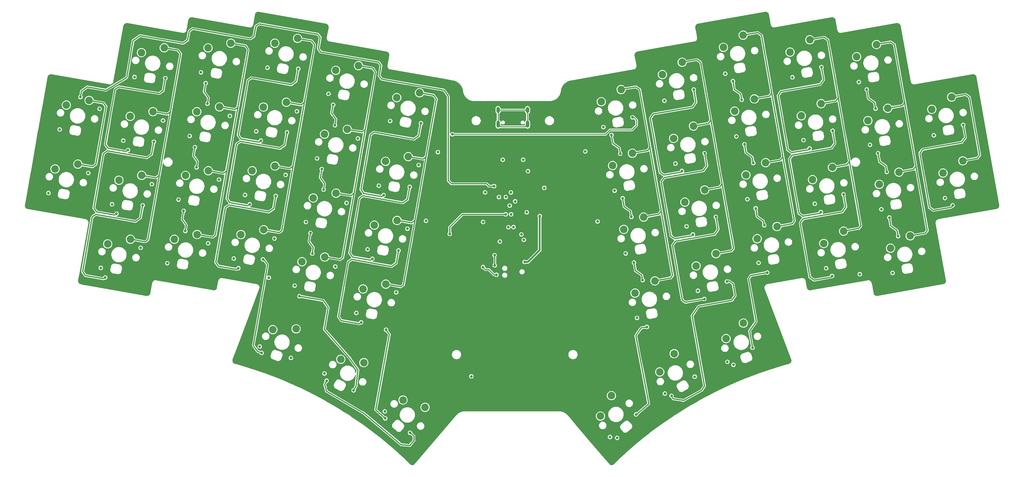
<source format=gbr>
%TF.GenerationSoftware,KiCad,Pcbnew,8.0.5*%
%TF.CreationDate,2024-10-09T17:31:37+02:00*%
%TF.ProjectId,phnx,70686e78-2e6b-4696-9361-645f70636258,A*%
%TF.SameCoordinates,Original*%
%TF.FileFunction,Copper,L2,Inr*%
%TF.FilePolarity,Positive*%
%FSLAX46Y46*%
G04 Gerber Fmt 4.6, Leading zero omitted, Abs format (unit mm)*
G04 Created by KiCad (PCBNEW 8.0.5) date 2024-10-09 17:31:37*
%MOMM*%
%LPD*%
G01*
G04 APERTURE LIST*
%TA.AperFunction,ComponentPad*%
%ADD10C,2.200000*%
%TD*%
%TA.AperFunction,ComponentPad*%
%ADD11O,1.000000X2.100000*%
%TD*%
%TA.AperFunction,ComponentPad*%
%ADD12O,1.000000X1.800000*%
%TD*%
%TA.AperFunction,ViaPad*%
%ADD13C,0.800000*%
%TD*%
%TA.AperFunction,Conductor*%
%ADD14C,0.250000*%
%TD*%
%TA.AperFunction,Conductor*%
%ADD15C,0.500000*%
%TD*%
%TA.AperFunction,Conductor*%
%ADD16C,0.300000*%
%TD*%
G04 APERTURE END LIST*
D10*
%TO.N,/Keyboard Matrix/COL_12*%
%TO.C,SW452*%
X337973880Y-96739093D03*
%TO.N,Net-(D452-A)*%
X332161417Y-100343171D03*
%TD*%
%TO.N,/Keyboard Matrix/COL_3*%
%TO.C,SW412*%
X116272317Y-137167808D03*
%TO.N,Net-(D412-A)*%
X109577721Y-138566554D03*
%TD*%
%TO.N,/Keyboard Matrix/COL_9*%
%TO.C,SW442*%
X276804336Y-163228990D03*
%TO.N,Net-(D442-A)*%
X271706019Y-167787638D03*
%TD*%
%TO.N,/Keyboard Matrix/COL_5*%
%TO.C,SW420*%
X157101489Y-125023216D03*
%TO.N,Net-(D420-A)*%
X150406893Y-126421962D03*
%TD*%
%TO.N,/Keyboard Matrix/COL_5*%
%TO.C,SW422*%
X165256459Y-174846032D03*
%TO.N,Net-(D422-A)*%
X158487197Y-173870737D03*
%TD*%
%TO.N,/Keyboard Matrix/COL_2*%
%TO.C,SW405*%
X106608721Y-82268193D03*
%TO.N,Net-(D405-A)*%
X99914125Y-83666939D03*
%TD*%
%TO.N,/Keyboard Matrix/COL_10*%
%TO.C,SW445*%
X302940347Y-117431732D03*
%TO.N,Net-(D445-A)*%
X297127884Y-121035810D03*
%TD*%
%TO.N,/Keyboard Matrix/COL_2*%
%TO.C,SW407*%
X99992727Y-119789365D03*
%TO.N,Net-(D407-A)*%
X93298131Y-121188111D03*
%TD*%
%TO.N,/Keyboard Matrix/COL_9*%
%TO.C,SW441*%
X286660759Y-134810169D03*
%TO.N,Net-(D441-A)*%
X280848296Y-138414247D03*
%TD*%
%TO.N,/Keyboard Matrix/COL_12*%
%TO.C,SW453*%
X341281880Y-115499678D03*
%TO.N,Net-(D453-A)*%
X335469417Y-119103756D03*
%TD*%
%TO.N,/Keyboard Matrix/COL_7*%
%TO.C,SW432*%
X238028982Y-184563351D03*
%TO.N,Net-(D432-A)*%
X234797281Y-190590806D03*
%TD*%
%TO.N,/Keyboard Matrix/COL_1*%
%TO.C,SW402*%
X84546052Y-97721564D03*
%TO.N,Net-(D402-A)*%
X77851456Y-99120310D03*
%TD*%
%TO.N,/Keyboard Matrix/COL_10*%
%TO.C,SW446*%
X306248345Y-136192321D03*
%TO.N,Net-(D446-A)*%
X300435882Y-139796399D03*
%TD*%
%TO.N,/Keyboard Matrix/COL_8*%
%TO.C,SW433*%
X258803176Y-86526552D03*
%TO.N,Net-(D433-A)*%
X252990713Y-90130630D03*
%TD*%
%TO.N,/Keyboard Matrix/COL_7*%
%TO.C,SW428*%
X240869588Y-94524696D03*
%TO.N,Net-(D428-A)*%
X235057125Y-98128774D03*
%TD*%
%TO.N,/Keyboard Matrix/COL_6*%
%TO.C,SW424*%
X178343074Y-114260771D03*
%TO.N,Net-(D424-A)*%
X171648478Y-115659517D03*
%TD*%
%TO.N,/Keyboard Matrix/COL_4*%
%TO.C,SW416*%
X135859903Y-135785657D03*
%TO.N,Net-(D416-A)*%
X129165307Y-137184403D03*
%TD*%
%TO.N,/Keyboard Matrix/COL_10*%
%TO.C,SW443*%
X296324352Y-79910558D03*
%TO.N,Net-(D443-A)*%
X290511889Y-83514636D03*
%TD*%
%TO.N,/Keyboard Matrix/COL_8*%
%TO.C,SW437*%
X256452869Y-172220072D03*
%TO.N,Net-(D437-A)*%
X252223608Y-177594777D03*
%TD*%
%TO.N,/Keyboard Matrix/COL_1*%
%TO.C,SW403*%
X81238054Y-116482155D03*
%TO.N,Net-(D403-A)*%
X74543458Y-117880901D03*
%TD*%
%TO.N,/Keyboard Matrix/COL_2*%
%TO.C,SW406*%
X103300723Y-101028780D03*
%TO.N,Net-(D406-A)*%
X96606127Y-102427526D03*
%TD*%
%TO.N,/Keyboard Matrix/COL_11*%
%TO.C,SW447*%
X315911938Y-81292705D03*
%TO.N,Net-(D447-A)*%
X310099475Y-84896783D03*
%TD*%
%TO.N,/Keyboard Matrix/COL_9*%
%TO.C,SW440*%
X283352761Y-116049583D03*
%TO.N,Net-(D440-A)*%
X277540298Y-119653661D03*
%TD*%
%TO.N,/Keyboard Matrix/COL_11*%
%TO.C,SW450*%
X325835932Y-137574469D03*
%TO.N,Net-(D450-A)*%
X320023469Y-141178547D03*
%TD*%
%TO.N,/Keyboard Matrix/COL_10*%
%TO.C,SW444*%
X299632349Y-98671142D03*
%TO.N,Net-(D444-A)*%
X293819886Y-102275220D03*
%TD*%
%TO.N,/Keyboard Matrix/COL_7*%
%TO.C,SW429*%
X244177586Y-113285285D03*
%TO.N,Net-(D429-A)*%
X238365123Y-116889363D03*
%TD*%
%TO.N,/Keyboard Matrix/COL_9*%
%TO.C,SW439*%
X280044763Y-97288995D03*
%TO.N,Net-(D439-A)*%
X274232300Y-100893073D03*
%TD*%
%TO.N,/Keyboard Matrix/COL_8*%
%TO.C,SW436*%
X268727170Y-142808314D03*
%TO.N,Net-(D436-A)*%
X262914707Y-146412392D03*
%TD*%
%TO.N,/Keyboard Matrix/COL_4*%
%TO.C,SW417*%
X145351283Y-164934993D03*
%TO.N,Net-(D417-A)*%
X138515503Y-165149985D03*
%TD*%
%TO.N,/Keyboard Matrix/COL_4*%
%TO.C,SW414*%
X142475900Y-98264481D03*
%TO.N,Net-(D414-A)*%
X135781304Y-99663227D03*
%TD*%
%TO.N,/Keyboard Matrix/COL_9*%
%TO.C,SW438*%
X276736765Y-78528406D03*
%TO.N,Net-(D438-A)*%
X270924302Y-82132484D03*
%TD*%
%TO.N,/Keyboard Matrix/COL_8*%
%TO.C,SW434*%
X262111174Y-105287140D03*
%TO.N,Net-(D434-A)*%
X256298711Y-108891218D03*
%TD*%
%TO.N,/Keyboard Matrix/COL_7*%
%TO.C,SW430*%
X247485584Y-132045871D03*
%TO.N,Net-(D430-A)*%
X241673121Y-135649949D03*
%TD*%
%TO.N,/Keyboard Matrix/COL_5*%
%TO.C,SW421*%
X153793490Y-143783802D03*
%TO.N,Net-(D421-A)*%
X147098894Y-145182548D03*
%TD*%
%TO.N,/Keyboard Matrix/COL_3*%
%TO.C,SW411*%
X119580313Y-118407217D03*
%TO.N,Net-(D411-A)*%
X112885717Y-119805963D03*
%TD*%
%TO.N,/Keyboard Matrix/COL_6*%
%TO.C,SW427*%
X183269386Y-187989112D03*
%TO.N,Net-(D427-A)*%
X176772322Y-185853164D03*
%TD*%
%TO.N,/Keyboard Matrix/COL_11*%
%TO.C,SW448*%
X319219936Y-100053294D03*
%TO.N,Net-(D448-A)*%
X313407473Y-103657372D03*
%TD*%
%TO.N,/Keyboard Matrix/COL_7*%
%TO.C,SW431*%
X250793582Y-150806459D03*
%TO.N,Net-(D431-A)*%
X244981119Y-154410537D03*
%TD*%
%TO.N,/Keyboard Matrix/COL_2*%
%TO.C,SW408*%
X96684730Y-138549955D03*
%TO.N,Net-(D408-A)*%
X89990134Y-139948701D03*
%TD*%
%TO.N,/Keyboard Matrix/COL_8*%
%TO.C,SW435*%
X265419172Y-124047726D03*
%TO.N,Net-(D435-A)*%
X259606709Y-127651804D03*
%TD*%
%TO.N,/Keyboard Matrix/COL_3*%
%TO.C,SW410*%
X122888310Y-99646631D03*
%TO.N,Net-(D410-A)*%
X116193714Y-101045377D03*
%TD*%
%TO.N,/Keyboard Matrix/COL_3*%
%TO.C,SW409*%
X126196308Y-80886044D03*
%TO.N,Net-(D409-A)*%
X119501712Y-82284790D03*
%TD*%
%TO.N,/Keyboard Matrix/COL_6*%
%TO.C,SW423*%
X181651073Y-95500182D03*
%TO.N,Net-(D423-A)*%
X174956477Y-96898928D03*
%TD*%
%TO.N,/Keyboard Matrix/COL_5*%
%TO.C,SW418*%
X163717485Y-87502038D03*
%TO.N,Net-(D418-A)*%
X157022889Y-88900784D03*
%TD*%
%TO.N,/Keyboard Matrix/COL_4*%
%TO.C,SW413*%
X145783895Y-79503894D03*
%TO.N,Net-(D413-A)*%
X139089299Y-80902640D03*
%TD*%
%TO.N,/Keyboard Matrix/COL_6*%
%TO.C,SW425*%
X175035076Y-133021358D03*
%TO.N,Net-(D425-A)*%
X168340480Y-134420104D03*
%TD*%
%TO.N,/Keyboard Matrix/COL_6*%
%TO.C,SW426*%
X171727080Y-151781946D03*
%TO.N,Net-(D426-A)*%
X165032484Y-153180692D03*
%TD*%
%TO.N,/Keyboard Matrix/COL_11*%
%TO.C,SW449*%
X322527934Y-118813880D03*
%TO.N,Net-(D449-A)*%
X316715471Y-122417958D03*
%TD*%
D11*
%TO.N,Earth*%
%TO.C,J1*%
X213366100Y-104731644D03*
D12*
X213366100Y-100551644D03*
D11*
X204726100Y-104731644D03*
D12*
X204726100Y-100551644D03*
%TD*%
D10*
%TO.N,/Keyboard Matrix/COL_4*%
%TO.C,SW415*%
X139167902Y-117025069D03*
%TO.N,Net-(D415-A)*%
X132473306Y-118423815D03*
%TD*%
%TO.N,/Keyboard Matrix/COL_5*%
%TO.C,SW419*%
X160409487Y-106262625D03*
%TO.N,Net-(D419-A)*%
X153714891Y-107661371D03*
%TD*%
D13*
%TO.N,GND*%
X142480137Y-118665214D03*
X213146100Y-131645840D03*
X339297013Y-128386126D03*
X242303886Y-126314486D03*
X244000000Y-101700000D03*
X204250000Y-148000000D03*
X145762301Y-99950793D03*
X208515771Y-130215505D03*
X265546100Y-157145837D03*
X153900000Y-118100000D03*
X270483523Y-90041683D03*
X296777708Y-128307083D03*
X249446100Y-164145837D03*
X116420608Y-89306436D03*
X118348010Y-98531273D03*
X263946100Y-142745837D03*
X196846100Y-179912665D03*
X208115848Y-151131952D03*
X236954770Y-195978741D03*
X122883745Y-120033051D03*
X104560472Y-110066495D03*
X274746100Y-91845837D03*
X263246100Y-94345837D03*
X313014569Y-110974257D03*
X317346100Y-113045837D03*
X271769043Y-173663739D03*
X93579329Y-131252933D03*
X176439329Y-142092399D03*
X319656612Y-148643155D03*
X259108808Y-134949127D03*
X103158617Y-121378293D03*
X119780897Y-92852277D03*
X216398249Y-130920066D03*
X74904302Y-106102111D03*
X126058839Y-144061955D03*
X245965967Y-190825217D03*
X132657469Y-106639260D03*
X275246100Y-97745837D03*
X150543985Y-114616411D03*
X189500000Y-137000000D03*
X205996100Y-126156644D03*
X87735296Y-99227414D03*
X211595899Y-139523031D03*
X293478392Y-109595737D03*
X335037376Y-126630630D03*
X213546100Y-117545837D03*
X135956786Y-87927915D03*
X203546100Y-121945834D03*
X211900000Y-110900000D03*
X96884433Y-90684954D03*
X206250000Y-139250000D03*
X204750000Y-143250000D03*
X266379957Y-113008948D03*
X300746100Y-87745837D03*
X86986487Y-146818996D03*
X170874007Y-192039751D03*
X260138529Y-118114564D03*
X205096172Y-115182677D03*
X234667072Y-105749787D03*
X252597002Y-98018837D03*
X284805418Y-148237555D03*
X113314128Y-130391171D03*
X240146100Y-147345837D03*
X246207262Y-150751570D03*
X314046100Y-94345837D03*
X237966386Y-124461134D03*
X204750000Y-146250000D03*
X307210761Y-125145049D03*
X210546100Y-126745837D03*
X101259594Y-128786297D03*
X191300000Y-106600000D03*
X238937454Y-197642619D03*
X312003047Y-148724264D03*
X263336394Y-136846032D03*
X281446100Y-129345837D03*
X135822246Y-143498946D03*
X139146100Y-137345837D03*
X200905568Y-123773170D03*
X168676704Y-122636977D03*
X84468934Y-118095195D03*
X276995331Y-126971973D03*
X153452517Y-179704241D03*
X181579117Y-115773285D03*
X255852906Y-116483982D03*
X209546100Y-124745837D03*
X143675309Y-107352166D03*
X206600000Y-101600000D03*
X199250000Y-146750000D03*
X170817830Y-165003428D03*
X80982527Y-96555889D03*
X212096063Y-116194860D03*
X208960912Y-128096150D03*
X209100000Y-113600000D03*
X146972180Y-88651796D03*
X210528548Y-106466613D03*
X106460860Y-102667493D03*
X281953731Y-134647684D03*
X253186076Y-183102938D03*
X165463732Y-163250132D03*
X163661298Y-107931060D03*
X211200000Y-101600000D03*
X153838570Y-95618342D03*
X300120435Y-147264633D03*
X297656788Y-111502165D03*
X263444595Y-178489021D03*
X269704070Y-131837110D03*
X207721100Y-125449535D03*
X280422980Y-170117499D03*
X320688719Y-132039541D03*
X172070340Y-125791871D03*
X206946100Y-130245834D03*
X183446100Y-134145837D03*
X116613442Y-111679822D03*
X174997761Y-153199444D03*
X99877304Y-140093146D03*
X93585117Y-109396304D03*
X113121293Y-108017781D03*
X160374320Y-126897602D03*
X239021068Y-107697292D03*
X145350522Y-155104091D03*
X254818788Y-185120342D03*
X172110809Y-188455467D03*
X136007355Y-109756543D03*
X129391359Y-147259172D03*
X331781474Y-108165485D03*
X290222487Y-91130592D03*
X205600000Y-109000000D03*
X157052929Y-145605004D03*
X221300000Y-131300000D03*
X199200000Y-133495837D03*
X129358153Y-125350608D03*
X162078075Y-160059669D03*
X134885063Y-172965659D03*
X207600000Y-106500000D03*
X111823241Y-135966989D03*
X316357296Y-129931807D03*
X183052873Y-104595617D03*
X137510891Y-148884003D03*
X245646100Y-145245837D03*
X309758665Y-92509112D03*
X219296031Y-123444689D03*
X165377391Y-141348326D03*
X90285803Y-128107653D03*
X206200000Y-110900000D03*
X278105199Y-110525256D03*
X262451537Y-153906677D03*
X280294645Y-145683321D03*
X304026652Y-106508157D03*
X300958969Y-130209925D03*
X150600000Y-137000000D03*
X314646100Y-100345837D03*
X71604987Y-124813457D03*
X242846100Y-132145837D03*
X335016797Y-109869287D03*
X210546766Y-137170168D03*
X109821979Y-126729130D03*
X152455455Y-123787669D03*
X115122555Y-117255642D03*
X178276502Y-134484005D03*
X168760376Y-144549482D03*
X244565018Y-161883829D03*
X336059162Y-109693632D03*
X179543512Y-194750298D03*
X317952508Y-118964934D03*
X321283487Y-137857575D03*
X278709168Y-116379428D03*
X135083337Y-169149386D03*
X241222290Y-142926280D03*
X143945353Y-152039108D03*
X209000000Y-103400000D03*
X272125363Y-151997802D03*
X213546100Y-124545837D03*
X179752181Y-123315228D03*
X149138773Y-142597493D03*
X119646100Y-138745837D03*
X209346100Y-136045837D03*
X90268534Y-150012217D03*
X207503563Y-136015982D03*
X147244670Y-133327760D03*
X140384221Y-126021146D03*
X304157404Y-148950423D03*
X107176688Y-90216558D03*
X157300000Y-99200000D03*
X212500000Y-146250003D03*
X126052805Y-101299243D03*
X132688173Y-128557236D03*
X154202749Y-177176004D03*
X155789500Y-104879360D03*
X212400000Y-106600000D03*
X342378274Y-104772462D03*
X272913364Y-175782905D03*
X273739426Y-108506828D03*
X161715130Y-183837194D03*
X143446100Y-174445837D03*
X234146100Y-134345837D03*
X171979710Y-103626571D03*
X96954380Y-112545635D03*
X239629807Y-113591740D03*
X106522661Y-145440479D03*
%TO.N,/ESD & Power Filtering/5V*%
X206096100Y-115194858D03*
X260093620Y-134775480D03*
X169661515Y-122810625D03*
X212096099Y-115194858D03*
X130342962Y-125524254D03*
X271468332Y-89868037D03*
X294463201Y-109422089D03*
X237610352Y-196733867D03*
X171427817Y-189185894D03*
X238951197Y-124287486D03*
X310743475Y-92335464D03*
X148229478Y-133501408D03*
X253581813Y-97845187D03*
X117405415Y-89480085D03*
X107507470Y-145614127D03*
X272092444Y-174610004D03*
X235651883Y-105576138D03*
X166362200Y-141521973D03*
X136941592Y-88101562D03*
X153694367Y-178037140D03*
X133642276Y-106812910D03*
X301105243Y-147090985D03*
X281279454Y-145509675D03*
X75889113Y-106275761D03*
X245549828Y-161710179D03*
X163062884Y-160233320D03*
X114106101Y-108191429D03*
X94569925Y-109569952D03*
X173007471Y-103796449D03*
X332766283Y-107991835D03*
X291207298Y-90956942D03*
X151528796Y-114790060D03*
X336022187Y-126456981D03*
X274724235Y-108333180D03*
X110806786Y-126902778D03*
X72589796Y-124987110D03*
X144930166Y-152212758D03*
X297762516Y-128133435D03*
X218296100Y-123456644D03*
X154874614Y-95784678D03*
X256837715Y-116310332D03*
X263436347Y-153733027D03*
X320641419Y-148469508D03*
X97869239Y-90858604D03*
X242207100Y-142752629D03*
X127043646Y-144235603D03*
X253733620Y-183939719D03*
X317342105Y-129758158D03*
X213496100Y-118556644D03*
X87971293Y-146992646D03*
X91270610Y-128281299D03*
X313999377Y-110800608D03*
X216946100Y-131756644D03*
X277980137Y-126798325D03*
X212500000Y-145250000D03*
X134679489Y-170122255D03*
%TO.N,/Keyboard Matrix/ROW_1*%
X213146100Y-130645837D03*
%TO.N,/Keyboard Matrix/ROW_2*%
X208546100Y-131245837D03*
X187046100Y-112945837D03*
X230346100Y-112745837D03*
%TO.N,/Keyboard Matrix/ROW_3*%
X233946100Y-133345837D03*
X207746100Y-135045837D03*
X183546100Y-133145837D03*
%TO.N,/Keyboard Matrix/ROW_4*%
X211571100Y-137145837D03*
%TO.N,/Keyboard Matrix/ROW_5*%
X196846100Y-178912662D03*
X209246100Y-134995837D03*
%TO.N,/Microcontroller/L_DOUT*%
X82000000Y-96750000D03*
X203546100Y-122945837D03*
%TO.N,/LED Matrix Left Side/DOUT*%
X244200000Y-102700000D03*
X191300000Y-107700000D03*
%TO.N,RST*%
X200300000Y-133495837D03*
X204250000Y-149025305D03*
X200296100Y-146750000D03*
X200907788Y-124773170D03*
%TO.N,SCK*%
X203696100Y-143256644D03*
X208480336Y-124798716D03*
X203750000Y-146250000D03*
%TO.N,MOSI*%
X206996100Y-126156644D03*
%TO.N,MISO*%
X204996100Y-126156644D03*
%TO.N,/Keyboard Matrix/COL_6*%
X190500000Y-137000000D03*
X206946100Y-131245837D03*
%TO.N,Net-(D402-A)*%
X87618781Y-100220605D03*
%TO.N,Net-(D403-A)*%
X84293416Y-119079673D03*
%TO.N,Net-(D406-A)*%
X106275714Y-103650207D03*
%TO.N,Net-(D407-A)*%
X102976401Y-122361554D03*
%TO.N,Net-(D408-A)*%
X99677085Y-141072900D03*
%TO.N,Net-(D410-A)*%
X125910371Y-102289050D03*
%TO.N,Net-(D411-A)*%
X122709537Y-121017762D03*
%TO.N,Net-(D412-A)*%
X119508703Y-139746472D03*
%TO.N,Net-(D414-A)*%
X145594268Y-100936577D03*
%TO.N,Net-(D415-A)*%
X142294954Y-119647921D03*
%TO.N,Net-(D416-A)*%
X138995638Y-138359271D03*
%TO.N,Net-(D419-A)*%
X163530028Y-108922409D03*
%TO.N,Net-(D420-A)*%
X160187302Y-127879961D03*
%TO.N,Net-(D421-A)*%
X156887984Y-146591309D03*
%TO.N,Net-(D424-A)*%
X181391183Y-116755469D03*
%TO.N,Net-(D425-A)*%
X178091867Y-135466815D03*
%TO.N,Net-(D426-A)*%
X174792551Y-154178165D03*
%TO.N,Net-(D528-DOUT)*%
X240608022Y-113384136D03*
X238041108Y-107896503D03*
%TO.N,Net-(D530-DOUT)*%
X244657104Y-145417682D03*
X247196543Y-150605528D03*
%TO.N,Net-(D532-DOUT)*%
X262500000Y-179000000D03*
X239684156Y-196977456D03*
%TO.N,Net-(D505-DIN)*%
X106949569Y-91190428D03*
X95974555Y-112345761D03*
%TO.N,Net-(D507-DIN)*%
X89286776Y-149822071D03*
X100277079Y-128600099D03*
%TO.N,Net-(D506-DIN)*%
X103576393Y-109888753D03*
X92601378Y-131044086D03*
%TO.N,Net-(D510-DOUT)*%
X116107366Y-117429290D03*
X115628633Y-111506173D03*
%TO.N,Net-(D512-DOUT)*%
X143840099Y-173456371D03*
X137337245Y-149868812D03*
%TO.N,Net-(D513-DIN)*%
X145997303Y-88429042D03*
X135022285Y-109584379D03*
%TO.N,Net-(D511-DOUT)*%
X112808052Y-136140640D03*
X112329316Y-130217523D03*
%TO.N,Net-(D515-DIN)*%
X128408304Y-147075857D03*
X139398672Y-125851739D03*
%TO.N,Net-(D514-DIN)*%
X131722971Y-128295723D03*
X142697988Y-107140394D03*
%TO.N,Net-(D519-DOUT)*%
X153440263Y-123961316D03*
X152905032Y-117926696D03*
%TO.N,Net-(D516-DIN)*%
X135250000Y-172000000D03*
X135631573Y-144480601D03*
%TO.N,Net-(D521-DOUT)*%
X146328495Y-155312836D03*
X162262674Y-183000413D03*
%TO.N,Net-(D523-DIN)*%
X182065782Y-104435443D03*
X171090766Y-125590776D03*
%TO.N,Net-(D520-DOUT)*%
X149588354Y-136736525D03*
X150123582Y-142771144D03*
%TO.N,Net-(D524-DIN)*%
X167791450Y-144302123D03*
X178766466Y-123146789D03*
%TO.N,Net-(D522-DOUT)*%
X154331877Y-180180401D03*
X178849326Y-195500000D03*
%TO.N,Net-(D525-DIN)*%
X164492137Y-163013473D03*
X175467153Y-141858138D03*
%TO.N,Net-(D526-DIN)*%
X171801008Y-165186088D03*
X171555558Y-191250000D03*
%TO.N,Net-(D509-DOUT)*%
X118797592Y-92670297D03*
X119332823Y-98704922D03*
%TO.N,Net-(D518-DOUT)*%
X156774309Y-105053005D03*
X156239077Y-99018386D03*
%TO.N,Net-(D529-DOUT)*%
X243889971Y-131997000D03*
X241323057Y-126509371D03*
%TO.N,Net-(D531-DOUT)*%
X248453274Y-164359169D03*
X245275210Y-190102128D03*
%TO.N,Net-(D533-DIN)*%
X258765867Y-118466858D03*
X262215058Y-94545916D03*
%TO.N,Net-(D535-DIN)*%
X268715210Y-131985976D03*
X265333171Y-156140218D03*
%TO.N,Net-(D534-DIN)*%
X265415893Y-113274628D03*
X261965867Y-137166858D03*
%TO.N,Net-(D539-DOUT)*%
X279680374Y-116141178D03*
X277113460Y-110653548D03*
%TO.N,Net-(D536-DIN)*%
X255679922Y-184611960D03*
X271943517Y-151014471D03*
%TO.N,Net-(D541-DOUT)*%
X283815023Y-148375843D03*
X279484691Y-170463356D03*
%TO.N,Net-(D538-DOUT)*%
X273733028Y-92058045D03*
X276299943Y-97545676D03*
%TO.N,Net-(D543-DIN)*%
X299736235Y-87929921D03*
X296265867Y-111866858D03*
%TO.N,Net-(D540-DOUT)*%
X280430140Y-129463376D03*
X282934849Y-134454261D03*
%TO.N,Net-(D545-DIN)*%
X302865867Y-149366858D03*
X306236384Y-125369979D03*
%TO.N,Net-(D542-DOUT)*%
X311012359Y-148860437D03*
X273876515Y-175513936D03*
%TO.N,Net-(D544-DIN)*%
X303035549Y-106641269D03*
X299565867Y-130566858D03*
%TO.N,Net-(D548-DOUT)*%
X318932322Y-118765008D03*
X316365409Y-113277381D03*
%TO.N,Net-(D547-DOUT)*%
X315650373Y-100152143D03*
X313057411Y-94516792D03*
%TO.N,Net-(D549-DOUT)*%
X322266367Y-137673318D03*
X319699454Y-132185689D03*
%TO.N,Net-(D552-DIN)*%
X338316110Y-128580635D03*
X341393701Y-104947450D03*
%TO.N,XTAL1*%
X208147085Y-128677263D03*
X205250000Y-139250000D03*
%TO.N,XTAL2*%
X209715411Y-127439846D03*
X212296100Y-138750000D03*
%TD*%
D14*
%TO.N,Earth*%
X213366100Y-104731644D02*
X213366100Y-100551644D01*
X205494456Y-105500000D02*
X204726100Y-104731644D01*
X204726100Y-100551644D02*
X213366100Y-100551644D01*
X204726100Y-104731644D02*
X204726100Y-100551644D01*
X212597744Y-105500000D02*
X205494456Y-105500000D01*
X213366100Y-104731644D02*
X212597744Y-105500000D01*
D15*
%TO.N,/ESD & Power Filtering/5V*%
X216946100Y-141803900D02*
X216946100Y-131756644D01*
X213500000Y-145250000D02*
X216946100Y-141803900D01*
X212500000Y-145250000D02*
X213500000Y-145250000D01*
D16*
%TO.N,/Microcontroller/L_DOUT*%
X99500000Y-78711582D02*
X112163730Y-80940135D01*
X170509570Y-91481933D02*
X177999034Y-92802532D01*
X177999034Y-92802532D02*
X188831918Y-94712661D01*
X190086932Y-96505005D02*
X190086932Y-121286669D01*
X131946107Y-79605022D02*
X132982925Y-78879035D01*
X112163730Y-80940135D02*
X113490161Y-80011356D01*
X169783581Y-90445117D02*
X170509570Y-91481933D01*
X82315530Y-95013016D02*
X82000000Y-96750000D01*
X151897063Y-82467966D02*
X152623050Y-83504785D01*
X202046100Y-122945837D02*
X203546100Y-122945837D01*
X170304527Y-87490694D02*
X169783581Y-90445117D01*
X134494351Y-75231070D02*
X151767879Y-78276860D01*
X113490161Y-80011356D02*
X113967696Y-77303134D01*
X152623050Y-83504785D02*
X169610984Y-86500215D01*
X84000000Y-93750000D02*
X82315530Y-95013016D01*
X97472700Y-80131115D02*
X99500000Y-78711582D01*
X97422587Y-80192374D02*
X95585013Y-91000000D01*
X151767879Y-78276860D02*
X152461418Y-79267341D01*
X188831918Y-94712661D02*
X190086932Y-96505005D01*
X95585013Y-91000000D02*
X89500000Y-94750000D01*
X169610984Y-86500215D02*
X170304527Y-87490694D01*
X113967696Y-77303134D02*
X114958175Y-76609592D01*
X133503871Y-75924611D02*
X134494351Y-75231070D01*
X114958175Y-76609592D02*
X131946107Y-79605022D01*
X132982925Y-78879035D02*
X133503871Y-75924611D01*
X152461418Y-79267341D02*
X151897063Y-82467966D01*
X190086932Y-121286669D02*
X191046100Y-122245837D01*
X191046100Y-122245837D02*
X201346100Y-122245837D01*
X89500000Y-94750000D02*
X84000000Y-93750000D01*
X201346100Y-122245837D02*
X202046100Y-122945837D01*
D14*
%TO.N,/LED Matrix Left Side/DOUT*%
X191300000Y-107700000D02*
X236300000Y-107700000D01*
X245400000Y-103500000D02*
X244600000Y-102700000D01*
X244600000Y-102700000D02*
X244200000Y-102700000D01*
X244100000Y-106400000D02*
X245400000Y-105100000D01*
X237600000Y-106400000D02*
X244100000Y-106400000D01*
X236300000Y-107700000D02*
X237600000Y-106400000D01*
X245400000Y-105100000D02*
X245400000Y-103500000D01*
D16*
%TO.N,RST*%
X203571405Y-149025305D02*
X202046100Y-147500000D01*
X201046100Y-147500000D02*
X200296100Y-146750000D01*
X202046100Y-147500000D02*
X201046100Y-147500000D01*
X204250000Y-149025305D02*
X203571405Y-149025305D01*
%TO.N,SCK*%
X203750000Y-143310544D02*
X203696100Y-143256644D01*
X203750000Y-146250000D02*
X203750000Y-143310544D01*
%TO.N,/Keyboard Matrix/COL_2*%
X101823011Y-138750251D02*
X105165736Y-119792704D01*
X107512223Y-101748532D02*
X108465053Y-101081353D01*
X105165736Y-119792704D02*
X108508464Y-100835153D01*
X96575385Y-138507829D02*
X101043947Y-139295758D01*
X108465053Y-101081353D02*
X108508464Y-100835153D01*
X108508464Y-100835153D02*
X111460482Y-84093423D01*
X101043947Y-139295758D02*
X101823011Y-138750251D01*
X103191378Y-100986653D02*
X107512223Y-101748532D01*
X99883382Y-119747240D02*
X104154982Y-120500439D01*
X111460482Y-84093423D02*
X110667574Y-82961029D01*
X104154982Y-120500439D02*
X105165736Y-119792704D01*
X110667574Y-82961029D02*
X106499376Y-82226063D01*
%TO.N,/Keyboard Matrix/COL_3*%
X119665759Y-118412128D02*
X123937363Y-119165327D01*
X121605389Y-137415144D02*
X124948114Y-118457593D01*
X130449952Y-81625921D02*
X126281753Y-80890956D01*
X124948114Y-118457593D02*
X128290842Y-99500041D01*
X128290842Y-99500041D02*
X131242861Y-82758310D01*
X127294602Y-100413424D02*
X128247431Y-99746243D01*
X131242861Y-82758310D02*
X130449952Y-81625921D01*
X116357762Y-137172720D02*
X120826325Y-137960646D01*
X128247431Y-99746243D02*
X128290842Y-99500041D01*
X123937363Y-119165327D02*
X124948114Y-118457593D01*
X120826325Y-137960646D02*
X121605389Y-137415144D01*
X122973755Y-99651543D02*
X127294602Y-100413424D01*
%TO.N,/Keyboard Matrix/COL_4*%
X142509933Y-98273019D02*
X146830778Y-99034904D01*
X139201936Y-117033611D02*
X143473539Y-117786808D01*
X150779039Y-81379790D02*
X149986129Y-80247399D01*
X141141563Y-136036620D02*
X144484290Y-117079072D01*
X140362502Y-136582125D02*
X141141563Y-136036620D01*
X147827020Y-98121524D02*
X150779039Y-81379790D01*
X146830778Y-99034904D02*
X147783608Y-98367726D01*
X144484290Y-117079072D02*
X147827020Y-98121524D01*
X143473539Y-117786808D02*
X144484290Y-117079072D01*
X147783608Y-98367726D02*
X147827020Y-98121524D01*
X149986129Y-80247399D02*
X145817931Y-79512433D01*
X135893935Y-135794196D02*
X140362502Y-136582125D01*
%TO.N,/Keyboard Matrix/COL_5*%
X158249020Y-144559276D02*
X159028082Y-144013772D01*
X165713536Y-106098676D02*
X168665555Y-89356943D01*
X168665555Y-89356943D02*
X167872649Y-88224552D01*
X159028082Y-144013772D02*
X162370810Y-125056223D01*
X162370810Y-125056223D02*
X165713536Y-106098676D01*
X153780456Y-143771349D02*
X158249020Y-144559276D01*
X167872649Y-88224552D02*
X163704449Y-87489585D01*
X157088452Y-125010763D02*
X161360056Y-125763962D01*
X160396451Y-106250172D02*
X164717294Y-107012055D01*
X161360056Y-125763962D02*
X162370810Y-125056223D01*
X164717294Y-107012055D02*
X165670124Y-106344877D01*
X165670124Y-106344877D02*
X165713536Y-106098676D01*
%TO.N,/Keyboard Matrix/COL_6*%
X179246576Y-133741111D02*
X180257328Y-133033373D01*
X176135539Y-152536428D02*
X176914601Y-151990925D01*
X185759164Y-96201705D02*
X181590966Y-95466739D01*
X174974972Y-132987913D02*
X179246576Y-133741111D01*
X182603814Y-114989209D02*
X183556645Y-114322028D01*
X171666973Y-151748503D02*
X176135539Y-152536428D01*
X194254163Y-131245837D02*
X206946100Y-131245837D01*
X183600057Y-114075826D02*
X186552076Y-97334094D01*
X180257328Y-133033373D02*
X183600057Y-114075826D01*
X178282970Y-114227324D02*
X182603814Y-114989209D01*
X190500000Y-135000000D02*
X194254163Y-131245837D01*
X190500000Y-137000000D02*
X190500000Y-135000000D01*
X176997519Y-151520681D02*
X180257328Y-133033373D01*
X186552076Y-97334094D02*
X185759164Y-96201705D01*
X183556645Y-114322028D02*
X183600057Y-114075826D01*
X176914601Y-151990925D02*
X176997519Y-151520681D01*
%TO.N,/Keyboard Matrix/COL_7*%
X247671253Y-131990288D02*
X251942856Y-131237087D01*
X250979249Y-150750873D02*
X255447816Y-149962944D01*
X252650592Y-130226335D02*
X249307866Y-111268787D01*
X255447816Y-149962944D02*
X255993319Y-149183882D01*
X244363255Y-113229699D02*
X248684099Y-112467818D01*
X249351278Y-111514988D02*
X249307866Y-111268787D01*
X246355847Y-94527054D02*
X245223455Y-93734145D01*
X249307866Y-111268787D02*
X246355847Y-94527054D01*
X245223455Y-93734145D02*
X241055257Y-94469109D01*
X251942856Y-131237087D02*
X252650592Y-130226335D01*
X255993319Y-149183882D02*
X252650592Y-130226335D01*
X248684099Y-112467818D02*
X249351278Y-111514988D01*
%TO.N,/Keyboard Matrix/COL_8*%
X273334333Y-141985795D02*
X273879839Y-141206732D01*
X264242366Y-86549903D02*
X263109974Y-85756992D01*
X262249774Y-105252547D02*
X266570616Y-104490665D01*
X266570616Y-104490665D02*
X267237795Y-103537835D01*
X273879839Y-141206732D02*
X270537111Y-122249181D01*
X265557770Y-124013135D02*
X269829375Y-123259936D01*
X268865769Y-142773722D02*
X273334333Y-141985795D01*
X270537111Y-122249181D02*
X267194383Y-103291633D01*
X267194383Y-103291633D02*
X264242366Y-86549903D01*
X267237795Y-103537835D02*
X267194383Y-103291633D01*
X263109974Y-85756992D02*
X258941776Y-86491959D01*
X269829375Y-123259936D02*
X270537111Y-122249181D01*
%TO.N,/Keyboard Matrix/COL_9*%
X280136291Y-97275395D02*
X284457136Y-96513513D01*
X288423630Y-114272031D02*
X285080903Y-95314481D01*
X287715892Y-115282783D02*
X288423630Y-114272031D01*
X282128883Y-78572750D02*
X280996494Y-77779840D01*
X280996494Y-77779840D02*
X276828293Y-78514805D01*
X291766356Y-133229578D02*
X288423630Y-114272031D01*
X285124315Y-95560682D02*
X285080903Y-95314481D01*
X286752287Y-134796568D02*
X291220854Y-134008640D01*
X284457136Y-96513513D02*
X285124315Y-95560682D01*
X283444289Y-116035983D02*
X287715892Y-115282783D01*
X285080903Y-95314481D02*
X282128883Y-78572750D01*
X291220854Y-134008640D02*
X291766356Y-133229578D01*
%TO.N,/Keyboard Matrix/COL_10*%
X304660490Y-96939206D02*
X304617078Y-96693004D01*
X301665060Y-79951270D02*
X300532668Y-79158363D01*
X307252069Y-116661305D02*
X307959805Y-115650550D01*
X302980467Y-117414503D02*
X307252069Y-116661305D01*
X303993311Y-97892036D02*
X304660490Y-96939206D01*
X306288463Y-136175091D02*
X310757029Y-135387162D01*
X300532668Y-79158363D02*
X296364470Y-79893328D01*
X311302534Y-134608100D02*
X307959805Y-115650550D01*
X299672468Y-98653915D02*
X303993311Y-97892036D01*
X307959805Y-115650550D02*
X304617078Y-96693004D01*
X310757029Y-135387162D02*
X311302534Y-134608100D01*
X304617078Y-96693004D02*
X301665060Y-79951270D01*
%TO.N,/Keyboard Matrix/COL_11*%
X324196666Y-98317725D02*
X324153254Y-98071522D01*
X324153254Y-98071522D02*
X321201235Y-81329792D01*
X319208643Y-100032437D02*
X323529487Y-99270556D01*
X327495981Y-117029072D02*
X324153254Y-98071522D01*
X323529487Y-99270556D02*
X324196666Y-98317725D01*
X321201235Y-81329792D02*
X320068845Y-80536883D01*
X325824639Y-137553613D02*
X330293205Y-136765683D01*
X322516641Y-118793023D02*
X326788245Y-118039825D01*
X330293205Y-136765683D02*
X330838709Y-135986624D01*
X326788245Y-118039825D02*
X327495981Y-117029072D01*
X320068845Y-80536883D02*
X315900646Y-81271850D01*
X330838709Y-135986624D02*
X327495981Y-117029072D01*
%TO.N,/Keyboard Matrix/COL_12*%
X346238023Y-113785288D02*
X346194611Y-113539085D01*
X346194611Y-113539085D02*
X343242592Y-96797355D01*
X342110202Y-96004446D02*
X337942003Y-96739413D01*
X345570844Y-114738118D02*
X346238023Y-113785288D01*
X343242592Y-96797355D02*
X342110202Y-96004446D01*
X341250000Y-115500000D02*
X345570844Y-114738118D01*
%TO.N,/Keyboard Matrix/COL_1*%
X89507160Y-99588927D02*
X88714251Y-98456534D01*
X86511728Y-116576860D02*
X86555141Y-116330659D01*
X86555141Y-116330659D02*
X89507160Y-99588927D01*
X81238054Y-116482155D02*
X85558898Y-117244037D01*
X85558898Y-117244037D02*
X86511728Y-116576860D01*
X88714251Y-98456534D02*
X84546053Y-97721566D01*
%TO.N,Net-(D528-DOUT)*%
X240304137Y-111660719D02*
X240608022Y-113384136D01*
X238041108Y-107896503D02*
X238479570Y-110383146D01*
X238479570Y-110383146D02*
X240304137Y-111660719D01*
%TO.N,Net-(D530-DOUT)*%
X246936070Y-149128313D02*
X245082542Y-147830461D01*
X247196543Y-150605528D02*
X246936070Y-149128313D01*
X245082542Y-147830461D02*
X244657104Y-145417682D01*
%TO.N,Net-(D505-DIN)*%
X90109749Y-111829780D02*
X89298591Y-110671326D01*
X106298389Y-94883458D02*
X106949569Y-91190428D01*
X89298591Y-110671326D02*
X92163785Y-94421999D01*
X95974555Y-112345761D02*
X95383425Y-112759676D01*
X93322240Y-93750000D02*
X105139932Y-95694619D01*
X92163785Y-94421999D02*
X93322240Y-93750000D01*
X95383425Y-112759676D02*
X90109749Y-111829780D01*
X105139932Y-95694619D02*
X106298389Y-94883458D01*
%TO.N,Net-(D507-DIN)*%
X85463076Y-131991701D02*
X86520167Y-131251518D01*
X88774748Y-150180596D02*
X83437256Y-149239452D01*
X83437256Y-149239452D02*
X82626098Y-148080997D01*
X98177827Y-133307080D02*
X99625897Y-132293128D01*
X89286776Y-149822071D02*
X88774748Y-150180596D01*
X86520167Y-131251518D02*
X98177827Y-133307080D01*
X99625897Y-132293128D02*
X100277079Y-128600099D01*
X82626098Y-148080997D02*
X85463076Y-131991701D01*
%TO.N,Net-(D506-DIN)*%
X85925415Y-129369648D02*
X88740685Y-113403455D01*
X88740685Y-113403455D02*
X89942583Y-112561876D01*
X92010249Y-131457998D02*
X86736574Y-130528106D01*
X92601378Y-131044086D02*
X92010249Y-131457998D01*
X102925214Y-113581781D02*
X103576393Y-109888753D01*
X101477145Y-114595731D02*
X102925214Y-113581781D01*
X89942583Y-112561876D02*
X101477145Y-114595731D01*
X86736574Y-130528106D02*
X85925415Y-129369648D01*
%TO.N,Net-(D510-DOUT)*%
X116411251Y-115705878D02*
X115194511Y-113968195D01*
X115194511Y-113968195D02*
X115628633Y-111506173D01*
X116107366Y-117429290D02*
X116411251Y-115705878D01*
%TO.N,Net-(D513-DIN)*%
X143898053Y-93136023D02*
X145346122Y-92122073D01*
X145346122Y-92122073D02*
X145997303Y-88429042D01*
X131183302Y-91820647D02*
X132240391Y-91080465D01*
X129157482Y-109068396D02*
X128346322Y-107909940D01*
X132240391Y-91080465D02*
X143898053Y-93136023D01*
X128346322Y-107909940D02*
X131183302Y-91820647D01*
X135022285Y-109584379D02*
X134431159Y-109998290D01*
X134431159Y-109998290D02*
X129157482Y-109068396D01*
%TO.N,Net-(D511-DOUT)*%
X112808052Y-136140640D02*
X113111935Y-134417224D01*
X113111935Y-134417224D02*
X111895198Y-132679540D01*
X111895198Y-132679540D02*
X112329316Y-130217523D01*
%TO.N,Net-(D515-DIN)*%
X128408304Y-147075857D02*
X127898736Y-147432661D01*
X137299422Y-130558720D02*
X138747491Y-129544767D01*
X138747491Y-129544767D02*
X139398672Y-125851739D01*
X122558851Y-146491095D02*
X121747690Y-145332637D01*
X124584668Y-129243339D02*
X125641758Y-128503157D01*
X127898736Y-147432661D02*
X122558851Y-146491095D01*
X125641758Y-128503157D02*
X137299422Y-130558720D01*
X121747690Y-145332637D02*
X124584668Y-129243339D01*
%TO.N,Net-(D514-DIN)*%
X131131842Y-128709638D02*
X125858166Y-127779745D01*
X128941075Y-109791810D02*
X140598735Y-111847371D01*
X140598735Y-111847371D02*
X142046805Y-110833421D01*
X125858166Y-127779745D02*
X125047005Y-126621291D01*
X131722971Y-128295723D02*
X131131842Y-128709638D01*
X125047005Y-126621291D02*
X127883984Y-110531993D01*
X127883984Y-110531993D02*
X128941075Y-109791810D01*
X142046805Y-110833421D02*
X142697988Y-107140394D01*
%TO.N,Net-(D519-DOUT)*%
X152905032Y-117926696D02*
X152466572Y-120413332D01*
X152466572Y-120413332D02*
X153744149Y-122237903D01*
X153744149Y-122237903D02*
X153440263Y-123961316D01*
%TO.N,Net-(D516-DIN)*%
X132796602Y-169772556D02*
X136981522Y-146038689D01*
X134000000Y-171500000D02*
X132796602Y-169772556D01*
X136981522Y-146038689D02*
X135927016Y-144532700D01*
X135250000Y-172000000D02*
X134000000Y-171500000D01*
X135927016Y-144532700D02*
X135631573Y-144480601D01*
%TO.N,Net-(D521-DOUT)*%
X153652006Y-165032208D02*
X161250000Y-173750000D01*
X153320633Y-156545737D02*
X154780719Y-158630958D01*
X163000000Y-181750000D02*
X162262674Y-183000413D01*
X163500000Y-177000000D02*
X163000000Y-181750000D01*
X154780719Y-158630958D02*
X153652006Y-165032208D01*
X161250000Y-173750000D02*
X163500000Y-177000000D01*
X146328495Y-155312836D02*
X153320633Y-156545737D01*
%TO.N,Net-(D523-DIN)*%
X171090766Y-125590776D02*
X170499639Y-126004691D01*
X165225960Y-125074797D02*
X164414800Y-123916341D01*
X170499639Y-126004691D02*
X165225960Y-125074797D01*
X168308869Y-107086859D02*
X179966532Y-109142424D01*
X164414800Y-123916341D02*
X167251778Y-107827043D01*
X181414601Y-108128471D02*
X182065782Y-104435443D01*
X179966532Y-109142424D02*
X181414601Y-108128471D01*
X167251778Y-107827043D02*
X168308869Y-107086859D01*
%TO.N,Net-(D520-DOUT)*%
X149149890Y-139223162D02*
X150427467Y-141047730D01*
X149588354Y-136736525D02*
X149149890Y-139223162D01*
X150427467Y-141047730D02*
X150123582Y-142771144D01*
%TO.N,Net-(D524-DIN)*%
X163952465Y-126538391D02*
X165009555Y-125798209D01*
X167791450Y-144302123D02*
X167200323Y-144716036D01*
X165009555Y-125798209D02*
X176667216Y-127853769D01*
X161926644Y-143786144D02*
X161115487Y-142627691D01*
X161115487Y-142627691D02*
X163952465Y-126538391D01*
X178115286Y-126839818D02*
X178766466Y-123146789D01*
X176667216Y-127853769D02*
X178115286Y-126839818D01*
X167200323Y-144716036D02*
X161926644Y-143786144D01*
%TO.N,Net-(D522-DOUT)*%
X154250000Y-183250000D02*
X165250000Y-189750000D01*
X180000000Y-196500000D02*
X178849326Y-195500000D01*
X178750000Y-199250000D02*
X180000000Y-197750000D01*
X176250000Y-199000000D02*
X178750000Y-199250000D01*
X153750000Y-181250000D02*
X154250000Y-183250000D01*
X165250000Y-189750000D02*
X176250000Y-199000000D01*
X154331877Y-180180401D02*
X153750000Y-181250000D01*
X180000000Y-197750000D02*
X180000000Y-196500000D01*
%TO.N,Net-(D525-DIN)*%
X174815969Y-145551169D02*
X175467153Y-141858138D01*
X163901006Y-163427383D02*
X158627331Y-162497494D01*
X157816169Y-161339037D02*
X160653146Y-145249740D01*
X161710237Y-144509558D02*
X173367901Y-146565115D01*
X164492137Y-163013473D02*
X163901006Y-163427383D01*
X160653146Y-145249740D02*
X161710237Y-144509558D01*
X173367901Y-146565115D02*
X174815969Y-145551169D01*
X158627331Y-162497494D02*
X157816169Y-161339037D01*
%TO.N,Net-(D526-DIN)*%
X168750000Y-188750000D02*
X172774400Y-166576235D01*
X171555558Y-191250000D02*
X168750000Y-188750000D01*
X172774400Y-166576235D02*
X171801008Y-165186088D01*
%TO.N,Net-(D509-DOUT)*%
X119636705Y-96981507D02*
X119332823Y-98704922D01*
X118797592Y-92670297D02*
X118359131Y-95156940D01*
X118359131Y-95156940D02*
X119636705Y-96981507D01*
%TO.N,Net-(D518-DOUT)*%
X157078194Y-103329596D02*
X156774309Y-105053005D01*
X156239077Y-99018386D02*
X155800615Y-101505026D01*
X155800615Y-101505026D02*
X157078194Y-103329596D01*
%TO.N,Net-(D529-DOUT)*%
X241761520Y-128996011D02*
X243586088Y-130273589D01*
X243586088Y-130273589D02*
X243889971Y-131997000D01*
X241323057Y-126509371D02*
X241761520Y-128996011D01*
%TO.N,Net-(D531-DOUT)*%
X245197872Y-166912599D02*
X249000000Y-187000000D01*
X248453274Y-164359169D02*
X246779100Y-164654371D01*
X249000000Y-187000000D02*
X245373691Y-190084763D01*
X245373691Y-190084763D02*
X245275210Y-190102128D01*
X246779100Y-164654371D02*
X245197872Y-166912599D01*
%TO.N,Net-(D533-DIN)*%
X253449878Y-119700125D02*
X252291423Y-118888964D01*
X258765867Y-118466858D02*
X258522520Y-118814394D01*
X250317729Y-101720871D02*
X261852290Y-99687015D01*
X262866240Y-98238945D02*
X262215058Y-94545916D01*
X258522520Y-118814394D02*
X253500000Y-119700000D01*
X261852290Y-99687015D02*
X262866240Y-98238945D01*
X252291423Y-118888964D02*
X249476152Y-102922767D01*
X249476152Y-102922767D02*
X250317729Y-101720871D01*
%TO.N,Net-(D535-DIN)*%
X268715210Y-131985976D02*
X269366389Y-135679007D01*
X255976301Y-140362827D02*
X258804596Y-156402883D01*
X256817880Y-139160930D02*
X255976301Y-140362827D01*
X269366389Y-135679007D02*
X268352440Y-137127077D01*
X259818244Y-157112648D02*
X265333171Y-156140218D01*
X268352440Y-137127077D02*
X256817880Y-139160930D01*
X258804596Y-156402883D02*
X259818244Y-157112648D01*
%TO.N,Net-(D534-DIN)*%
X256650712Y-138428836D02*
X255492257Y-137617675D01*
X265053125Y-118415727D02*
X266067074Y-116967656D01*
X261722520Y-137514394D02*
X256700000Y-138400000D01*
X261965867Y-137166858D02*
X261722520Y-137514394D01*
X253518564Y-120449583D02*
X265053125Y-118415727D01*
X252676986Y-121651481D02*
X253518564Y-120449583D01*
X255492257Y-137617675D02*
X252676986Y-121651481D01*
X266067074Y-116967656D02*
X265415893Y-113274628D01*
%TO.N,Net-(D539-DOUT)*%
X277551921Y-113140187D02*
X279376490Y-114417764D01*
X277113460Y-110653548D02*
X277551921Y-113140187D01*
X279376490Y-114417764D02*
X279680374Y-116141178D01*
%TO.N,Net-(D536-DIN)*%
X273425717Y-156541052D02*
X274399108Y-155150904D01*
X264538462Y-183038462D02*
X265368217Y-181750000D01*
X265368217Y-181750000D02*
X261729336Y-161040463D01*
X272574961Y-150852361D02*
X271984076Y-150956548D01*
X274399108Y-155150904D02*
X273791338Y-151704077D01*
X263676119Y-158260168D02*
X273425717Y-156541052D01*
X271984076Y-150956548D02*
X271943517Y-151014471D01*
X259250000Y-186000000D02*
X264538462Y-183038462D01*
X256134285Y-185474285D02*
X259250000Y-186000000D01*
X261729336Y-161040463D02*
X263676119Y-158260168D01*
X273791338Y-151704077D02*
X272574961Y-150852361D01*
X255679922Y-184611960D02*
X256134285Y-185474285D01*
%TO.N,Net-(D541-DOUT)*%
X278616450Y-165539318D02*
X279484691Y-170463356D01*
X278989465Y-149226719D02*
X278340536Y-150153483D01*
X283815023Y-148375843D02*
X278989465Y-149226719D01*
X280563233Y-162759024D02*
X278616450Y-165539318D01*
X278340536Y-150153483D02*
X280563233Y-162759024D01*
%TO.N,Net-(D538-DOUT)*%
X273733028Y-92058045D02*
X274171490Y-94544685D01*
X274171490Y-94544685D02*
X275996058Y-95822260D01*
X275996058Y-95822260D02*
X276299943Y-97545676D01*
%TO.N,Net-(D543-DIN)*%
X289812597Y-112272968D02*
X286997326Y-96306772D01*
X299373465Y-93071022D02*
X300387414Y-91622951D01*
X296022520Y-112214394D02*
X291000000Y-113100000D01*
X287838905Y-95104875D02*
X299373465Y-93071022D01*
X290971054Y-113084127D02*
X289812597Y-112272968D01*
X300387414Y-91622951D02*
X299736235Y-87929921D01*
X286997326Y-96306772D02*
X287838905Y-95104875D01*
X296265867Y-111866858D02*
X296022520Y-112214394D01*
%TO.N,Net-(D540-DOUT)*%
X280868602Y-131950015D02*
X282693169Y-133227592D01*
X282905889Y-134433982D02*
X282934849Y-134454261D01*
X280430140Y-129463376D02*
X280868602Y-131950015D01*
X282693169Y-133227592D02*
X282905889Y-134433982D01*
%TO.N,Net-(D545-DIN)*%
X294339055Y-132544932D02*
X305873616Y-130511080D01*
X302622520Y-149714394D02*
X297600000Y-150600000D01*
X296312747Y-149713026D02*
X293497477Y-133746831D01*
X297471203Y-150524188D02*
X296312747Y-149713026D01*
X302865867Y-149366858D02*
X302622520Y-149714394D01*
X305873616Y-130511080D02*
X306887565Y-129063009D01*
X293497477Y-133746831D02*
X294339055Y-132544932D01*
X306887565Y-129063009D02*
X306236384Y-125369979D01*
%TO.N,Net-(D544-DIN)*%
X302672780Y-111782366D02*
X303686731Y-110334298D01*
X303686731Y-110334298D02*
X303035549Y-106641269D01*
X299565867Y-130566858D02*
X299322520Y-130914394D01*
X299322520Y-130914394D02*
X294300000Y-131800000D01*
X291138220Y-113816222D02*
X302672780Y-111782366D01*
X293111914Y-130984316D02*
X290296641Y-115018120D01*
X294270368Y-131795475D02*
X293111914Y-130984316D01*
X290296641Y-115018120D02*
X291138220Y-113816222D01*
%TO.N,Net-(D548-DOUT)*%
X316803871Y-115764020D02*
X318628438Y-117041597D01*
X316365409Y-113277381D02*
X316803871Y-115764020D01*
X318628438Y-117041597D02*
X318932322Y-118765008D01*
%TO.N,Net-(D547-DOUT)*%
X315346487Y-98428729D02*
X315650373Y-100152143D01*
X313057411Y-94516792D02*
X313521920Y-97151154D01*
X313521920Y-97151154D02*
X315346487Y-98428729D01*
%TO.N,Net-(D549-DOUT)*%
X319699454Y-132185689D02*
X320137915Y-134672328D01*
X320137915Y-134672328D02*
X321962484Y-135949904D01*
X321962484Y-135949904D02*
X322266367Y-137673318D01*
%TO.N,Net-(D552-DIN)*%
X328656847Y-113292580D02*
X329498425Y-112090682D01*
X341032985Y-110056826D02*
X342046937Y-108608756D01*
X342046937Y-108608756D02*
X341395754Y-104915728D01*
X331472118Y-129258773D02*
X328656847Y-113292580D01*
X332630575Y-130069933D02*
X331472118Y-129258773D01*
X329498425Y-112090682D02*
X341032985Y-110056826D01*
X337904252Y-129140041D02*
X332630575Y-130069933D01*
X338318163Y-128548913D02*
X337904252Y-129140041D01*
%TD*%
%TA.AperFunction,Conductor*%
%TO.N,GND*%
G36*
X212561298Y-100946829D02*
G01*
X212607053Y-100999633D01*
X212615876Y-101026952D01*
X212644440Y-101170551D01*
X212644443Y-101170561D01*
X212701012Y-101307132D01*
X212701019Y-101307145D01*
X212783148Y-101430059D01*
X212783151Y-101430063D01*
X212887680Y-101534592D01*
X212887684Y-101534595D01*
X212923249Y-101558359D01*
X212935489Y-101566537D01*
X212980295Y-101620149D01*
X212990600Y-101669640D01*
X212990600Y-103463646D01*
X212970915Y-103530685D01*
X212935492Y-103566747D01*
X212887686Y-103598690D01*
X212887680Y-103598695D01*
X212783151Y-103703224D01*
X212783148Y-103703228D01*
X212701019Y-103826142D01*
X212701014Y-103826151D01*
X212657508Y-103931186D01*
X212613667Y-103985589D01*
X212547373Y-104007654D01*
X212479673Y-103990375D01*
X212435560Y-103945733D01*
X212396617Y-103878282D01*
X212396612Y-103878276D01*
X212289467Y-103771131D01*
X212289465Y-103771129D01*
X212192765Y-103715299D01*
X212158236Y-103695363D01*
X212063671Y-103670025D01*
X212011866Y-103656144D01*
X211860334Y-103656144D01*
X211713963Y-103695363D01*
X211582735Y-103771129D01*
X211582732Y-103771131D01*
X211475587Y-103878276D01*
X211475585Y-103878279D01*
X211399819Y-104009507D01*
X211373781Y-104106685D01*
X211360600Y-104155878D01*
X211360600Y-104307410D01*
X211380209Y-104380594D01*
X211399819Y-104453780D01*
X211423155Y-104494198D01*
X211475585Y-104585009D01*
X211582735Y-104692159D01*
X211713965Y-104767925D01*
X211860334Y-104807144D01*
X211860336Y-104807144D01*
X212011864Y-104807144D01*
X212011866Y-104807144D01*
X212158235Y-104767925D01*
X212289465Y-104692159D01*
X212396615Y-104585009D01*
X212396615Y-104585008D01*
X212402362Y-104579262D01*
X212404383Y-104581283D01*
X212449628Y-104548233D01*
X212519373Y-104544063D01*
X212580300Y-104578263D01*
X212613066Y-104639973D01*
X212615600Y-104664913D01*
X212615600Y-104899745D01*
X212595915Y-104966784D01*
X212579281Y-104987426D01*
X212478526Y-105088181D01*
X212417203Y-105121666D01*
X212390845Y-105124500D01*
X205701355Y-105124500D01*
X205634316Y-105104815D01*
X205613674Y-105088181D01*
X205512919Y-104987426D01*
X205479434Y-104926103D01*
X205476600Y-104899745D01*
X205476600Y-104664913D01*
X205496285Y-104597874D01*
X205549089Y-104552119D01*
X205618247Y-104542175D01*
X205681803Y-104571200D01*
X205689611Y-104579488D01*
X205689838Y-104579262D01*
X205695584Y-104585008D01*
X205695585Y-104585009D01*
X205802735Y-104692159D01*
X205933965Y-104767925D01*
X206080334Y-104807144D01*
X206080336Y-104807144D01*
X206231864Y-104807144D01*
X206231866Y-104807144D01*
X206378235Y-104767925D01*
X206509465Y-104692159D01*
X206616615Y-104585009D01*
X206692381Y-104453779D01*
X206731600Y-104307410D01*
X206731600Y-104155878D01*
X206692381Y-104009509D01*
X206690555Y-104006347D01*
X206674747Y-103978967D01*
X206616615Y-103878279D01*
X206509465Y-103771129D01*
X206412765Y-103715299D01*
X206378236Y-103695363D01*
X206283671Y-103670025D01*
X206231866Y-103656144D01*
X206080334Y-103656144D01*
X205933963Y-103695363D01*
X205802735Y-103771129D01*
X205802732Y-103771131D01*
X205695587Y-103878276D01*
X205695583Y-103878282D01*
X205656638Y-103945735D01*
X205606070Y-103993949D01*
X205537463Y-104007171D01*
X205472599Y-103981202D01*
X205434691Y-103931185D01*
X205431616Y-103923762D01*
X205419657Y-103894889D01*
X205391187Y-103826155D01*
X205391180Y-103826142D01*
X205309051Y-103703228D01*
X205309048Y-103703224D01*
X205204519Y-103598695D01*
X205204513Y-103598690D01*
X205156708Y-103566747D01*
X205111903Y-103513134D01*
X205101600Y-103463646D01*
X205101600Y-101669640D01*
X205121285Y-101602601D01*
X205156711Y-101566537D01*
X205168669Y-101558547D01*
X205204516Y-101534595D01*
X205309051Y-101430060D01*
X205391184Y-101307139D01*
X205447758Y-101170557D01*
X205460119Y-101108415D01*
X205476324Y-101026952D01*
X205508709Y-100965041D01*
X205569425Y-100930467D01*
X205597941Y-100927144D01*
X212494259Y-100927144D01*
X212561298Y-100946829D01*
G37*
%TD.AperFunction*%
%TA.AperFunction,Conductor*%
G36*
X283371250Y-71660319D02*
G01*
X283377286Y-71660599D01*
X283465868Y-71666890D01*
X283477938Y-71668346D01*
X283562458Y-71682776D01*
X283574337Y-71685409D01*
X283610403Y-71695284D01*
X283657037Y-71708053D01*
X283668582Y-71711833D01*
X283748667Y-71742475D01*
X283759786Y-71747368D01*
X283836496Y-71785719D01*
X283847070Y-71791671D01*
X283919664Y-71837365D01*
X283929602Y-71844324D01*
X283997338Y-71896891D01*
X284006568Y-71904809D01*
X284068836Y-71963772D01*
X284077244Y-71972556D01*
X284133411Y-72037314D01*
X284140924Y-72046886D01*
X284190488Y-72116858D01*
X284197026Y-72127121D01*
X284239481Y-72201593D01*
X284244982Y-72212449D01*
X284281185Y-72293529D01*
X284283529Y-72299145D01*
X284299244Y-72339558D01*
X284301084Y-72344612D01*
X284314261Y-72383400D01*
X284317274Y-72393717D01*
X284327039Y-72433487D01*
X284328195Y-72438681D01*
X284334971Y-72472557D01*
X284335008Y-72472742D01*
X284335144Y-72473435D01*
X284337104Y-72483535D01*
X284337366Y-72484928D01*
X284339250Y-72495267D01*
X284339375Y-72495965D01*
X284856197Y-75427013D01*
X284858335Y-75438725D01*
X284860573Y-75450224D01*
X284867935Y-75486893D01*
X284879645Y-75534469D01*
X284895417Y-75580869D01*
X284913215Y-75626646D01*
X284913222Y-75626662D01*
X284922306Y-75647007D01*
X284953137Y-75716061D01*
X284988154Y-75777491D01*
X285001794Y-75801418D01*
X285002903Y-75802927D01*
X285058216Y-75881021D01*
X285122371Y-75954991D01*
X285122377Y-75954998D01*
X285193448Y-76022301D01*
X285193468Y-76022318D01*
X285250631Y-76066681D01*
X285256117Y-76073094D01*
X285353669Y-76134501D01*
X285441237Y-76178285D01*
X285441240Y-76178286D01*
X285441248Y-76178290D01*
X285532693Y-76213281D01*
X285627127Y-76239141D01*
X285627448Y-76239229D01*
X285629279Y-76239508D01*
X285723642Y-76255620D01*
X285821307Y-76262559D01*
X285860593Y-76263417D01*
X285870410Y-76263632D01*
X285870412Y-76263631D01*
X285870415Y-76263632D01*
X285919412Y-76262577D01*
X285919421Y-76262576D01*
X285919422Y-76262576D01*
X285968134Y-76257282D01*
X285972739Y-76256578D01*
X286005389Y-76251590D01*
X286016704Y-76249794D01*
X286027998Y-76247869D01*
X286027993Y-76247869D01*
X286028051Y-76247860D01*
X300213628Y-73746560D01*
X302747059Y-73299847D01*
X302747644Y-73299746D01*
X302757773Y-73298019D01*
X302759075Y-73297805D01*
X302762213Y-73297305D01*
X302769583Y-73296134D01*
X302804407Y-73290799D01*
X302809692Y-73290107D01*
X302850398Y-73285672D01*
X302861125Y-73284972D01*
X302902069Y-73284086D01*
X302907450Y-73284086D01*
X302950802Y-73285033D01*
X302956872Y-73285313D01*
X303045467Y-73291605D01*
X303057526Y-73293059D01*
X303142063Y-73307490D01*
X303153915Y-73310118D01*
X303236618Y-73332762D01*
X303248178Y-73336546D01*
X303328259Y-73367188D01*
X303339389Y-73372086D01*
X303416074Y-73410425D01*
X303426676Y-73416392D01*
X303499238Y-73462066D01*
X303509195Y-73469038D01*
X303540161Y-73493069D01*
X303576932Y-73521606D01*
X303586167Y-73529529D01*
X303648422Y-73588480D01*
X303656838Y-73597271D01*
X303713012Y-73662038D01*
X303720524Y-73671611D01*
X303770074Y-73741564D01*
X303776613Y-73751829D01*
X303819077Y-73826321D01*
X303824577Y-73837175D01*
X303860766Y-73918227D01*
X303863110Y-73923842D01*
X303878842Y-73964299D01*
X303880682Y-73969353D01*
X303893849Y-74008112D01*
X303896863Y-74018434D01*
X303906621Y-74058182D01*
X303907790Y-74063430D01*
X303914592Y-74097444D01*
X303914728Y-74098137D01*
X303916709Y-74108345D01*
X303916973Y-74109747D01*
X303918830Y-74119942D01*
X303918953Y-74120631D01*
X304435648Y-77050954D01*
X304437922Y-77063395D01*
X304437925Y-77063408D01*
X304440348Y-77075779D01*
X304447598Y-77111587D01*
X304451359Y-77126794D01*
X304459363Y-77159149D01*
X304459364Y-77159154D01*
X304459366Y-77159159D01*
X304463991Y-77172747D01*
X304475162Y-77205566D01*
X304492949Y-77251311D01*
X304492959Y-77251333D01*
X304494375Y-77254504D01*
X304532867Y-77340712D01*
X304581349Y-77425760D01*
X304621193Y-77482012D01*
X304637930Y-77505641D01*
X304637943Y-77505657D01*
X304702066Y-77579590D01*
X304702082Y-77579607D01*
X304773153Y-77646909D01*
X304773160Y-77646915D01*
X304786159Y-77657003D01*
X304850494Y-77706932D01*
X304933342Y-77759083D01*
X305014702Y-77799762D01*
X305018544Y-77801960D01*
X305020902Y-77802862D01*
X305020903Y-77802863D01*
X305112333Y-77837849D01*
X305206751Y-77863705D01*
X305206752Y-77863705D01*
X305206758Y-77863706D01*
X305207072Y-77863792D01*
X305208866Y-77864066D01*
X305303250Y-77880182D01*
X305400899Y-77887121D01*
X305447543Y-77888140D01*
X305449997Y-77888194D01*
X305449997Y-77888193D01*
X305449998Y-77888194D01*
X305498991Y-77887160D01*
X305513205Y-77885632D01*
X305547691Y-77881928D01*
X305547700Y-77881926D01*
X305547715Y-77881925D01*
X305584261Y-77876402D01*
X305596291Y-77874509D01*
X305608297Y-77872469D01*
X321870027Y-75008204D01*
X321870582Y-75008109D01*
X321880941Y-75006346D01*
X321882178Y-75006142D01*
X321892795Y-75004459D01*
X321892968Y-75004432D01*
X321927517Y-74999159D01*
X321932820Y-74998467D01*
X321973544Y-74994045D01*
X321984247Y-74993350D01*
X322025189Y-74992468D01*
X322030547Y-74992468D01*
X322073987Y-74993412D01*
X322079995Y-74993691D01*
X322168596Y-74999977D01*
X322180652Y-75001430D01*
X322265186Y-75015856D01*
X322277054Y-75018487D01*
X322359747Y-75041125D01*
X322371312Y-75044910D01*
X322451388Y-75075544D01*
X322462512Y-75080437D01*
X322539211Y-75118780D01*
X322549809Y-75124745D01*
X322622373Y-75170417D01*
X322632333Y-75177391D01*
X322664483Y-75202341D01*
X322700063Y-75229952D01*
X322709286Y-75237863D01*
X322767580Y-75293060D01*
X322771548Y-75296817D01*
X322779963Y-75305608D01*
X322836138Y-75370373D01*
X322843652Y-75379947D01*
X322893209Y-75449909D01*
X322899748Y-75460175D01*
X322942206Y-75534656D01*
X322947706Y-75545510D01*
X322983900Y-75626572D01*
X322986242Y-75632184D01*
X323001976Y-75672648D01*
X323003796Y-75677647D01*
X323016977Y-75716448D01*
X323019988Y-75726760D01*
X323029752Y-75766535D01*
X323030920Y-75771785D01*
X323038014Y-75807264D01*
X323038133Y-75807867D01*
X323039863Y-75816748D01*
X323040091Y-75817950D01*
X323041725Y-75826803D01*
X323041838Y-75827423D01*
X325972001Y-92167852D01*
X325973865Y-92177957D01*
X325975754Y-92187645D01*
X325978282Y-92200263D01*
X325983455Y-92226087D01*
X325995150Y-92273680D01*
X326010918Y-92320084D01*
X326028720Y-92365867D01*
X326033615Y-92376830D01*
X326068638Y-92455273D01*
X326126362Y-92556533D01*
X326132712Y-92562336D01*
X326173725Y-92620238D01*
X326236290Y-92692373D01*
X326237881Y-92694207D01*
X326237886Y-92694212D01*
X326249429Y-92705142D01*
X326308977Y-92761530D01*
X326343619Y-92788414D01*
X326386326Y-92821558D01*
X326469197Y-92873721D01*
X326469202Y-92873723D01*
X326550561Y-92914399D01*
X326554416Y-92916603D01*
X326556772Y-92917504D01*
X326556773Y-92917505D01*
X326648221Y-92952495D01*
X326742659Y-92978352D01*
X326839177Y-92994828D01*
X326936845Y-93001764D01*
X326985955Y-93002835D01*
X327034953Y-93001779D01*
X327083674Y-92996482D01*
X327121734Y-92990664D01*
X327132249Y-92989000D01*
X327142745Y-92987224D01*
X344140208Y-90017718D01*
X344150318Y-90016007D01*
X344151380Y-90015834D01*
X344161127Y-90014292D01*
X344161499Y-90014234D01*
X344196749Y-90008852D01*
X344202011Y-90008166D01*
X344242746Y-90003742D01*
X344253456Y-90003046D01*
X344294396Y-90002163D01*
X344299752Y-90002163D01*
X344343190Y-90003107D01*
X344349200Y-90003386D01*
X344437805Y-90009673D01*
X344449852Y-90011125D01*
X344534387Y-90025551D01*
X344546266Y-90028185D01*
X344628952Y-90050821D01*
X344640514Y-90054605D01*
X344693345Y-90074816D01*
X344720577Y-90085234D01*
X344731717Y-90090135D01*
X344808406Y-90128472D01*
X344819012Y-90134441D01*
X344891584Y-90180119D01*
X344901531Y-90187084D01*
X344969280Y-90239659D01*
X344978497Y-90247567D01*
X345040758Y-90306521D01*
X345049166Y-90315304D01*
X345082424Y-90353648D01*
X345105345Y-90380075D01*
X345112857Y-90389647D01*
X345162416Y-90459612D01*
X345168954Y-90469877D01*
X345211406Y-90544346D01*
X345216908Y-90555202D01*
X345253107Y-90636277D01*
X345255443Y-90641875D01*
X345259543Y-90652417D01*
X345271176Y-90682336D01*
X345273014Y-90687386D01*
X345283226Y-90717448D01*
X345286178Y-90726136D01*
X345289193Y-90736460D01*
X345298957Y-90776235D01*
X345300125Y-90781485D01*
X345306929Y-90815514D01*
X345307066Y-90816207D01*
X345309016Y-90826257D01*
X345309277Y-90827645D01*
X345311158Y-90837967D01*
X345311268Y-90838581D01*
X348947153Y-111473091D01*
X351946385Y-128494445D01*
X351946504Y-128495131D01*
X351948207Y-128505124D01*
X351948432Y-128506490D01*
X351950036Y-128516581D01*
X351950123Y-128517142D01*
X351952164Y-128530461D01*
X351955417Y-128551701D01*
X351956116Y-128557039D01*
X351960551Y-128597732D01*
X351961252Y-128608476D01*
X351962140Y-128649391D01*
X351962140Y-128654779D01*
X351961196Y-128698164D01*
X351960914Y-128704246D01*
X351954629Y-128792796D01*
X351953173Y-128804878D01*
X351938749Y-128889395D01*
X351936115Y-128901277D01*
X351913476Y-128983969D01*
X351909690Y-128995535D01*
X351879055Y-129075608D01*
X351874154Y-129086748D01*
X351869992Y-129095073D01*
X351838107Y-129158851D01*
X351835818Y-129163429D01*
X351829847Y-129174035D01*
X351784171Y-129246600D01*
X351777193Y-129256566D01*
X351724964Y-129323867D01*
X351724633Y-129324293D01*
X351716711Y-129333526D01*
X351702448Y-129348589D01*
X351657767Y-129395773D01*
X351648975Y-129404189D01*
X351584195Y-129460372D01*
X351574621Y-129467884D01*
X351504659Y-129517437D01*
X351494393Y-129523976D01*
X351419916Y-129566428D01*
X351409061Y-129571928D01*
X351327998Y-129608118D01*
X351322381Y-129610462D01*
X351281917Y-129626194D01*
X351276863Y-129628034D01*
X351238114Y-129641195D01*
X351227794Y-129644208D01*
X351188047Y-129653964D01*
X351182798Y-129655133D01*
X351148836Y-129661923D01*
X351148126Y-129662062D01*
X351137887Y-129664047D01*
X351136496Y-129664309D01*
X351126202Y-129666183D01*
X351125502Y-129666308D01*
X334125802Y-132660476D01*
X334113391Y-132662741D01*
X334103196Y-132664736D01*
X334101075Y-132665151D01*
X334069192Y-132671595D01*
X334065194Y-132672403D01*
X334017626Y-132684158D01*
X333971219Y-132699950D01*
X333925477Y-132717738D01*
X333925428Y-132717758D01*
X333836069Y-132757659D01*
X333836068Y-132757659D01*
X333751022Y-132806142D01*
X333671137Y-132862727D01*
X333671122Y-132862739D01*
X333597182Y-132926870D01*
X333597167Y-132926884D01*
X333529869Y-132997955D01*
X333469848Y-133075295D01*
X333417694Y-133158151D01*
X333377024Y-133239497D01*
X333374821Y-133243348D01*
X333338932Y-133337144D01*
X333312987Y-133431888D01*
X333312704Y-133433749D01*
X333296600Y-133528064D01*
X333296599Y-133528070D01*
X333289665Y-133625690D01*
X333289663Y-133625741D01*
X333288590Y-133674814D01*
X333289625Y-133723800D01*
X333289626Y-133723821D01*
X333294861Y-133772533D01*
X333300150Y-133807526D01*
X333302306Y-133821158D01*
X333304183Y-133832056D01*
X333304615Y-133834566D01*
X334311413Y-139452745D01*
X336314594Y-150630982D01*
X336314731Y-150631764D01*
X336316714Y-150643253D01*
X336316975Y-150644827D01*
X336318795Y-150656246D01*
X336318918Y-150657031D01*
X336323941Y-150689901D01*
X336324638Y-150695231D01*
X336329065Y-150735950D01*
X336329762Y-150746677D01*
X336330645Y-150787595D01*
X336330645Y-150792967D01*
X336329701Y-150836365D01*
X336329419Y-150842446D01*
X336323135Y-150930994D01*
X336321679Y-150943076D01*
X336307256Y-151027591D01*
X336304622Y-151039474D01*
X336281985Y-151122158D01*
X336278200Y-151133722D01*
X336247570Y-151213786D01*
X336242669Y-151224925D01*
X336204331Y-151301616D01*
X336198361Y-151312223D01*
X336152690Y-151384783D01*
X336145709Y-151394752D01*
X336093149Y-151462481D01*
X336085226Y-151471718D01*
X336026280Y-151533969D01*
X336017489Y-151542384D01*
X335952728Y-151598554D01*
X335943154Y-151606067D01*
X335873192Y-151655623D01*
X335862926Y-151662163D01*
X335788447Y-151704619D01*
X335777593Y-151710119D01*
X335696529Y-151746313D01*
X335690912Y-151748657D01*
X335650477Y-151764379D01*
X335645423Y-151766219D01*
X335606652Y-151779389D01*
X335596332Y-151782402D01*
X335556567Y-151792164D01*
X335551317Y-151793333D01*
X335517184Y-151800158D01*
X335516484Y-151800296D01*
X335506462Y-151802240D01*
X335505091Y-151802498D01*
X335494851Y-151804365D01*
X335494151Y-151804490D01*
X316198964Y-155208319D01*
X316198217Y-155208449D01*
X316187242Y-155210316D01*
X316185727Y-155210564D01*
X316174526Y-155212327D01*
X316173775Y-155212443D01*
X316152382Y-155215675D01*
X316140485Y-155217473D01*
X316135210Y-155218155D01*
X316094411Y-155222537D01*
X316083788Y-155223218D01*
X316042788Y-155224084D01*
X316037463Y-155224082D01*
X315994072Y-155223135D01*
X315987993Y-155222853D01*
X315901336Y-155216698D01*
X315899457Y-155216564D01*
X315887381Y-155215109D01*
X315848628Y-155208494D01*
X315802881Y-155200684D01*
X315791002Y-155198050D01*
X315708326Y-155175413D01*
X315696760Y-155171627D01*
X315616702Y-155140995D01*
X315605565Y-155136095D01*
X315585307Y-155125967D01*
X315528890Y-155097762D01*
X315518304Y-155091803D01*
X315445755Y-155046139D01*
X315435787Y-155039159D01*
X315435739Y-155039122D01*
X315368073Y-154986611D01*
X315358839Y-154978691D01*
X315345239Y-154965814D01*
X315296588Y-154919747D01*
X315288182Y-154910965D01*
X315232014Y-154846210D01*
X315224501Y-154836637D01*
X315174952Y-154766689D01*
X315168415Y-154756428D01*
X315125962Y-154681966D01*
X315120464Y-154671117D01*
X315084257Y-154590037D01*
X315081943Y-154584494D01*
X315066175Y-154543952D01*
X315064381Y-154539027D01*
X315051159Y-154500164D01*
X315048167Y-154489946D01*
X315038338Y-154450128D01*
X315037173Y-154444932D01*
X315032554Y-154422038D01*
X315030458Y-154411649D01*
X315030343Y-154411066D01*
X315028191Y-154400051D01*
X315027920Y-154398614D01*
X315027916Y-154398592D01*
X315025853Y-154387299D01*
X314601596Y-151981219D01*
X314509191Y-151457163D01*
X314506963Y-151444972D01*
X314506161Y-151440872D01*
X314504581Y-151432791D01*
X314497306Y-151396781D01*
X314485551Y-151349206D01*
X314469765Y-151302813D01*
X314457053Y-151270123D01*
X314451974Y-151257061D01*
X314451971Y-151257054D01*
X314450707Y-151254224D01*
X314425113Y-151196906D01*
X314412052Y-151167656D01*
X314412051Y-151167654D01*
X314398625Y-151144103D01*
X314363565Y-151082603D01*
X314306977Y-151002717D01*
X314242832Y-150928762D01*
X314171747Y-150861450D01*
X314171745Y-150861448D01*
X314039950Y-150759168D01*
X314035048Y-150759125D01*
X314014435Y-150750327D01*
X314014279Y-150750641D01*
X313952580Y-150719793D01*
X313945695Y-150713804D01*
X313877334Y-150687647D01*
X313832561Y-150670516D01*
X313832558Y-150670515D01*
X313832555Y-150670514D01*
X313832552Y-150670513D01*
X313738149Y-150644663D01*
X313738123Y-150644657D01*
X313641650Y-150628186D01*
X313641645Y-150628185D01*
X313544004Y-150621248D01*
X313543995Y-150621247D01*
X313543988Y-150621247D01*
X313543983Y-150621246D01*
X313543967Y-150621246D01*
X313494889Y-150620173D01*
X313445903Y-150621208D01*
X313445882Y-150621209D01*
X313397180Y-150626443D01*
X313360617Y-150631969D01*
X313348620Y-150633858D01*
X313336457Y-150635926D01*
X296618582Y-153583739D01*
X296617881Y-153583861D01*
X296607471Y-153585635D01*
X296606192Y-153585845D01*
X296595701Y-153587511D01*
X296595288Y-153587575D01*
X296581965Y-153589610D01*
X296560933Y-153592824D01*
X296555609Y-153593520D01*
X296519407Y-153597455D01*
X296514887Y-153597947D01*
X296504158Y-153598644D01*
X296463247Y-153599525D01*
X296457873Y-153599525D01*
X296414461Y-153598578D01*
X296408380Y-153598295D01*
X296319847Y-153592007D01*
X296307767Y-153590551D01*
X296223256Y-153576125D01*
X296211379Y-153573492D01*
X296170029Y-153562170D01*
X296128684Y-153550850D01*
X296117120Y-153547065D01*
X296037040Y-153516425D01*
X296025915Y-153511529D01*
X295949232Y-153473191D01*
X295938629Y-153467223D01*
X295866068Y-153421552D01*
X295856099Y-153414572D01*
X295788368Y-153362011D01*
X295779132Y-153354087D01*
X295716887Y-153295147D01*
X295708472Y-153286357D01*
X295652297Y-153221592D01*
X295644784Y-153212019D01*
X295595224Y-153142055D01*
X295588687Y-153131793D01*
X295580258Y-153117009D01*
X295546231Y-153057324D01*
X295540732Y-153046472D01*
X295504526Y-152965391D01*
X295502181Y-152959773D01*
X295486463Y-152919353D01*
X295484624Y-152914303D01*
X295471449Y-152875526D01*
X295468434Y-152865202D01*
X295458673Y-152825446D01*
X295457505Y-152820202D01*
X295455729Y-152811322D01*
X295450683Y-152786097D01*
X295450578Y-152785564D01*
X295448564Y-152775190D01*
X295448352Y-152774062D01*
X295446446Y-152763604D01*
X295446340Y-152763007D01*
X295438232Y-152717027D01*
X295103201Y-150816965D01*
X295101025Y-150805047D01*
X295098705Y-150793155D01*
X295098689Y-150793076D01*
X295098677Y-150793014D01*
X295092499Y-150762346D01*
X295091394Y-150756859D01*
X295079659Y-150709279D01*
X295063880Y-150662891D01*
X295061296Y-150656246D01*
X295046076Y-150617109D01*
X295041969Y-150607913D01*
X295025510Y-150571055D01*
X295006157Y-150527717D01*
X294957669Y-150442668D01*
X294901078Y-150362781D01*
X294901076Y-150362778D01*
X294836936Y-150288834D01*
X294836935Y-150288833D01*
X294836929Y-150288826D01*
X294773165Y-150228451D01*
X294765835Y-150221510D01*
X294688493Y-150161492D01*
X294605647Y-150109348D01*
X294586256Y-150099654D01*
X294518074Y-150065568D01*
X294426637Y-150030584D01*
X294354576Y-150010854D01*
X294272338Y-149988337D01*
X294256096Y-149991421D01*
X294247367Y-149990248D01*
X294235712Y-149988258D01*
X294205660Y-149986124D01*
X294138054Y-149981324D01*
X294138039Y-149981323D01*
X294138027Y-149981323D01*
X294088956Y-149980252D01*
X294039968Y-149981288D01*
X294039959Y-149981288D01*
X294039957Y-149981289D01*
X294028776Y-149982490D01*
X293991217Y-149986528D01*
X293954742Y-149992043D01*
X293942683Y-149993941D01*
X293930561Y-149996002D01*
X283818060Y-151779108D01*
X283817991Y-151779120D01*
X283817949Y-151779128D01*
X283806144Y-151781283D01*
X283806095Y-151781292D01*
X283794342Y-151783583D01*
X283757952Y-151790906D01*
X283757947Y-151790907D01*
X283757943Y-151790908D01*
X283743913Y-151794365D01*
X283710367Y-151802633D01*
X283710361Y-151802634D01*
X283710361Y-151802635D01*
X283663965Y-151818413D01*
X283663960Y-151818414D01*
X283663945Y-151818420D01*
X283618221Y-151836204D01*
X283618176Y-151836222D01*
X283528799Y-151876135D01*
X283443743Y-151924630D01*
X283443734Y-151924635D01*
X283363872Y-151981210D01*
X283289901Y-152045376D01*
X283222601Y-152116454D01*
X283163113Y-152193115D01*
X283162611Y-152193751D01*
X283110426Y-152276663D01*
X283066654Y-152364224D01*
X283066650Y-152364232D01*
X283031667Y-152455673D01*
X283031665Y-152455678D01*
X283015993Y-152512921D01*
X283010695Y-152521506D01*
X282989345Y-152646591D01*
X282989344Y-152646598D01*
X282989344Y-152646600D01*
X282982410Y-152744255D01*
X282982410Y-152744256D01*
X282982410Y-152744263D01*
X282982409Y-152744281D01*
X282981338Y-152793351D01*
X282982375Y-152842351D01*
X282987614Y-152891076D01*
X282987614Y-152891077D01*
X282997460Y-152939017D01*
X283011366Y-152982791D01*
X283012278Y-152985661D01*
X284438005Y-156772145D01*
X290880191Y-173881482D01*
X290880577Y-173882521D01*
X290886175Y-173897801D01*
X290886900Y-173899835D01*
X290891058Y-173911844D01*
X290892194Y-173915124D01*
X290892551Y-173916170D01*
X290901517Y-173942833D01*
X290903096Y-173947887D01*
X290914491Y-173987298D01*
X290914493Y-173987304D01*
X290917005Y-173997638D01*
X290924980Y-174037880D01*
X290925903Y-174043120D01*
X290932508Y-174086029D01*
X290933286Y-174092066D01*
X290942469Y-174180354D01*
X290943132Y-174192505D01*
X290943600Y-174278218D01*
X290943069Y-174290374D01*
X290935135Y-174375708D01*
X290933416Y-174387755D01*
X290917154Y-174471912D01*
X290914261Y-174483733D01*
X290889825Y-174565900D01*
X290885789Y-174577379D01*
X290853422Y-174656744D01*
X290848278Y-174667774D01*
X290808281Y-174743595D01*
X290802084Y-174754065D01*
X290754859Y-174825586D01*
X290747663Y-174835399D01*
X290693647Y-174901957D01*
X290685524Y-174911019D01*
X290625244Y-174971961D01*
X290616272Y-174980182D01*
X290550316Y-175034916D01*
X290540582Y-175042218D01*
X290467046Y-175091937D01*
X290461933Y-175095214D01*
X290424832Y-175117728D01*
X290420222Y-175120391D01*
X290384263Y-175140151D01*
X290374717Y-175144875D01*
X290337218Y-175161466D01*
X290332302Y-175163516D01*
X290295034Y-175178125D01*
X290282782Y-175182205D01*
X289259172Y-175464835D01*
X289251616Y-175466954D01*
X289243871Y-175469192D01*
X287194479Y-176070198D01*
X287185871Y-176072765D01*
X287177303Y-176075405D01*
X285140111Y-176713157D01*
X285131586Y-176715869D01*
X285122880Y-176718724D01*
X283097751Y-177393247D01*
X283089247Y-177396122D01*
X283089207Y-177396135D01*
X283089192Y-177396141D01*
X283080633Y-177399122D01*
X283080587Y-177399137D01*
X283080470Y-177399179D01*
X281068007Y-178110260D01*
X281059514Y-178113305D01*
X281051113Y-178116402D01*
X280481221Y-178329465D01*
X279051650Y-178863932D01*
X279051616Y-178863945D01*
X279043238Y-178867119D01*
X279039571Y-178868547D01*
X279034729Y-178870434D01*
X278706442Y-178999999D01*
X277049161Y-179654076D01*
X277040893Y-179657383D01*
X277032391Y-179660873D01*
X275061385Y-180480368D01*
X275053243Y-180483797D01*
X275050631Y-180484925D01*
X275044816Y-180487436D01*
X275044757Y-180487461D01*
X275044694Y-180487489D01*
X273943002Y-180969150D01*
X273089042Y-181342502D01*
X273086069Y-181343817D01*
X273080737Y-181346177D01*
X273072492Y-181349917D01*
X271132633Y-182240252D01*
X271124266Y-182244138D01*
X271116247Y-182247952D01*
X269192696Y-183173376D01*
X269184437Y-183177396D01*
X269176365Y-183181416D01*
X267269948Y-184141536D01*
X267261979Y-184145596D01*
X267261910Y-184145631D01*
X267261902Y-184145636D01*
X267253863Y-184149822D01*
X267074548Y-184244243D01*
X265365073Y-185144390D01*
X265357149Y-185148608D01*
X265349203Y-185152931D01*
X263478981Y-186181449D01*
X263470886Y-186185948D01*
X263463080Y-186190380D01*
X261611695Y-187252696D01*
X261603895Y-187257219D01*
X261603861Y-187257239D01*
X261603825Y-187257260D01*
X261596025Y-187261878D01*
X261595920Y-187261940D01*
X261595869Y-187261971D01*
X259764286Y-188357527D01*
X259756406Y-188362289D01*
X259748781Y-188366992D01*
X257937023Y-189495780D01*
X257929346Y-189500612D01*
X257921812Y-189505449D01*
X256130776Y-190666917D01*
X256123290Y-190671820D01*
X256118522Y-190675005D01*
X256115717Y-190676879D01*
X255272848Y-191245437D01*
X254346186Y-191870517D01*
X254346155Y-191870538D01*
X254346151Y-191870541D01*
X254338665Y-191875641D01*
X254338628Y-191875666D01*
X254331220Y-191880811D01*
X252583537Y-193106385D01*
X252576220Y-193111566D01*
X252568865Y-193116874D01*
X252149032Y-193422785D01*
X250843697Y-194373920D01*
X250843595Y-194373994D01*
X250843547Y-194374030D01*
X250836446Y-194379252D01*
X250828992Y-194384841D01*
X249148215Y-195656818D01*
X249127078Y-195672814D01*
X249121217Y-195677291D01*
X249119846Y-195678339D01*
X249112736Y-195683872D01*
X247434267Y-197002627D01*
X247427167Y-197008259D01*
X247420152Y-197013925D01*
X245765845Y-198362905D01*
X245758907Y-198368614D01*
X245751929Y-198374465D01*
X244239894Y-199653758D01*
X244122404Y-199753163D01*
X244115511Y-199759049D01*
X244115468Y-199759086D01*
X244108615Y-199765045D01*
X242504523Y-201172903D01*
X242497585Y-201179046D01*
X242490829Y-201185142D01*
X240912457Y-202621903D01*
X240905752Y-202628062D01*
X240899068Y-202634315D01*
X239346084Y-204100316D01*
X239340338Y-204105785D01*
X239334704Y-204111230D01*
X238607450Y-204819911D01*
X238602721Y-204824285D01*
X238572719Y-204850626D01*
X238562618Y-204858606D01*
X238532481Y-204879969D01*
X238521958Y-204886659D01*
X238489472Y-204905089D01*
X238478716Y-204910518D01*
X238441626Y-204927030D01*
X238436063Y-204929347D01*
X238395668Y-204945026D01*
X238389197Y-204947333D01*
X238304754Y-204974833D01*
X238291483Y-204978355D01*
X238234380Y-204990167D01*
X238207881Y-204995648D01*
X238194298Y-204997681D01*
X238109286Y-205005622D01*
X238095557Y-205006140D01*
X238010202Y-205004628D01*
X237996503Y-205003624D01*
X237911832Y-204992680D01*
X237898325Y-204990167D01*
X237858465Y-204980438D01*
X237815381Y-204969922D01*
X237802241Y-204965932D01*
X237722049Y-204936637D01*
X237709428Y-204931216D01*
X237632969Y-204893232D01*
X237621027Y-204886450D01*
X237549237Y-204840240D01*
X237538115Y-204832176D01*
X237523019Y-204819899D01*
X237469197Y-204776128D01*
X237463999Y-204771655D01*
X237431956Y-204742503D01*
X237427607Y-204738349D01*
X237398942Y-204709599D01*
X237390854Y-204700655D01*
X237365119Y-204669255D01*
X237361421Y-204664512D01*
X237353886Y-204654347D01*
X237333096Y-204627278D01*
X237311394Y-204600934D01*
X231364497Y-197627956D01*
X230601973Y-196733866D01*
X236955074Y-196733866D01*
X236955074Y-196733867D01*
X236974114Y-196890685D01*
X237016568Y-197002625D01*
X237030132Y-197038390D01*
X237119869Y-197168397D01*
X237238112Y-197273150D01*
X237238114Y-197273151D01*
X237377986Y-197346563D01*
X237531366Y-197384367D01*
X237531367Y-197384367D01*
X237689337Y-197384367D01*
X237842717Y-197346563D01*
X237982592Y-197273150D01*
X238100835Y-197168397D01*
X238190572Y-197038390D01*
X238213682Y-196977455D01*
X239028878Y-196977455D01*
X239028878Y-196977456D01*
X239047918Y-197134274D01*
X239100588Y-197273150D01*
X239103936Y-197281979D01*
X239193673Y-197411986D01*
X239311916Y-197516739D01*
X239311918Y-197516740D01*
X239451790Y-197590152D01*
X239605170Y-197627956D01*
X239605171Y-197627956D01*
X239763141Y-197627956D01*
X239916521Y-197590152D01*
X239973772Y-197560104D01*
X240056396Y-197516739D01*
X240174639Y-197411986D01*
X240264376Y-197281979D01*
X240320393Y-197134274D01*
X240339434Y-196977456D01*
X240320393Y-196820638D01*
X240264376Y-196672933D01*
X240174639Y-196542926D01*
X240056396Y-196438173D01*
X240056394Y-196438172D01*
X240056393Y-196438171D01*
X239916521Y-196364759D01*
X239763142Y-196326956D01*
X239763141Y-196326956D01*
X239605171Y-196326956D01*
X239605170Y-196326956D01*
X239451790Y-196364759D01*
X239311918Y-196438171D01*
X239193672Y-196542927D01*
X239103937Y-196672931D01*
X239103936Y-196672932D01*
X239047918Y-196820637D01*
X239028878Y-196977455D01*
X238213682Y-196977455D01*
X238246589Y-196890685D01*
X238265630Y-196733867D01*
X238246589Y-196577049D01*
X238190572Y-196429344D01*
X238100835Y-196299337D01*
X237982592Y-196194584D01*
X237982590Y-196194583D01*
X237982589Y-196194582D01*
X237842717Y-196121170D01*
X237689338Y-196083367D01*
X237689337Y-196083367D01*
X237531367Y-196083367D01*
X237531366Y-196083367D01*
X237377986Y-196121170D01*
X237238114Y-196194582D01*
X237119868Y-196299338D01*
X237030133Y-196429342D01*
X237030132Y-196429343D01*
X236974114Y-196577048D01*
X236955074Y-196733866D01*
X230601973Y-196733866D01*
X227644651Y-193266286D01*
X234356586Y-193266286D01*
X234356586Y-193439508D01*
X234383684Y-193610598D01*
X234437213Y-193775342D01*
X234515854Y-193929685D01*
X234617672Y-194069825D01*
X234740158Y-194192311D01*
X234880298Y-194294129D01*
X235034641Y-194372770D01*
X235199385Y-194426299D01*
X235370475Y-194453397D01*
X235370476Y-194453397D01*
X235543696Y-194453397D01*
X235543697Y-194453397D01*
X235714787Y-194426299D01*
X235879531Y-194372770D01*
X236033874Y-194294129D01*
X236174014Y-194192311D01*
X236296500Y-194069825D01*
X236398318Y-193929685D01*
X236476959Y-193775342D01*
X236506893Y-193683216D01*
X240571301Y-193683216D01*
X240573440Y-193879246D01*
X240613777Y-194071075D01*
X240690235Y-194250114D01*
X240690769Y-194251363D01*
X240801451Y-194413161D01*
X241379960Y-195102601D01*
X241520081Y-195239698D01*
X241684256Y-195346825D01*
X241866176Y-195419864D01*
X242058849Y-195456009D01*
X242254872Y-195453870D01*
X242446711Y-195413531D01*
X242626994Y-195336541D01*
X242788792Y-195225858D01*
X243784650Y-194390235D01*
X243921747Y-194250114D01*
X244028873Y-194085939D01*
X244101912Y-193904019D01*
X244138057Y-193711346D01*
X244135918Y-193515323D01*
X244095579Y-193323484D01*
X244018589Y-193143201D01*
X243907907Y-192981403D01*
X243329398Y-192291963D01*
X243189277Y-192154866D01*
X243189276Y-192154865D01*
X243025104Y-192047740D01*
X242843180Y-191974699D01*
X242677284Y-191943578D01*
X242650509Y-191938555D01*
X242650508Y-191938555D01*
X242454480Y-191940694D01*
X242262651Y-191981031D01*
X242082364Y-192058022D01*
X242082358Y-192058026D01*
X241920573Y-192168700D01*
X241788534Y-192279494D01*
X241057078Y-192893258D01*
X240924701Y-193004335D01*
X240787610Y-193144450D01*
X240680487Y-193308620D01*
X240680486Y-193308623D01*
X240607445Y-193490546D01*
X240571301Y-193683216D01*
X236506893Y-193683216D01*
X236530488Y-193610598D01*
X236557586Y-193439508D01*
X236557586Y-193266286D01*
X236530488Y-193095196D01*
X236476959Y-192930452D01*
X236398318Y-192776109D01*
X236296500Y-192635969D01*
X236174014Y-192513483D01*
X236033874Y-192411665D01*
X235879531Y-192333024D01*
X235714787Y-192279495D01*
X235714785Y-192279494D01*
X235714784Y-192279494D01*
X235583357Y-192258678D01*
X235543697Y-192252397D01*
X235370475Y-192252397D01*
X235330814Y-192258678D01*
X235199388Y-192279494D01*
X235034638Y-192333025D01*
X234880297Y-192411665D01*
X234841441Y-192439896D01*
X234740158Y-192513483D01*
X234740156Y-192513485D01*
X234740155Y-192513485D01*
X234617674Y-192635966D01*
X234617674Y-192635967D01*
X234617672Y-192635969D01*
X234590125Y-192673884D01*
X234515854Y-192776108D01*
X234437214Y-192930449D01*
X234437213Y-192930451D01*
X234437213Y-192930452D01*
X234390720Y-193073544D01*
X234383685Y-193095194D01*
X234383683Y-193095198D01*
X234360654Y-193240601D01*
X234356586Y-193266286D01*
X227644651Y-193266286D01*
X225362870Y-190590805D01*
X233441622Y-190590805D01*
X233441622Y-190590806D01*
X233462217Y-190826209D01*
X233462219Y-190826219D01*
X233523375Y-191054461D01*
X233523377Y-191054465D01*
X233523378Y-191054469D01*
X233594579Y-191207160D01*
X233623246Y-191268636D01*
X233623248Y-191268640D01*
X233673587Y-191340531D01*
X233758786Y-191462207D01*
X233925880Y-191629301D01*
X234004752Y-191684528D01*
X234119446Y-191764838D01*
X234119448Y-191764839D01*
X234119451Y-191764841D01*
X234333618Y-191864709D01*
X234333624Y-191864710D01*
X234333625Y-191864711D01*
X234388566Y-191879432D01*
X234561873Y-191925869D01*
X234731320Y-191940694D01*
X234797280Y-191946465D01*
X234797281Y-191946465D01*
X234797282Y-191946465D01*
X234863242Y-191940694D01*
X235032689Y-191925869D01*
X235260944Y-191864709D01*
X235475111Y-191764841D01*
X235668682Y-191629301D01*
X235835776Y-191462207D01*
X235971316Y-191268636D01*
X236071184Y-191054469D01*
X236132344Y-190826214D01*
X236152940Y-190590806D01*
X236132344Y-190355398D01*
X236071184Y-190127143D01*
X235983928Y-189940023D01*
X237098090Y-189940023D01*
X237098090Y-190235050D01*
X237119206Y-190395436D01*
X237136597Y-190527530D01*
X237212951Y-190812488D01*
X237212954Y-190812498D01*
X237325844Y-191085037D01*
X237325848Y-191085047D01*
X237473351Y-191340530D01*
X237652942Y-191574577D01*
X237652948Y-191574584D01*
X237861542Y-191783178D01*
X237861549Y-191783184D01*
X238095596Y-191962775D01*
X238351079Y-192110278D01*
X238351080Y-192110278D01*
X238351083Y-192110280D01*
X238623638Y-192223176D01*
X238908597Y-192299530D01*
X239201084Y-192338037D01*
X239201091Y-192338037D01*
X239496089Y-192338037D01*
X239496096Y-192338037D01*
X239788583Y-192299530D01*
X240073542Y-192223176D01*
X240346097Y-192110280D01*
X240601584Y-191962775D01*
X240835632Y-191783183D01*
X241044236Y-191574579D01*
X241223828Y-191340531D01*
X241371333Y-191085044D01*
X241484229Y-190812489D01*
X241560583Y-190527530D01*
X241599090Y-190235043D01*
X241599090Y-190102127D01*
X244619932Y-190102127D01*
X244619932Y-190102128D01*
X244638972Y-190258946D01*
X244675550Y-190355392D01*
X244694990Y-190406651D01*
X244784727Y-190536658D01*
X244902970Y-190641411D01*
X244902972Y-190641412D01*
X245042844Y-190714824D01*
X245196224Y-190752628D01*
X245196225Y-190752628D01*
X245354195Y-190752628D01*
X245507575Y-190714824D01*
X245515404Y-190710715D01*
X245647450Y-190641411D01*
X245765693Y-190536658D01*
X245855430Y-190406651D01*
X245911447Y-190258946D01*
X245919935Y-190189033D01*
X245947556Y-190124856D01*
X245962679Y-190109535D01*
X249213375Y-187344292D01*
X249217555Y-187341168D01*
X249221296Y-187337947D01*
X249221298Y-187337947D01*
X249260478Y-187304224D01*
X249299662Y-187270893D01*
X249299664Y-187270890D01*
X249299697Y-187270862D01*
X249300317Y-187270169D01*
X249300763Y-187269673D01*
X249301209Y-187269178D01*
X249309336Y-187257256D01*
X249330181Y-187226675D01*
X249330369Y-187226401D01*
X249359564Y-187184105D01*
X249359564Y-187184102D01*
X249359586Y-187184072D01*
X249359939Y-187183374D01*
X249360267Y-187182729D01*
X249360608Y-187182061D01*
X249360620Y-187182024D01*
X249360623Y-187182021D01*
X249377575Y-187133561D01*
X249377786Y-187132967D01*
X249394976Y-187084730D01*
X249395139Y-187083951D01*
X249395271Y-187083325D01*
X249395442Y-187082525D01*
X249395444Y-187082486D01*
X249395446Y-187082483D01*
X249399272Y-187031367D01*
X249399325Y-187030696D01*
X249399607Y-187027198D01*
X249403444Y-186979657D01*
X249403443Y-186979655D01*
X249403447Y-186979615D01*
X249403410Y-186978953D01*
X249403373Y-186978247D01*
X249403329Y-186977382D01*
X249403318Y-186977327D01*
X249403319Y-186977324D01*
X249393754Y-186926792D01*
X249384432Y-186875931D01*
X249384431Y-186875928D01*
X249383544Y-186871089D01*
X249382250Y-186866014D01*
X249372609Y-186815077D01*
X248955604Y-184611959D01*
X255024644Y-184611959D01*
X255024644Y-184611960D01*
X255043684Y-184768778D01*
X255066087Y-184827848D01*
X255099702Y-184916483D01*
X255189439Y-185046490D01*
X255307682Y-185151243D01*
X255447557Y-185224656D01*
X255511287Y-185240363D01*
X255571668Y-185275518D01*
X255591317Y-185302957D01*
X255764227Y-185631120D01*
X255770728Y-185645649D01*
X255777355Y-185663446D01*
X255777358Y-185663451D01*
X255787631Y-185677895D01*
X255796285Y-185691961D01*
X255804537Y-185707623D01*
X255804541Y-185707629D01*
X255817432Y-185721557D01*
X255827474Y-185733912D01*
X255838478Y-185749384D01*
X255838479Y-185749385D01*
X255852128Y-185760666D01*
X255864132Y-185772015D01*
X255876169Y-185785021D01*
X255892235Y-185795145D01*
X255905128Y-185804477D01*
X255919758Y-185816569D01*
X255919762Y-185816572D01*
X255935868Y-185823938D01*
X255950400Y-185831794D01*
X255965388Y-185841238D01*
X255983520Y-185846856D01*
X255998395Y-185852535D01*
X256012183Y-185858841D01*
X256015658Y-185860430D01*
X256033132Y-185863378D01*
X256049187Y-185867202D01*
X256066118Y-185872448D01*
X256085085Y-185873181D01*
X256100915Y-185874815D01*
X258297153Y-186245387D01*
X259155475Y-186390212D01*
X259168506Y-186393141D01*
X259177888Y-186395787D01*
X259192027Y-186399775D01*
X259204282Y-186399935D01*
X259223276Y-186401651D01*
X259235358Y-186403691D01*
X259259709Y-186401379D01*
X259273027Y-186400836D01*
X259297050Y-186401151D01*
X259297471Y-186401157D01*
X259297471Y-186401156D01*
X259297472Y-186401157D01*
X259309342Y-186398142D01*
X259328146Y-186394882D01*
X259340339Y-186393725D01*
X259363246Y-186385194D01*
X259375993Y-186381215D01*
X259399681Y-186375201D01*
X259410368Y-186369215D01*
X259427686Y-186361202D01*
X259432562Y-186359386D01*
X259439165Y-186356928D01*
X259459100Y-186342747D01*
X259470362Y-186335618D01*
X264726050Y-183392433D01*
X264729901Y-183390367D01*
X264731946Y-183389315D01*
X264768536Y-183370496D01*
X264768541Y-183370491D01*
X264774396Y-183366434D01*
X264780147Y-183362140D01*
X264780152Y-183362138D01*
X264811275Y-183331819D01*
X264814418Y-183328863D01*
X264846633Y-183299635D01*
X264846636Y-183299628D01*
X264851265Y-183294169D01*
X264855686Y-183288561D01*
X264855687Y-183288558D01*
X264855690Y-183288556D01*
X264877914Y-183251199D01*
X264880223Y-183247473D01*
X265699361Y-181975497D01*
X265702037Y-181971514D01*
X265726419Y-181936740D01*
X265726421Y-181936733D01*
X265730074Y-181929727D01*
X265733479Y-181922518D01*
X265733483Y-181922513D01*
X265746441Y-181882104D01*
X265748011Y-181877521D01*
X265762545Y-181837667D01*
X265762546Y-181837661D01*
X265764267Y-181829924D01*
X265765687Y-181822097D01*
X265767745Y-181779721D01*
X265768078Y-181774850D01*
X265768890Y-181765635D01*
X265771799Y-181732621D01*
X265771797Y-181732612D01*
X265771456Y-181724682D01*
X265770803Y-181716775D01*
X265770804Y-181716768D01*
X265761818Y-181675276D01*
X265760891Y-181670543D01*
X264679111Y-175513935D01*
X273221237Y-175513935D01*
X273221237Y-175513936D01*
X273240277Y-175670754D01*
X273296295Y-175818459D01*
X273386032Y-175948466D01*
X273504275Y-176053219D01*
X273504277Y-176053220D01*
X273644149Y-176126632D01*
X273797529Y-176164436D01*
X273797530Y-176164436D01*
X273955500Y-176164436D01*
X274108880Y-176126632D01*
X274121644Y-176119933D01*
X274248755Y-176053219D01*
X274366998Y-175948466D01*
X274456735Y-175818459D01*
X274512752Y-175670754D01*
X274531793Y-175513936D01*
X274526089Y-175466954D01*
X274512752Y-175357117D01*
X274476111Y-175260504D01*
X274456735Y-175209413D01*
X274366998Y-175079406D01*
X274248755Y-174974653D01*
X274248753Y-174974652D01*
X274248752Y-174974651D01*
X274108880Y-174901239D01*
X273955501Y-174863436D01*
X273955500Y-174863436D01*
X273797530Y-174863436D01*
X273797529Y-174863436D01*
X273644149Y-174901239D01*
X273504277Y-174974651D01*
X273386031Y-175079407D01*
X273296296Y-175209411D01*
X273296295Y-175209412D01*
X273240277Y-175357117D01*
X273221237Y-175513935D01*
X264679111Y-175513935D01*
X264520281Y-174610003D01*
X271437166Y-174610003D01*
X271437166Y-174610004D01*
X271456206Y-174766822D01*
X271510215Y-174909230D01*
X271512224Y-174914527D01*
X271601961Y-175044534D01*
X271720204Y-175149287D01*
X271720206Y-175149288D01*
X271860078Y-175222700D01*
X272013458Y-175260504D01*
X272013459Y-175260504D01*
X272171429Y-175260504D01*
X272324809Y-175222700D01*
X272357009Y-175205800D01*
X272464684Y-175149287D01*
X272582927Y-175044534D01*
X272672664Y-174914527D01*
X272728681Y-174766822D01*
X272747722Y-174610004D01*
X272735588Y-174510066D01*
X272728681Y-174453185D01*
X272699302Y-174375720D01*
X272672664Y-174305481D01*
X272582927Y-174175474D01*
X272464684Y-174070721D01*
X272464682Y-174070720D01*
X272464681Y-174070719D01*
X272324809Y-173997307D01*
X272171430Y-173959504D01*
X272171429Y-173959504D01*
X272013459Y-173959504D01*
X272013458Y-173959504D01*
X271860078Y-173997307D01*
X271720206Y-174070719D01*
X271601960Y-174175475D01*
X271512225Y-174305479D01*
X271512224Y-174305480D01*
X271456206Y-174453185D01*
X271437166Y-174610003D01*
X264520281Y-174610003D01*
X264255849Y-173105071D01*
X275895998Y-173105071D01*
X275895998Y-173105076D01*
X275906684Y-173300815D01*
X275955353Y-173490716D01*
X276263167Y-174336429D01*
X276263170Y-174336435D01*
X276263171Y-174336438D01*
X276347952Y-174513191D01*
X276347953Y-174513192D01*
X276347957Y-174513199D01*
X276465585Y-174670007D01*
X276611555Y-174800863D01*
X276780241Y-174900724D01*
X276780242Y-174900724D01*
X276780245Y-174900726D01*
X276965178Y-174965760D01*
X277159244Y-174993466D01*
X277354987Y-174982780D01*
X277544884Y-174934111D01*
X278766486Y-174489484D01*
X278943239Y-174404703D01*
X279100056Y-174287069D01*
X279230910Y-174141101D01*
X279330773Y-173972410D01*
X279395808Y-173787478D01*
X279423514Y-173593411D01*
X279412827Y-173397668D01*
X279364159Y-173207772D01*
X279321827Y-173091467D01*
X279056344Y-172362056D01*
X279056343Y-172362055D01*
X279056341Y-172362048D01*
X278971560Y-172185295D01*
X278971556Y-172185290D01*
X278971554Y-172185286D01*
X278853926Y-172028478D01*
X278707956Y-171897622D01*
X278539270Y-171797761D01*
X278354333Y-171732725D01*
X278160271Y-171705020D01*
X278160266Y-171705020D01*
X277964527Y-171715705D01*
X277774625Y-171764375D01*
X276553034Y-172208998D01*
X276376271Y-172293784D01*
X276376264Y-172293788D01*
X276219456Y-172411416D01*
X276088600Y-172557386D01*
X275988743Y-172726067D01*
X275988739Y-172726075D01*
X275923703Y-172911008D01*
X275895998Y-173105071D01*
X264255849Y-173105071D01*
X263802013Y-170522210D01*
X270280841Y-170522210D01*
X270280841Y-170695431D01*
X270307324Y-170862644D01*
X270307939Y-170866522D01*
X270352166Y-171002639D01*
X270361469Y-171031268D01*
X270398361Y-171103673D01*
X270440109Y-171185609D01*
X270541927Y-171325749D01*
X270664413Y-171448235D01*
X270804553Y-171550053D01*
X270958896Y-171628694D01*
X271123640Y-171682223D01*
X271294730Y-171709321D01*
X271294731Y-171709321D01*
X271467951Y-171709321D01*
X271467952Y-171709321D01*
X271639042Y-171682223D01*
X271803786Y-171628694D01*
X271958129Y-171550053D01*
X272098269Y-171448235D01*
X272220755Y-171325749D01*
X272322573Y-171185609D01*
X272401214Y-171031266D01*
X272454743Y-170866522D01*
X272481841Y-170695432D01*
X272481841Y-170522210D01*
X272454743Y-170351120D01*
X272401214Y-170186376D01*
X272322573Y-170032033D01*
X272220755Y-169891893D01*
X272098269Y-169769407D01*
X271958129Y-169667589D01*
X271803786Y-169588948D01*
X271639042Y-169535419D01*
X271639040Y-169535418D01*
X271639039Y-169535418D01*
X271475768Y-169509559D01*
X271467952Y-169508321D01*
X271294730Y-169508321D01*
X271286914Y-169509559D01*
X271123643Y-169535418D01*
X270958893Y-169588949D01*
X270804552Y-169667589D01*
X270756505Y-169702498D01*
X270664413Y-169769407D01*
X270664411Y-169769409D01*
X270664410Y-169769409D01*
X270541929Y-169891890D01*
X270541929Y-169891891D01*
X270541927Y-169891893D01*
X270518549Y-169924070D01*
X270440109Y-170032032D01*
X270361469Y-170186373D01*
X270307938Y-170351123D01*
X270280841Y-170522210D01*
X263802013Y-170522210D01*
X263321520Y-167787637D01*
X270350360Y-167787637D01*
X270350360Y-167787638D01*
X270370955Y-168023041D01*
X270370957Y-168023051D01*
X270432113Y-168251293D01*
X270432115Y-168251297D01*
X270432116Y-168251301D01*
X270501412Y-168399906D01*
X270531984Y-168465468D01*
X270531986Y-168465472D01*
X270640300Y-168620159D01*
X270667524Y-168659039D01*
X270834618Y-168826133D01*
X270931403Y-168893903D01*
X271028184Y-168961670D01*
X271028186Y-168961671D01*
X271028189Y-168961673D01*
X271242356Y-169061541D01*
X271470611Y-169122701D01*
X271658937Y-169139177D01*
X271706018Y-169143297D01*
X271706019Y-169143297D01*
X271706020Y-169143297D01*
X271745253Y-169139864D01*
X271941427Y-169122701D01*
X272169682Y-169061541D01*
X272383849Y-168961673D01*
X272577420Y-168826133D01*
X272679707Y-168723846D01*
X273904479Y-168723846D01*
X273904479Y-169018873D01*
X273936550Y-169262473D01*
X273942986Y-169311353D01*
X273996095Y-169509559D01*
X274019340Y-169596311D01*
X274019343Y-169596321D01*
X274132233Y-169868860D01*
X274132237Y-169868870D01*
X274279740Y-170124353D01*
X274459331Y-170358400D01*
X274459337Y-170358407D01*
X274667931Y-170567001D01*
X274667938Y-170567007D01*
X274901985Y-170746598D01*
X275157468Y-170894101D01*
X275157469Y-170894101D01*
X275157472Y-170894103D01*
X275430027Y-171006999D01*
X275714986Y-171083353D01*
X276007473Y-171121860D01*
X276007480Y-171121860D01*
X276302478Y-171121860D01*
X276302485Y-171121860D01*
X276594972Y-171083353D01*
X276879931Y-171006999D01*
X277152486Y-170894103D01*
X277407973Y-170746598D01*
X277642021Y-170567006D01*
X277850625Y-170358402D01*
X278030217Y-170124354D01*
X278177722Y-169868867D01*
X278290618Y-169596312D01*
X278366972Y-169311353D01*
X278405479Y-169018866D01*
X278405479Y-168723854D01*
X278366972Y-168431367D01*
X278290618Y-168146408D01*
X278177722Y-167873853D01*
X278164427Y-167850826D01*
X278030217Y-167618366D01*
X277850626Y-167384319D01*
X277850620Y-167384312D01*
X277642026Y-167175718D01*
X277642019Y-167175712D01*
X277407972Y-166996121D01*
X277152489Y-166848618D01*
X277152479Y-166848614D01*
X276879940Y-166735724D01*
X276879933Y-166735722D01*
X276879931Y-166735721D01*
X276594972Y-166659367D01*
X276546092Y-166652931D01*
X276302492Y-166620860D01*
X276302485Y-166620860D01*
X276007473Y-166620860D01*
X276007465Y-166620860D01*
X275729064Y-166657513D01*
X275714986Y-166659367D01*
X275520616Y-166711448D01*
X275430027Y-166735721D01*
X275430017Y-166735724D01*
X275157478Y-166848614D01*
X275157468Y-166848618D01*
X274901985Y-166996121D01*
X274667938Y-167175712D01*
X274667931Y-167175718D01*
X274459337Y-167384312D01*
X274459331Y-167384319D01*
X274279740Y-167618366D01*
X274132237Y-167873849D01*
X274132233Y-167873859D01*
X274019343Y-168146398D01*
X274019340Y-168146408D01*
X273942987Y-168431364D01*
X273942985Y-168431375D01*
X273904479Y-168723846D01*
X272679707Y-168723846D01*
X272744514Y-168659039D01*
X272880054Y-168465468D01*
X272979922Y-168251301D01*
X273041082Y-168023046D01*
X273061678Y-167787638D01*
X273041082Y-167552230D01*
X272979922Y-167323975D01*
X272880054Y-167109809D01*
X272841937Y-167055371D01*
X272744513Y-166916235D01*
X272577421Y-166749144D01*
X272577414Y-166749139D01*
X272383853Y-166613605D01*
X272383849Y-166613603D01*
X272341499Y-166593855D01*
X272169682Y-166513735D01*
X272169678Y-166513734D01*
X272169674Y-166513732D01*
X271941432Y-166452576D01*
X271941422Y-166452574D01*
X271706020Y-166431979D01*
X271706018Y-166431979D01*
X271470615Y-166452574D01*
X271470605Y-166452576D01*
X271242363Y-166513732D01*
X271242354Y-166513736D01*
X271028190Y-166613602D01*
X271028188Y-166613603D01*
X270834616Y-166749143D01*
X270667524Y-166916235D01*
X270531984Y-167109807D01*
X270531983Y-167109809D01*
X270432117Y-167323973D01*
X270432113Y-167323982D01*
X270370957Y-167552224D01*
X270370955Y-167552234D01*
X270350360Y-167787637D01*
X263321520Y-167787637D01*
X262520518Y-163228989D01*
X275448677Y-163228989D01*
X275448677Y-163228990D01*
X275469272Y-163464393D01*
X275469274Y-163464403D01*
X275530430Y-163692645D01*
X275530432Y-163692649D01*
X275530433Y-163692653D01*
X275595522Y-163832236D01*
X275630301Y-163906820D01*
X275630303Y-163906824D01*
X275733809Y-164054644D01*
X275765841Y-164100391D01*
X275932935Y-164267485D01*
X275998910Y-164313681D01*
X276126501Y-164403022D01*
X276126503Y-164403023D01*
X276126506Y-164403025D01*
X276340673Y-164502893D01*
X276568928Y-164564053D01*
X276757254Y-164580529D01*
X276804335Y-164584649D01*
X276804336Y-164584649D01*
X276804337Y-164584649D01*
X276843570Y-164581216D01*
X277039744Y-164564053D01*
X277267999Y-164502893D01*
X277482166Y-164403025D01*
X277675737Y-164267485D01*
X277842831Y-164100391D01*
X277978371Y-163906820D01*
X278078239Y-163692653D01*
X278139399Y-163464398D01*
X278159995Y-163228990D01*
X278139399Y-162993582D01*
X278078239Y-162765327D01*
X277978371Y-162551161D01*
X277924475Y-162474188D01*
X277842830Y-162357587D01*
X277675738Y-162190496D01*
X277675731Y-162190491D01*
X277482170Y-162054957D01*
X277482166Y-162054955D01*
X277481546Y-162054666D01*
X277267999Y-161955087D01*
X277267995Y-161955086D01*
X277267991Y-161955084D01*
X277039749Y-161893928D01*
X277039739Y-161893926D01*
X276804337Y-161873331D01*
X276804335Y-161873331D01*
X276568932Y-161893926D01*
X276568922Y-161893928D01*
X276340680Y-161955084D01*
X276340671Y-161955088D01*
X276126507Y-162054954D01*
X276126505Y-162054955D01*
X275932933Y-162190495D01*
X275765841Y-162357587D01*
X275630301Y-162551159D01*
X275630300Y-162551161D01*
X275530434Y-162765325D01*
X275530430Y-162765334D01*
X275469274Y-162993576D01*
X275469272Y-162993586D01*
X275448677Y-163228989D01*
X262520518Y-163228989D01*
X262161358Y-161184946D01*
X262169144Y-161115513D01*
X262181912Y-161092365D01*
X262206068Y-161057867D01*
X263879578Y-158667846D01*
X263934153Y-158624224D01*
X263959609Y-158616858D01*
X273423687Y-156948087D01*
X273423694Y-156948087D01*
X273443336Y-156944623D01*
X273443338Y-156944624D01*
X273547189Y-156926312D01*
X273642763Y-156881745D01*
X273723545Y-156813961D01*
X274757422Y-155337430D01*
X274793489Y-155238336D01*
X274802680Y-155133283D01*
X274784368Y-155029432D01*
X274784367Y-155029430D01*
X274782810Y-155020599D01*
X274782806Y-155020581D01*
X274697889Y-154538996D01*
X274188522Y-151650232D01*
X274176598Y-151582605D01*
X274132031Y-151487031D01*
X274085156Y-151431168D01*
X274085156Y-151431167D01*
X274085153Y-151431165D01*
X274066079Y-151408432D01*
X274064249Y-151406251D01*
X274064248Y-151406250D01*
X274064247Y-151406249D01*
X273977864Y-151345763D01*
X273977861Y-151345761D01*
X273976692Y-151344943D01*
X273976677Y-151344931D01*
X272852311Y-150557643D01*
X272852306Y-150557639D01*
X272781475Y-150508043D01*
X272761488Y-150494048D01*
X272761486Y-150494047D01*
X272715199Y-150477200D01*
X272662394Y-150457980D01*
X272662392Y-150457979D01*
X272662386Y-150457978D01*
X272557345Y-150448789D01*
X272557342Y-150448789D01*
X272557341Y-150448789D01*
X272557338Y-150448789D01*
X272543043Y-150451310D01*
X272543042Y-150451310D01*
X272380539Y-150479962D01*
X272311100Y-150472217D01*
X272301382Y-150467643D01*
X272222585Y-150426287D01*
X272175882Y-150401775D01*
X272175879Y-150401774D01*
X272022503Y-150363971D01*
X272022502Y-150363971D01*
X271864532Y-150363971D01*
X271864531Y-150363971D01*
X271711151Y-150401774D01*
X271571279Y-150475186D01*
X271534194Y-150508040D01*
X271478309Y-150557550D01*
X271453033Y-150579942D01*
X271363298Y-150709946D01*
X271363297Y-150709947D01*
X271307279Y-150857652D01*
X271288239Y-151014470D01*
X271288239Y-151014471D01*
X271307279Y-151171289D01*
X271350603Y-151285522D01*
X271363297Y-151318994D01*
X271453034Y-151449001D01*
X271571277Y-151553754D01*
X271571279Y-151553755D01*
X271711151Y-151627167D01*
X271864531Y-151664971D01*
X271864532Y-151664971D01*
X272022502Y-151664971D01*
X272175882Y-151627167D01*
X272220796Y-151603594D01*
X272315757Y-151553754D01*
X272434000Y-151449001D01*
X272459142Y-151412575D01*
X272513424Y-151368586D01*
X272582873Y-151360926D01*
X272632315Y-151381441D01*
X272703327Y-151431164D01*
X273383655Y-151907535D01*
X273427280Y-151962111D01*
X273434648Y-151987577D01*
X273966966Y-155006496D01*
X273959222Y-155075935D01*
X273946425Y-155099151D01*
X273222258Y-156133369D01*
X273167681Y-156176994D01*
X273142215Y-156184362D01*
X263663833Y-157855654D01*
X263663829Y-157855656D01*
X263554648Y-157874907D01*
X263459073Y-157919474D01*
X263459067Y-157919478D01*
X263378294Y-157987255D01*
X263378289Y-157987261D01*
X261402295Y-160809275D01*
X261402253Y-160809335D01*
X261371132Y-160853724D01*
X261371029Y-160853923D01*
X261371024Y-160853932D01*
X261353407Y-160902333D01*
X261353383Y-160902400D01*
X261335004Y-160952801D01*
X261334955Y-160953026D01*
X261330366Y-161005473D01*
X261330360Y-161005542D01*
X261325752Y-161057867D01*
X261325760Y-161058065D01*
X261334988Y-161110398D01*
X261334994Y-161110472D01*
X261335001Y-161110471D01*
X264938235Y-181617138D01*
X264930449Y-181686572D01*
X264920358Y-181705734D01*
X264272468Y-182711793D01*
X264228803Y-182752847D01*
X259215587Y-185560247D01*
X259147477Y-185575828D01*
X259134369Y-185574328D01*
X256456741Y-185122531D01*
X256393911Y-185091967D01*
X256367669Y-185058062D01*
X256361571Y-185046488D01*
X256299993Y-184929621D01*
X256286158Y-184861138D01*
X256293756Y-184827848D01*
X256298756Y-184814665D01*
X256316159Y-184768778D01*
X256335200Y-184611960D01*
X256323804Y-184518100D01*
X256316159Y-184455141D01*
X256285480Y-184374249D01*
X256260142Y-184307437D01*
X256170405Y-184177430D01*
X256052162Y-184072677D01*
X256052160Y-184072676D01*
X256052159Y-184072675D01*
X255912287Y-183999263D01*
X255758908Y-183961460D01*
X255758907Y-183961460D01*
X255600937Y-183961460D01*
X255600936Y-183961460D01*
X255447556Y-183999263D01*
X255307684Y-184072675D01*
X255189438Y-184177431D01*
X255099703Y-184307435D01*
X255099702Y-184307436D01*
X255043684Y-184455141D01*
X255024644Y-184611959D01*
X248955604Y-184611959D01*
X248828363Y-183939718D01*
X253078342Y-183939718D01*
X253078342Y-183939719D01*
X253097382Y-184096537D01*
X253128062Y-184177431D01*
X253153400Y-184244242D01*
X253243137Y-184374249D01*
X253361380Y-184479002D01*
X253361382Y-184479003D01*
X253501254Y-184552415D01*
X253654634Y-184590219D01*
X253654635Y-184590219D01*
X253812605Y-184590219D01*
X253965985Y-184552415D01*
X254031364Y-184518101D01*
X254105860Y-184479002D01*
X254224103Y-184374249D01*
X254313840Y-184244242D01*
X254369857Y-184096537D01*
X254388898Y-183939719D01*
X254369857Y-183782901D01*
X254313840Y-183635196D01*
X254224103Y-183505189D01*
X254105860Y-183400436D01*
X254105858Y-183400435D01*
X254105857Y-183400434D01*
X253965985Y-183327022D01*
X253812606Y-183289219D01*
X253812605Y-183289219D01*
X253654635Y-183289219D01*
X253654634Y-183289219D01*
X253501254Y-183327022D01*
X253361382Y-183400434D01*
X253361380Y-183400436D01*
X253258621Y-183491472D01*
X253243136Y-183505190D01*
X253153401Y-183635194D01*
X253153400Y-183635195D01*
X253097382Y-183782900D01*
X253078342Y-183939718D01*
X248828363Y-183939718D01*
X248396024Y-181655586D01*
X257178932Y-181655586D01*
X257185346Y-181851517D01*
X257191404Y-181877498D01*
X257229861Y-182042429D01*
X257229862Y-182042431D01*
X257310764Y-182220986D01*
X257760764Y-183000410D01*
X257760769Y-183000418D01*
X257874950Y-183159756D01*
X257874955Y-183159761D01*
X257898076Y-183181416D01*
X258018030Y-183293766D01*
X258035993Y-183304936D01*
X258184499Y-183397283D01*
X258184510Y-183397288D01*
X258284552Y-183434941D01*
X258367972Y-183466338D01*
X258561388Y-183498272D01*
X258757318Y-183491857D01*
X258948231Y-183447343D01*
X259126791Y-183366438D01*
X260252625Y-182716438D01*
X260411970Y-182602252D01*
X260545978Y-182459174D01*
X260649497Y-182292701D01*
X260718550Y-182109232D01*
X260750484Y-181915816D01*
X260744070Y-181719886D01*
X260699555Y-181528973D01*
X260618650Y-181350413D01*
X260168650Y-180570989D01*
X260110695Y-180490114D01*
X260054465Y-180411645D01*
X260054460Y-180411640D01*
X259929068Y-180294197D01*
X259911386Y-180277636D01*
X259911378Y-180277631D01*
X259744916Y-180174118D01*
X259744905Y-180174113D01*
X259561448Y-180105065D01*
X259561445Y-180105064D01*
X259561444Y-180105064D01*
X259368028Y-180073130D01*
X259368027Y-180073130D01*
X259172095Y-180079545D01*
X258981187Y-180124058D01*
X258802627Y-180204962D01*
X257676793Y-180854962D01*
X257676785Y-180854967D01*
X257517447Y-180969148D01*
X257517442Y-180969153D01*
X257383444Y-181112221D01*
X257383441Y-181112224D01*
X257383438Y-181112228D01*
X257383436Y-181112231D01*
X257383433Y-181112235D01*
X257279920Y-181278697D01*
X257279915Y-181278708D01*
X257210867Y-181462165D01*
X257210866Y-181462169D01*
X257210866Y-181462170D01*
X257199670Y-181529980D01*
X257178932Y-181655586D01*
X248396024Y-181655586D01*
X248147554Y-180342869D01*
X251293256Y-180342869D01*
X251293256Y-180516091D01*
X251320354Y-180687181D01*
X251373883Y-180851925D01*
X251452524Y-181006268D01*
X251554342Y-181146408D01*
X251676828Y-181268894D01*
X251816968Y-181370712D01*
X251971311Y-181449353D01*
X252136055Y-181502882D01*
X252307145Y-181529980D01*
X252307146Y-181529980D01*
X252480366Y-181529980D01*
X252480367Y-181529980D01*
X252651457Y-181502882D01*
X252816201Y-181449353D01*
X252970544Y-181370712D01*
X253110684Y-181268894D01*
X253233170Y-181146408D01*
X253334988Y-181006268D01*
X253413629Y-180851925D01*
X253467158Y-180687181D01*
X253494256Y-180516091D01*
X253494256Y-180342869D01*
X253467158Y-180171779D01*
X253413629Y-180007035D01*
X253334988Y-179852692D01*
X253233170Y-179712552D01*
X253110684Y-179590066D01*
X252970544Y-179488248D01*
X252816201Y-179409607D01*
X252651457Y-179356078D01*
X252651455Y-179356077D01*
X252651454Y-179356077D01*
X252520027Y-179335261D01*
X252480367Y-179328980D01*
X252307145Y-179328980D01*
X252267484Y-179335261D01*
X252136058Y-179356077D01*
X251971308Y-179409608D01*
X251816967Y-179488248D01*
X251746723Y-179539284D01*
X251676828Y-179590066D01*
X251676826Y-179590068D01*
X251676825Y-179590068D01*
X251554344Y-179712549D01*
X251554344Y-179712550D01*
X251554342Y-179712552D01*
X251530134Y-179745871D01*
X251452524Y-179852691D01*
X251373884Y-180007032D01*
X251320353Y-180171782D01*
X251303588Y-180277636D01*
X251293256Y-180342869D01*
X248147554Y-180342869D01*
X247627397Y-177594776D01*
X250867949Y-177594776D01*
X250867949Y-177594777D01*
X250888544Y-177830180D01*
X250888546Y-177830190D01*
X250949702Y-178058432D01*
X250949704Y-178058436D01*
X250949705Y-178058440D01*
X250979785Y-178122946D01*
X251049573Y-178272607D01*
X251049575Y-178272611D01*
X251097927Y-178341664D01*
X251185113Y-178466178D01*
X251352207Y-178633272D01*
X251441042Y-178695475D01*
X251545773Y-178768809D01*
X251545775Y-178768810D01*
X251545778Y-178768812D01*
X251759945Y-178868680D01*
X251988200Y-178929840D01*
X252176526Y-178946316D01*
X252223607Y-178950436D01*
X252223608Y-178950436D01*
X252223609Y-178950436D01*
X252262842Y-178947003D01*
X252459016Y-178929840D01*
X252687271Y-178868680D01*
X252901438Y-178768812D01*
X253095009Y-178633272D01*
X253262103Y-178466178D01*
X253397643Y-178272607D01*
X253497511Y-178058440D01*
X253558671Y-177830185D01*
X253566389Y-177741967D01*
X254542664Y-177741967D01*
X254542664Y-178036994D01*
X254572309Y-178262162D01*
X254581171Y-178329474D01*
X254655839Y-178608139D01*
X254657525Y-178614432D01*
X254657528Y-178614442D01*
X254770418Y-178886981D01*
X254770422Y-178886991D01*
X254917925Y-179142474D01*
X255097516Y-179376521D01*
X255097522Y-179376528D01*
X255306116Y-179585122D01*
X255306123Y-179585128D01*
X255540170Y-179764719D01*
X255795653Y-179912222D01*
X255795654Y-179912222D01*
X255795657Y-179912224D01*
X256068212Y-180025120D01*
X256353171Y-180101474D01*
X256645658Y-180139981D01*
X256645665Y-180139981D01*
X256940663Y-180139981D01*
X256940670Y-180139981D01*
X257233157Y-180101474D01*
X257518116Y-180025120D01*
X257790671Y-179912224D01*
X258046158Y-179764719D01*
X258280206Y-179585127D01*
X258488810Y-179376523D01*
X258668402Y-179142475D01*
X258750660Y-178999999D01*
X261844722Y-178999999D01*
X261844722Y-179000000D01*
X261863762Y-179156818D01*
X261890923Y-179228434D01*
X261919780Y-179304523D01*
X262009517Y-179434530D01*
X262127760Y-179539283D01*
X262127762Y-179539284D01*
X262267634Y-179612696D01*
X262421014Y-179650500D01*
X262421015Y-179650500D01*
X262578985Y-179650500D01*
X262732365Y-179612696D01*
X262872240Y-179539283D01*
X262990483Y-179434530D01*
X263080220Y-179304523D01*
X263136237Y-179156818D01*
X263155278Y-179000000D01*
X263139146Y-178867135D01*
X263136237Y-178843181D01*
X263082087Y-178700401D01*
X263080220Y-178695477D01*
X262990483Y-178565470D01*
X262872240Y-178460717D01*
X262872238Y-178460716D01*
X262872237Y-178460715D01*
X262732365Y-178387303D01*
X262578986Y-178349500D01*
X262578985Y-178349500D01*
X262421015Y-178349500D01*
X262421014Y-178349500D01*
X262267634Y-178387303D01*
X262127762Y-178460715D01*
X262009516Y-178565471D01*
X261919781Y-178695475D01*
X261919780Y-178695476D01*
X261863762Y-178843181D01*
X261844722Y-178999999D01*
X258750660Y-178999999D01*
X258815907Y-178886988D01*
X258928803Y-178614433D01*
X259005157Y-178329474D01*
X259043664Y-178036987D01*
X259043664Y-177741975D01*
X259005157Y-177449488D01*
X258928803Y-177164529D01*
X258815907Y-176891974D01*
X258812072Y-176885332D01*
X258668402Y-176636487D01*
X258488811Y-176402440D01*
X258488805Y-176402433D01*
X258280211Y-176193839D01*
X258280204Y-176193833D01*
X258046157Y-176014242D01*
X257790674Y-175866739D01*
X257790664Y-175866735D01*
X257518125Y-175753845D01*
X257518118Y-175753843D01*
X257518116Y-175753842D01*
X257233157Y-175677488D01*
X257182008Y-175670754D01*
X256940677Y-175638981D01*
X256940670Y-175638981D01*
X256645658Y-175638981D01*
X256645650Y-175638981D01*
X256367249Y-175675634D01*
X256353171Y-175677488D01*
X256068212Y-175753842D01*
X256068202Y-175753845D01*
X255795663Y-175866735D01*
X255795653Y-175866739D01*
X255540170Y-176014242D01*
X255306123Y-176193833D01*
X255306116Y-176193839D01*
X255097522Y-176402433D01*
X255097516Y-176402440D01*
X254917925Y-176636487D01*
X254770422Y-176891970D01*
X254770418Y-176891980D01*
X254657528Y-177164519D01*
X254657525Y-177164529D01*
X254587882Y-177424444D01*
X254581172Y-177449485D01*
X254581170Y-177449496D01*
X254542664Y-177741967D01*
X253566389Y-177741967D01*
X253579267Y-177594777D01*
X253558671Y-177359369D01*
X253506462Y-177164519D01*
X253497513Y-177131121D01*
X253497512Y-177131120D01*
X253497511Y-177131114D01*
X253397643Y-176916948D01*
X253380161Y-176891980D01*
X253262102Y-176723374D01*
X253095010Y-176556283D01*
X253095003Y-176556278D01*
X252901442Y-176420744D01*
X252901438Y-176420742D01*
X252862174Y-176402433D01*
X252687271Y-176320874D01*
X252687267Y-176320873D01*
X252687263Y-176320871D01*
X252459021Y-176259715D01*
X252459011Y-176259713D01*
X252223609Y-176239118D01*
X252223607Y-176239118D01*
X251988204Y-176259713D01*
X251988194Y-176259715D01*
X251759952Y-176320871D01*
X251759943Y-176320875D01*
X251545779Y-176420741D01*
X251545777Y-176420742D01*
X251352205Y-176556282D01*
X251185113Y-176723374D01*
X251049573Y-176916946D01*
X251049572Y-176916948D01*
X250949706Y-177131112D01*
X250949702Y-177131121D01*
X250888546Y-177359363D01*
X250888544Y-177359373D01*
X250867949Y-177594776D01*
X247627397Y-177594776D01*
X247186015Y-175262869D01*
X260092073Y-175262869D01*
X260092073Y-175436090D01*
X260105974Y-175523862D01*
X260119171Y-175607181D01*
X260172700Y-175771925D01*
X260251341Y-175926268D01*
X260353159Y-176066408D01*
X260475645Y-176188894D01*
X260615785Y-176290712D01*
X260770128Y-176369353D01*
X260934872Y-176422882D01*
X261105962Y-176449980D01*
X261105963Y-176449980D01*
X261279183Y-176449980D01*
X261279184Y-176449980D01*
X261450274Y-176422882D01*
X261615018Y-176369353D01*
X261769361Y-176290712D01*
X261909501Y-176188894D01*
X262031987Y-176066408D01*
X262133805Y-175926268D01*
X262212446Y-175771925D01*
X262265975Y-175607181D01*
X262293073Y-175436091D01*
X262293073Y-175262869D01*
X262265975Y-175091779D01*
X262212446Y-174927035D01*
X262133805Y-174772692D01*
X262031987Y-174632552D01*
X261909501Y-174510066D01*
X261769361Y-174408248D01*
X261615018Y-174329607D01*
X261450274Y-174276078D01*
X261450272Y-174276077D01*
X261450271Y-174276077D01*
X261318844Y-174255261D01*
X261279184Y-174248980D01*
X261105962Y-174248980D01*
X261066301Y-174255261D01*
X260934875Y-174276077D01*
X260770125Y-174329608D01*
X260615784Y-174408248D01*
X260553933Y-174453186D01*
X260475645Y-174510066D01*
X260475643Y-174510068D01*
X260475642Y-174510068D01*
X260353161Y-174632549D01*
X260353161Y-174632550D01*
X260353159Y-174632552D01*
X260327569Y-174667774D01*
X260251341Y-174772691D01*
X260172701Y-174927032D01*
X260172700Y-174927034D01*
X260172700Y-174927035D01*
X260157228Y-174974653D01*
X260119170Y-175091782D01*
X260092073Y-175262869D01*
X247186015Y-175262869D01*
X246610077Y-172220071D01*
X255097210Y-172220071D01*
X255097210Y-172220072D01*
X255117805Y-172455475D01*
X255117807Y-172455485D01*
X255178963Y-172683727D01*
X255178965Y-172683731D01*
X255178966Y-172683735D01*
X255274854Y-172889367D01*
X255278834Y-172897902D01*
X255278836Y-172897906D01*
X255349859Y-172999336D01*
X255414374Y-173091473D01*
X255581468Y-173258567D01*
X255678253Y-173326337D01*
X255775034Y-173394104D01*
X255775036Y-173394105D01*
X255775039Y-173394107D01*
X255989206Y-173493975D01*
X255989212Y-173493976D01*
X255989213Y-173493977D01*
X256025415Y-173503677D01*
X256217461Y-173555135D01*
X256405787Y-173571611D01*
X256452868Y-173575731D01*
X256452869Y-173575731D01*
X256452870Y-173575731D01*
X256494073Y-173572126D01*
X256688277Y-173555135D01*
X256916532Y-173493975D01*
X257130699Y-173394107D01*
X257324270Y-173258567D01*
X257491364Y-173091473D01*
X257626904Y-172897902D01*
X257726772Y-172683735D01*
X257787932Y-172455480D01*
X257808528Y-172220072D01*
X257787932Y-171984664D01*
X257731001Y-171772192D01*
X257726774Y-171756416D01*
X257726773Y-171756415D01*
X257726772Y-171756409D01*
X257626904Y-171542243D01*
X257576247Y-171469896D01*
X257491363Y-171348669D01*
X257324271Y-171181578D01*
X257324264Y-171181573D01*
X257130703Y-171046039D01*
X257130699Y-171046037D01*
X257099027Y-171031268D01*
X256916532Y-170946169D01*
X256916528Y-170946168D01*
X256916524Y-170946166D01*
X256688282Y-170885010D01*
X256688272Y-170885008D01*
X256452870Y-170864413D01*
X256452868Y-170864413D01*
X256217465Y-170885008D01*
X256217455Y-170885010D01*
X255989213Y-170946166D01*
X255989204Y-170946170D01*
X255775040Y-171046036D01*
X255775038Y-171046037D01*
X255581466Y-171181577D01*
X255414374Y-171348669D01*
X255278834Y-171542241D01*
X255278833Y-171542243D01*
X255178967Y-171756407D01*
X255178963Y-171756416D01*
X255117807Y-171984658D01*
X255117805Y-171984668D01*
X255097210Y-172220071D01*
X246610077Y-172220071D01*
X245632506Y-167055368D01*
X245639380Y-166985840D01*
X245652763Y-166961195D01*
X246982559Y-165062049D01*
X247037134Y-165018427D01*
X247062590Y-165011061D01*
X247959039Y-164852993D01*
X248028476Y-164860737D01*
X248062798Y-164882296D01*
X248081031Y-164898450D01*
X248081040Y-164898456D01*
X248220908Y-164971865D01*
X248374288Y-165009669D01*
X248374289Y-165009669D01*
X248532259Y-165009669D01*
X248685639Y-164971865D01*
X248744410Y-164941019D01*
X248825514Y-164898452D01*
X248943757Y-164793699D01*
X249033494Y-164663692D01*
X249089511Y-164515987D01*
X249108552Y-164359169D01*
X249103029Y-164313678D01*
X249089511Y-164202350D01*
X249055052Y-164111490D01*
X249033494Y-164054646D01*
X248943757Y-163924639D01*
X248825514Y-163819886D01*
X248825512Y-163819885D01*
X248825511Y-163819884D01*
X248685639Y-163746472D01*
X248532260Y-163708669D01*
X248532259Y-163708669D01*
X248374289Y-163708669D01*
X248374288Y-163708669D01*
X248220908Y-163746472D01*
X248081036Y-163819884D01*
X248017601Y-163876082D01*
X247962791Y-163924639D01*
X247927374Y-163975949D01*
X247902388Y-164012148D01*
X247848105Y-164056138D01*
X247821870Y-164063823D01*
X246766814Y-164249857D01*
X246766810Y-164249859D01*
X246657629Y-164269110D01*
X246562054Y-164313677D01*
X246562048Y-164313681D01*
X246481275Y-164381458D01*
X246481272Y-164381461D01*
X246481272Y-164381462D01*
X246346882Y-164573391D01*
X244904412Y-166633451D01*
X244897581Y-166642073D01*
X244868786Y-166684313D01*
X244867907Y-166685585D01*
X244839428Y-166726260D01*
X244838713Y-166727677D01*
X244838012Y-166729044D01*
X244837320Y-166730372D01*
X244820909Y-166777281D01*
X244820388Y-166778742D01*
X244803414Y-166825376D01*
X244803098Y-166826894D01*
X244802771Y-166828414D01*
X244802442Y-166829896D01*
X244798731Y-166879453D01*
X244798605Y-166880998D01*
X244794280Y-166930443D01*
X244794367Y-166931990D01*
X244794443Y-166933517D01*
X244794510Y-166935050D01*
X244803746Y-166983853D01*
X244804025Y-166985376D01*
X244812901Y-167035714D01*
X244815579Y-167046365D01*
X248549792Y-186774955D01*
X248542918Y-186844486D01*
X248508300Y-186892466D01*
X245515504Y-189438322D01*
X245451686Y-189466766D01*
X245405485Y-189464269D01*
X245354196Y-189451628D01*
X245354195Y-189451628D01*
X245196225Y-189451628D01*
X245196224Y-189451628D01*
X245042844Y-189489431D01*
X244902972Y-189562843D01*
X244902970Y-189562845D01*
X244821204Y-189635283D01*
X244784726Y-189667599D01*
X244694991Y-189797603D01*
X244694990Y-189797604D01*
X244638972Y-189945309D01*
X244619932Y-190102127D01*
X241599090Y-190102127D01*
X241599090Y-189940031D01*
X241560583Y-189647544D01*
X241484229Y-189362585D01*
X241481030Y-189354863D01*
X241449652Y-189279108D01*
X241371333Y-189090030D01*
X241336141Y-189029076D01*
X241223828Y-188834543D01*
X241044237Y-188600496D01*
X241044231Y-188600489D01*
X240835637Y-188391895D01*
X240835630Y-188391889D01*
X240601583Y-188212298D01*
X240346100Y-188064795D01*
X240346090Y-188064791D01*
X240073551Y-187951901D01*
X240073544Y-187951899D01*
X240073542Y-187951898D01*
X239788583Y-187875544D01*
X239739703Y-187869108D01*
X239496103Y-187837037D01*
X239496096Y-187837037D01*
X239201084Y-187837037D01*
X239201076Y-187837037D01*
X238922675Y-187873690D01*
X238908597Y-187875544D01*
X238833829Y-187895578D01*
X238623638Y-187951898D01*
X238623628Y-187951901D01*
X238351089Y-188064791D01*
X238351079Y-188064795D01*
X238095596Y-188212298D01*
X237861549Y-188391889D01*
X237861542Y-188391895D01*
X237652948Y-188600489D01*
X237652942Y-188600496D01*
X237473351Y-188834543D01*
X237325848Y-189090026D01*
X237325844Y-189090036D01*
X237212954Y-189362575D01*
X237212951Y-189362585D01*
X237141158Y-189630524D01*
X237136598Y-189647541D01*
X237136596Y-189647552D01*
X237098090Y-189940023D01*
X235983928Y-189940023D01*
X235971316Y-189912977D01*
X235932573Y-189857645D01*
X235835775Y-189719403D01*
X235668683Y-189552312D01*
X235668676Y-189552307D01*
X235475115Y-189416773D01*
X235475111Y-189416771D01*
X235429225Y-189395374D01*
X235260944Y-189316903D01*
X235260940Y-189316902D01*
X235260936Y-189316900D01*
X235032694Y-189255744D01*
X235032684Y-189255742D01*
X234797282Y-189235147D01*
X234797280Y-189235147D01*
X234561877Y-189255742D01*
X234561867Y-189255744D01*
X234333625Y-189316900D01*
X234333616Y-189316904D01*
X234119452Y-189416770D01*
X234119450Y-189416771D01*
X233925878Y-189552311D01*
X233758786Y-189719403D01*
X233623246Y-189912975D01*
X233623245Y-189912977D01*
X233546338Y-190077905D01*
X233524445Y-190124856D01*
X233523379Y-190127141D01*
X233523375Y-190127150D01*
X233462219Y-190355392D01*
X233462217Y-190355402D01*
X233441622Y-190590805D01*
X225362870Y-190590805D01*
X225020488Y-190189348D01*
X224996719Y-190162471D01*
X224972049Y-190136512D01*
X224967355Y-190131747D01*
X224911477Y-190075024D01*
X224877192Y-190041843D01*
X224841364Y-190010334D01*
X224725180Y-189912975D01*
X224659152Y-189857645D01*
X224616666Y-189823963D01*
X224616664Y-189823961D01*
X224616647Y-189823948D01*
X224572381Y-189792605D01*
X224505969Y-189748237D01*
X224380162Y-189664188D01*
X224334246Y-189635283D01*
X224286863Y-189608927D01*
X224286862Y-189608926D01*
X224286845Y-189608917D01*
X224081839Y-189502063D01*
X224033078Y-189478306D01*
X224005715Y-189466766D01*
X223983093Y-189457225D01*
X223767740Y-189373204D01*
X223738150Y-189362575D01*
X223716682Y-189354863D01*
X223664716Y-189339321D01*
X223664706Y-189339318D01*
X223664695Y-189339315D01*
X223441538Y-189279115D01*
X223441528Y-189279112D01*
X223441511Y-189279108D01*
X223418698Y-189273612D01*
X223388791Y-189266408D01*
X223335412Y-189256577D01*
X223100537Y-189219876D01*
X223053257Y-189213640D01*
X223053233Y-189213637D01*
X223005768Y-189209666D01*
X223005739Y-189209664D01*
X223005736Y-189209664D01*
X222985969Y-189208483D01*
X222913428Y-189204153D01*
X222883758Y-189202825D01*
X222854029Y-189202377D01*
X194892897Y-189197645D01*
X194746132Y-189197621D01*
X194746131Y-189197621D01*
X194746101Y-189197621D01*
X194716245Y-189198062D01*
X194686416Y-189199395D01*
X194594248Y-189204896D01*
X194546751Y-189208871D01*
X194499471Y-189215107D01*
X194264562Y-189251813D01*
X194211249Y-189261631D01*
X194211221Y-189261637D01*
X194158476Y-189274342D01*
X193935272Y-189334557D01*
X193883317Y-189350096D01*
X193883312Y-189350097D01*
X193832280Y-189368430D01*
X193616890Y-189452465D01*
X193566929Y-189473536D01*
X193532284Y-189490417D01*
X193521308Y-189495765D01*
X193518143Y-189497307D01*
X193313178Y-189604141D01*
X193265752Y-189630520D01*
X193265745Y-189630524D01*
X193219866Y-189659407D01*
X193027609Y-189787851D01*
X192983356Y-189819184D01*
X192940854Y-189852881D01*
X192758608Y-190005600D01*
X192722832Y-190037061D01*
X192722789Y-190037101D01*
X192688554Y-190070233D01*
X192627939Y-190131758D01*
X192603279Y-190157702D01*
X192603272Y-190157709D01*
X192603270Y-190157712D01*
X192599061Y-190162471D01*
X192579517Y-190184566D01*
X180280962Y-204600757D01*
X180259098Y-204627295D01*
X180238200Y-204654514D01*
X180230794Y-204664512D01*
X180227080Y-204669278D01*
X180201372Y-204700659D01*
X180193267Y-204709623D01*
X180164630Y-204738349D01*
X180160260Y-204742524D01*
X180128221Y-204771673D01*
X180123010Y-204776156D01*
X180054098Y-204832198D01*
X180042978Y-204840261D01*
X179971183Y-204886475D01*
X179959235Y-204893261D01*
X179882783Y-204931241D01*
X179870162Y-204936661D01*
X179789961Y-204965958D01*
X179776816Y-204969950D01*
X179693882Y-204990192D01*
X179680377Y-204992705D01*
X179595703Y-205003651D01*
X179582004Y-205004654D01*
X179549483Y-205005230D01*
X179496639Y-205006167D01*
X179482911Y-205005649D01*
X179397904Y-204997709D01*
X179384318Y-204995675D01*
X179300719Y-204978382D01*
X179287442Y-204974859D01*
X179202982Y-204947355D01*
X179196525Y-204945053D01*
X179156121Y-204929370D01*
X179150557Y-204927053D01*
X179113482Y-204910544D01*
X179102712Y-204905106D01*
X179070222Y-204886664D01*
X179059703Y-204879972D01*
X179029583Y-204858612D01*
X179019494Y-204850641D01*
X178989459Y-204824267D01*
X178984738Y-204819899D01*
X178257495Y-204111229D01*
X178254336Y-204108176D01*
X178251843Y-204105766D01*
X178246095Y-204100296D01*
X176693094Y-202634279D01*
X176686475Y-202628087D01*
X176679800Y-202621955D01*
X175101316Y-201185091D01*
X175100112Y-201184005D01*
X175094614Y-201179044D01*
X175091079Y-201175914D01*
X175087800Y-201173010D01*
X175087678Y-201172903D01*
X175087597Y-201172831D01*
X173483558Y-199765018D01*
X173476712Y-199759066D01*
X173476690Y-199759047D01*
X173469797Y-199753161D01*
X171840266Y-198374459D01*
X171836424Y-198371238D01*
X171833292Y-198368612D01*
X171826354Y-198362903D01*
X170172047Y-197013923D01*
X170167071Y-197009904D01*
X170165015Y-197008243D01*
X170160405Y-197004587D01*
X170157932Y-197002625D01*
X168479463Y-195683870D01*
X168472353Y-195678337D01*
X168472325Y-195678315D01*
X168465122Y-195672812D01*
X167381379Y-194852658D01*
X166763208Y-194384839D01*
X166763133Y-194384783D01*
X166763058Y-194384726D01*
X166755806Y-194379289D01*
X166755754Y-194379250D01*
X166748508Y-194373921D01*
X165023417Y-193116930D01*
X165023339Y-193116874D01*
X165016020Y-193111591D01*
X165015985Y-193111566D01*
X165008699Y-193106408D01*
X164757780Y-192930449D01*
X163260985Y-191880811D01*
X163253541Y-191875641D01*
X163246050Y-191870538D01*
X161476483Y-190676876D01*
X161472204Y-190674018D01*
X161468909Y-190671816D01*
X161461424Y-190666914D01*
X161461377Y-190666884D01*
X161461364Y-190666875D01*
X160676197Y-190157702D01*
X159670488Y-189505509D01*
X159665125Y-189502066D01*
X159662825Y-189500589D01*
X159655153Y-189495761D01*
X157843482Y-188367027D01*
X157835768Y-188362269D01*
X157828010Y-188357581D01*
X157828007Y-188357579D01*
X157827914Y-188357523D01*
X156436825Y-187525447D01*
X155996176Y-187261874D01*
X155988376Y-187257256D01*
X155986646Y-187256253D01*
X155980505Y-187252692D01*
X154129120Y-186190375D01*
X154121314Y-186185943D01*
X154119610Y-186184995D01*
X154113335Y-186181508D01*
X154113219Y-186181444D01*
X152242997Y-185152926D01*
X152235051Y-185148603D01*
X152227127Y-185144385D01*
X152227034Y-185144336D01*
X152227025Y-185144331D01*
X150338339Y-184149817D01*
X150330300Y-184145631D01*
X150330245Y-184145603D01*
X150330222Y-184145591D01*
X150322253Y-184141531D01*
X148774682Y-183362135D01*
X148415821Y-183181403D01*
X148411132Y-183179068D01*
X148407764Y-183177391D01*
X148407717Y-183177368D01*
X148407707Y-183177363D01*
X148399557Y-183173396D01*
X146568963Y-182292693D01*
X146475954Y-182247946D01*
X146467935Y-182244132D01*
X146459568Y-182240246D01*
X145009529Y-181574723D01*
X144519703Y-181349908D01*
X144511477Y-181346177D01*
X144511464Y-181346171D01*
X144510638Y-181345805D01*
X144503160Y-181342496D01*
X144194257Y-181207443D01*
X153348290Y-181207443D01*
X153349347Y-181249113D01*
X153349370Y-181254338D01*
X153348670Y-181295985D01*
X153349595Y-181304059D01*
X153349213Y-181304102D01*
X153349322Y-181304903D01*
X153349702Y-181304844D01*
X153350966Y-181312869D01*
X153362768Y-181352834D01*
X153364143Y-181357878D01*
X153846785Y-183288448D01*
X153847884Y-183294390D01*
X153861720Y-183348201D01*
X153861923Y-183349002D01*
X153874262Y-183398356D01*
X153874601Y-183399197D01*
X153874926Y-183400014D01*
X153875214Y-183400744D01*
X153875248Y-183400805D01*
X153875249Y-183400807D01*
X153900281Y-183445193D01*
X153900688Y-183445921D01*
X153925458Y-183490542D01*
X153925924Y-183491162D01*
X153926430Y-183491840D01*
X153926999Y-183492608D01*
X153962648Y-183528986D01*
X153963195Y-183529547D01*
X153998731Y-183566299D01*
X153998733Y-183566300D01*
X153998767Y-183566335D01*
X153999330Y-183566777D01*
X153999960Y-183567274D01*
X154000798Y-183567940D01*
X154000859Y-183567976D01*
X154000860Y-183567977D01*
X154044771Y-183593925D01*
X154045129Y-183594138D01*
X154089157Y-183620554D01*
X154089159Y-183620554D01*
X154092985Y-183622850D01*
X154098359Y-183625589D01*
X164948608Y-190037101D01*
X165008807Y-190072673D01*
X165025531Y-190084523D01*
X165347653Y-190355398D01*
X175954820Y-199275062D01*
X175970982Y-199291443D01*
X175973417Y-199294419D01*
X175973420Y-199294422D01*
X175987294Y-199304394D01*
X176000057Y-199313569D01*
X176007473Y-199319338D01*
X176032593Y-199340462D01*
X176036070Y-199342088D01*
X176055920Y-199353726D01*
X176059045Y-199355973D01*
X176059046Y-199355973D01*
X176059047Y-199355974D01*
X176059050Y-199355976D01*
X176089740Y-199367578D01*
X176098410Y-199371237D01*
X176114811Y-199378907D01*
X176128116Y-199385129D01*
X176128117Y-199385129D01*
X176128119Y-199385130D01*
X176131894Y-199385799D01*
X176154095Y-199391909D01*
X176157683Y-199393266D01*
X176190332Y-199396530D01*
X176199649Y-199397821D01*
X176231945Y-199403552D01*
X176231951Y-199403553D01*
X176235779Y-199403222D01*
X176258782Y-199403375D01*
X178691511Y-199646648D01*
X178700250Y-199647839D01*
X178733749Y-199653629D01*
X178736398Y-199653388D01*
X178759964Y-199653493D01*
X178762614Y-199653759D01*
X178796159Y-199648271D01*
X178804926Y-199647158D01*
X178838770Y-199644082D01*
X178841267Y-199643163D01*
X178864058Y-199637166D01*
X178866684Y-199636737D01*
X178897661Y-199622756D01*
X178905855Y-199619406D01*
X178937741Y-199607678D01*
X178939910Y-199606147D01*
X178960376Y-199594454D01*
X178962804Y-199593359D01*
X178989108Y-199571837D01*
X178996166Y-199566472D01*
X179023918Y-199546900D01*
X179025615Y-199544862D01*
X179042364Y-199528263D01*
X179044420Y-199526582D01*
X179064256Y-199498986D01*
X179069667Y-199492000D01*
X180292447Y-198024662D01*
X180299994Y-198016397D01*
X180320480Y-197995913D01*
X180324351Y-197989207D01*
X180336477Y-197971827D01*
X180341427Y-197965888D01*
X180353559Y-197939636D01*
X180358734Y-197929653D01*
X180373207Y-197904587D01*
X180375209Y-197897110D01*
X180382425Y-197877181D01*
X180385669Y-197870165D01*
X180390599Y-197841634D01*
X180393007Y-197830689D01*
X180400500Y-197802727D01*
X180400500Y-197794992D01*
X180402312Y-197773869D01*
X180403629Y-197766250D01*
X180403629Y-197766249D01*
X180401009Y-197737429D01*
X180400500Y-197726203D01*
X180400500Y-196550470D01*
X180402773Y-196526834D01*
X180403206Y-196524608D01*
X180400802Y-196490307D01*
X180400500Y-196481642D01*
X180400500Y-196447275D01*
X180400500Y-196447273D01*
X180399915Y-196445093D01*
X180395992Y-196421647D01*
X180395836Y-196419412D01*
X180395835Y-196419409D01*
X180395835Y-196419407D01*
X180384641Y-196386912D01*
X180382104Y-196378617D01*
X180373208Y-196345418D01*
X180373207Y-196345413D01*
X180372075Y-196343453D01*
X180362229Y-196321848D01*
X180361492Y-196319711D01*
X180361493Y-196319711D01*
X180347747Y-196299338D01*
X180342256Y-196291198D01*
X180337675Y-196283870D01*
X180320480Y-196254087D01*
X180318883Y-196252490D01*
X180303776Y-196234168D01*
X180302510Y-196232291D01*
X180276559Y-196209738D01*
X180270230Y-196203837D01*
X180245913Y-196179520D01*
X180245912Y-196179519D01*
X180243951Y-196178387D01*
X180224619Y-196164599D01*
X179545886Y-195574741D01*
X179508197Y-195515908D01*
X179504129Y-195496092D01*
X179485563Y-195343182D01*
X179429546Y-195195477D01*
X179339809Y-195065470D01*
X179221566Y-194960717D01*
X179221564Y-194960716D01*
X179221563Y-194960715D01*
X179081691Y-194887303D01*
X178928312Y-194849500D01*
X178928311Y-194849500D01*
X178770341Y-194849500D01*
X178770340Y-194849500D01*
X178616960Y-194887303D01*
X178477088Y-194960715D01*
X178358842Y-195065471D01*
X178269107Y-195195475D01*
X178269106Y-195195476D01*
X178213088Y-195343181D01*
X178194048Y-195499999D01*
X178194048Y-195500000D01*
X178213088Y-195656818D01*
X178269106Y-195804523D01*
X178358843Y-195934530D01*
X178477086Y-196039283D01*
X178477088Y-196039284D01*
X178616960Y-196112696D01*
X178770340Y-196150500D01*
X178935812Y-196150500D01*
X178935812Y-196152599D01*
X178994263Y-196162310D01*
X179021638Y-196180356D01*
X179478103Y-196577049D01*
X179556839Y-196645475D01*
X179594528Y-196704308D01*
X179599500Y-196739070D01*
X179599500Y-197560104D01*
X179579815Y-197627143D01*
X179570759Y-197639487D01*
X178620505Y-198779790D01*
X178562466Y-198818689D01*
X178512908Y-198823792D01*
X176451156Y-198617617D01*
X176386407Y-198591359D01*
X176383688Y-198589137D01*
X176128402Y-198374465D01*
X170285842Y-193461403D01*
X173557641Y-193461403D01*
X173593785Y-193654073D01*
X173593786Y-193654075D01*
X173666825Y-193835995D01*
X173666826Y-193835996D01*
X173666827Y-193835999D01*
X173731913Y-193935745D01*
X173773951Y-194000170D01*
X173911048Y-194140291D01*
X174906906Y-194975914D01*
X174906911Y-194975917D01*
X174906913Y-194975919D01*
X175037822Y-195065471D01*
X175068704Y-195086597D01*
X175248987Y-195163587D01*
X175248992Y-195163588D01*
X175248990Y-195163588D01*
X175440820Y-195203925D01*
X175440821Y-195203925D01*
X175440826Y-195203926D01*
X175636849Y-195206065D01*
X175829522Y-195169920D01*
X176011442Y-195096881D01*
X176175617Y-194989754D01*
X176315738Y-194852657D01*
X176894247Y-194163217D01*
X177004929Y-194001419D01*
X177081919Y-193821136D01*
X177122258Y-193629297D01*
X177124397Y-193433274D01*
X177123161Y-193426687D01*
X180849278Y-193426687D01*
X180849278Y-193599908D01*
X180862472Y-193683216D01*
X180876376Y-193770999D01*
X180929905Y-193935743D01*
X181008546Y-194090086D01*
X181110364Y-194230226D01*
X181232850Y-194352712D01*
X181372990Y-194454530D01*
X181527333Y-194533171D01*
X181692077Y-194586700D01*
X181863167Y-194613798D01*
X181863168Y-194613798D01*
X182036388Y-194613798D01*
X182036389Y-194613798D01*
X182207479Y-194586700D01*
X182372223Y-194533171D01*
X182526566Y-194454530D01*
X182666706Y-194352712D01*
X182789192Y-194230226D01*
X182891010Y-194090086D01*
X182969651Y-193935743D01*
X183023180Y-193770999D01*
X183050278Y-193599909D01*
X183050278Y-193426687D01*
X183023180Y-193255597D01*
X182969651Y-193090853D01*
X182891010Y-192936510D01*
X182789192Y-192796370D01*
X182666706Y-192673884D01*
X182526566Y-192572066D01*
X182372223Y-192493425D01*
X182207479Y-192439896D01*
X182207477Y-192439895D01*
X182207476Y-192439895D01*
X182076049Y-192419079D01*
X182036389Y-192412798D01*
X181863167Y-192412798D01*
X181823506Y-192419079D01*
X181692080Y-192439895D01*
X181527330Y-192493426D01*
X181372989Y-192572066D01*
X181293034Y-192630157D01*
X181232850Y-192673884D01*
X181232848Y-192673886D01*
X181232847Y-192673886D01*
X181110366Y-192796367D01*
X181110366Y-192796368D01*
X181110364Y-192796370D01*
X181066637Y-192856554D01*
X181008546Y-192936509D01*
X180929906Y-193090850D01*
X180876375Y-193255600D01*
X180849278Y-193426687D01*
X177123161Y-193426687D01*
X177088252Y-193240601D01*
X177015213Y-193058681D01*
X176908087Y-192894506D01*
X176770990Y-192754385D01*
X175775132Y-191918762D01*
X175775127Y-191918758D01*
X175775124Y-191918756D01*
X175613339Y-191808082D01*
X175613333Y-191808078D01*
X175512079Y-191764838D01*
X175433051Y-191731089D01*
X175433048Y-191731088D01*
X175433045Y-191731087D01*
X175433047Y-191731087D01*
X175241217Y-191690750D01*
X175101195Y-191689222D01*
X175045189Y-191688611D01*
X175045188Y-191688611D01*
X175045187Y-191688611D01*
X174852517Y-191724755D01*
X174670593Y-191797796D01*
X174506421Y-191904921D01*
X174366301Y-192042017D01*
X173983320Y-192498437D01*
X173836101Y-192673886D01*
X173787787Y-192731464D01*
X173677108Y-192893258D01*
X173600117Y-193073544D01*
X173559780Y-193265373D01*
X173557641Y-193461403D01*
X170285842Y-193461403D01*
X165527105Y-189459737D01*
X165518351Y-189451625D01*
X165499143Y-189432026D01*
X165499142Y-189432025D01*
X165499140Y-189432023D01*
X165491192Y-189427326D01*
X165474475Y-189415481D01*
X165467407Y-189409537D01*
X165467404Y-189409535D01*
X165467401Y-189409533D01*
X165442528Y-189397902D01*
X165431974Y-189392333D01*
X164311709Y-188730358D01*
X168346521Y-188730358D01*
X168350320Y-188776447D01*
X168350534Y-188779499D01*
X168353194Y-188825672D01*
X168354050Y-188830162D01*
X168354099Y-188830524D01*
X168354120Y-188830626D01*
X168354218Y-188830985D01*
X168355186Y-188835456D01*
X168370780Y-188878979D01*
X168371778Y-188881874D01*
X168386301Y-188925796D01*
X168388291Y-188929913D01*
X168388429Y-188930242D01*
X168388482Y-188930347D01*
X168388666Y-188930663D01*
X168390760Y-188934735D01*
X168417091Y-188972744D01*
X168418805Y-188975284D01*
X168444189Y-189013932D01*
X168444191Y-189013934D01*
X168447173Y-189017389D01*
X168447400Y-189017682D01*
X168447483Y-189017775D01*
X168447746Y-189018036D01*
X168450810Y-189021414D01*
X168486070Y-189051303D01*
X168488384Y-189053314D01*
X170858859Y-191165616D01*
X170895814Y-191224912D01*
X170899460Y-191243247D01*
X170919320Y-191406818D01*
X170955013Y-191500930D01*
X170975338Y-191554523D01*
X171065075Y-191684530D01*
X171183318Y-191789283D01*
X171183320Y-191789284D01*
X171323192Y-191862696D01*
X171476572Y-191900500D01*
X171476573Y-191900500D01*
X171634543Y-191900500D01*
X171787923Y-191862696D01*
X171927798Y-191789283D01*
X172046041Y-191684530D01*
X172135778Y-191554523D01*
X172191795Y-191406818D01*
X172210836Y-191250000D01*
X172191795Y-191093182D01*
X172135778Y-190945477D01*
X172046041Y-190815470D01*
X171927798Y-190710717D01*
X171927796Y-190710716D01*
X171927795Y-190710715D01*
X171787923Y-190637303D01*
X171634544Y-190599500D01*
X171634543Y-190599500D01*
X171476573Y-190599500D01*
X171474786Y-190599500D01*
X171407747Y-190579815D01*
X171392291Y-190568078D01*
X170867478Y-190100423D01*
X175807772Y-190100423D01*
X175807772Y-190395450D01*
X175825162Y-190527532D01*
X175846279Y-190687930D01*
X175915288Y-190945476D01*
X175922633Y-190972888D01*
X175922636Y-190972898D01*
X176035526Y-191245437D01*
X176035530Y-191245447D01*
X176183033Y-191500930D01*
X176362624Y-191734977D01*
X176362630Y-191734984D01*
X176571224Y-191943578D01*
X176571231Y-191943584D01*
X176805278Y-192123175D01*
X177060761Y-192270678D01*
X177060762Y-192270678D01*
X177060765Y-192270680D01*
X177333320Y-192383576D01*
X177618279Y-192459930D01*
X177910766Y-192498437D01*
X177910773Y-192498437D01*
X178205771Y-192498437D01*
X178205778Y-192498437D01*
X178498265Y-192459930D01*
X178783224Y-192383576D01*
X179055779Y-192270680D01*
X179311266Y-192123175D01*
X179545314Y-191943583D01*
X179753918Y-191734979D01*
X179933510Y-191500931D01*
X180081015Y-191245444D01*
X180193911Y-190972889D01*
X180270265Y-190687930D01*
X180308772Y-190395443D01*
X180308772Y-190100431D01*
X180270265Y-189807944D01*
X180193911Y-189522985D01*
X180182634Y-189495761D01*
X180158842Y-189438322D01*
X180081015Y-189250430D01*
X180072191Y-189235147D01*
X179933510Y-188994943D01*
X179753919Y-188760896D01*
X179753913Y-188760889D01*
X179545319Y-188552295D01*
X179545312Y-188552289D01*
X179311265Y-188372698D01*
X179055782Y-188225195D01*
X179055772Y-188225191D01*
X178783233Y-188112301D01*
X178783226Y-188112299D01*
X178783224Y-188112298D01*
X178498265Y-188035944D01*
X178449385Y-188029508D01*
X178205785Y-187997437D01*
X178205778Y-187997437D01*
X177910766Y-187997437D01*
X177910758Y-187997437D01*
X177632357Y-188034090D01*
X177618279Y-188035944D01*
X177543511Y-188055978D01*
X177333320Y-188112298D01*
X177333310Y-188112301D01*
X177060771Y-188225191D01*
X177060761Y-188225195D01*
X176805278Y-188372698D01*
X176571231Y-188552289D01*
X176571224Y-188552295D01*
X176362630Y-188760889D01*
X176362624Y-188760896D01*
X176183033Y-188994943D01*
X176035530Y-189250426D01*
X176035526Y-189250436D01*
X175922636Y-189522975D01*
X175922633Y-189522985D01*
X175848786Y-189798590D01*
X175846280Y-189807941D01*
X175846278Y-189807952D01*
X175807772Y-190100423D01*
X170867478Y-190100423D01*
X169841171Y-189185893D01*
X170772539Y-189185893D01*
X170772539Y-189185894D01*
X170791579Y-189342712D01*
X170837680Y-189464269D01*
X170847597Y-189490417D01*
X170937334Y-189620424D01*
X171055577Y-189725177D01*
X171055579Y-189725178D01*
X171195451Y-189798590D01*
X171348831Y-189836394D01*
X171348832Y-189836394D01*
X171506802Y-189836394D01*
X171660182Y-189798590D01*
X171756120Y-189748237D01*
X171800057Y-189725177D01*
X171918300Y-189620424D01*
X172008037Y-189490417D01*
X172064054Y-189342712D01*
X172083095Y-189185894D01*
X172064054Y-189029076D01*
X172061148Y-189021414D01*
X172026477Y-188929993D01*
X172008037Y-188881371D01*
X171918300Y-188751364D01*
X171800057Y-188646611D01*
X171800055Y-188646610D01*
X171800054Y-188646609D01*
X171660182Y-188573197D01*
X171506803Y-188535394D01*
X171506802Y-188535394D01*
X171348832Y-188535394D01*
X171348831Y-188535394D01*
X171195451Y-188573197D01*
X171055579Y-188646609D01*
X170937333Y-188751365D01*
X170847598Y-188881369D01*
X170847597Y-188881370D01*
X170791579Y-189029075D01*
X170772539Y-189185893D01*
X169841171Y-189185893D01*
X169236117Y-188646736D01*
X169199162Y-188587439D01*
X169196605Y-188532015D01*
X169493538Y-186895965D01*
X173066266Y-186895965D01*
X173066266Y-187069187D01*
X173093364Y-187240277D01*
X173146893Y-187405021D01*
X173225534Y-187559364D01*
X173327352Y-187699504D01*
X173449838Y-187821990D01*
X173589978Y-187923808D01*
X173744321Y-188002449D01*
X173909065Y-188055978D01*
X174080155Y-188083076D01*
X174080156Y-188083076D01*
X174253376Y-188083076D01*
X174253377Y-188083076D01*
X174424467Y-188055978D01*
X174589211Y-188002449D01*
X174615389Y-187989111D01*
X181913727Y-187989111D01*
X181913727Y-187989112D01*
X181934322Y-188224515D01*
X181934324Y-188224525D01*
X181995480Y-188452767D01*
X181995482Y-188452771D01*
X181995483Y-188452775D01*
X182085929Y-188646736D01*
X182095351Y-188666942D01*
X182095353Y-188666946D01*
X182161138Y-188760896D01*
X182230891Y-188860513D01*
X182397985Y-189027607D01*
X182487134Y-189090030D01*
X182591551Y-189163144D01*
X182591553Y-189163145D01*
X182591556Y-189163147D01*
X182805723Y-189263015D01*
X183033978Y-189324175D01*
X183207094Y-189339321D01*
X183269385Y-189344771D01*
X183269386Y-189344771D01*
X183269387Y-189344771D01*
X183331678Y-189339321D01*
X183504794Y-189324175D01*
X183733049Y-189263015D01*
X183947216Y-189163147D01*
X184140787Y-189027607D01*
X184307881Y-188860513D01*
X184443421Y-188666942D01*
X184543289Y-188452775D01*
X184604449Y-188224520D01*
X184625045Y-187989112D01*
X184604449Y-187753704D01*
X184543289Y-187525449D01*
X184443421Y-187311283D01*
X184438479Y-187304224D01*
X184307880Y-187117709D01*
X184140788Y-186950618D01*
X184140781Y-186950613D01*
X183947220Y-186815079D01*
X183947216Y-186815077D01*
X183776702Y-186735565D01*
X242139596Y-186735565D01*
X242139596Y-186908786D01*
X242165000Y-187069186D01*
X242166694Y-187079877D01*
X242220223Y-187244621D01*
X242298864Y-187398964D01*
X242400682Y-187539104D01*
X242523168Y-187661590D01*
X242663308Y-187763408D01*
X242817651Y-187842049D01*
X242982395Y-187895578D01*
X243153485Y-187922676D01*
X243153486Y-187922676D01*
X243326706Y-187922676D01*
X243326707Y-187922676D01*
X243497797Y-187895578D01*
X243662541Y-187842049D01*
X243816884Y-187763408D01*
X243957024Y-187661590D01*
X244079510Y-187539104D01*
X244181328Y-187398964D01*
X244259969Y-187244621D01*
X244313498Y-187079877D01*
X244340596Y-186908787D01*
X244340596Y-186735565D01*
X244313498Y-186564475D01*
X244259969Y-186399731D01*
X244181328Y-186245388D01*
X244079510Y-186105248D01*
X243957024Y-185982762D01*
X243816884Y-185880944D01*
X243662541Y-185802303D01*
X243497797Y-185748774D01*
X243497795Y-185748773D01*
X243497794Y-185748773D01*
X243362916Y-185727411D01*
X243326707Y-185721676D01*
X243153485Y-185721676D01*
X243117276Y-185727411D01*
X242982398Y-185748773D01*
X242817648Y-185802304D01*
X242663307Y-185880944D01*
X242583352Y-185939035D01*
X242523168Y-185982762D01*
X242523166Y-185982764D01*
X242523165Y-185982764D01*
X242400684Y-186105245D01*
X242400684Y-186105246D01*
X242400682Y-186105248D01*
X242356955Y-186165432D01*
X242298864Y-186245387D01*
X242220224Y-186399728D01*
X242220223Y-186399730D01*
X242220223Y-186399731D01*
X242219599Y-186401653D01*
X242166695Y-186564472D01*
X242166693Y-186564477D01*
X242139596Y-186735565D01*
X183776702Y-186735565D01*
X183733049Y-186715209D01*
X183733045Y-186715208D01*
X183733041Y-186715206D01*
X183504799Y-186654050D01*
X183504789Y-186654048D01*
X183269387Y-186633453D01*
X183269385Y-186633453D01*
X183033982Y-186654048D01*
X183033972Y-186654050D01*
X182805730Y-186715206D01*
X182805721Y-186715210D01*
X182591557Y-186815076D01*
X182591555Y-186815077D01*
X182397983Y-186950617D01*
X182230891Y-187117709D01*
X182095351Y-187311281D01*
X182095350Y-187311283D01*
X181995484Y-187525447D01*
X181995480Y-187525456D01*
X181934324Y-187753698D01*
X181934322Y-187753708D01*
X181913727Y-187989111D01*
X174615389Y-187989111D01*
X174743554Y-187923808D01*
X174883694Y-187821990D01*
X175006180Y-187699504D01*
X175107998Y-187559364D01*
X175186639Y-187405021D01*
X175240168Y-187240277D01*
X175267266Y-187069187D01*
X175267266Y-186895965D01*
X175240168Y-186724875D01*
X175186639Y-186560131D01*
X175107998Y-186405788D01*
X175006180Y-186265648D01*
X174883694Y-186143162D01*
X174743554Y-186041344D01*
X174589211Y-185962703D01*
X174424467Y-185909174D01*
X174424465Y-185909173D01*
X174424464Y-185909173D01*
X174293037Y-185888357D01*
X174253377Y-185882076D01*
X174080155Y-185882076D01*
X174040494Y-185888357D01*
X173909068Y-185909173D01*
X173744318Y-185962704D01*
X173589977Y-186041344D01*
X173510022Y-186099435D01*
X173449838Y-186143162D01*
X173449836Y-186143164D01*
X173449835Y-186143164D01*
X173327354Y-186265645D01*
X173327354Y-186265646D01*
X173327352Y-186265648D01*
X173283625Y-186325832D01*
X173225534Y-186405787D01*
X173146894Y-186560128D01*
X173093363Y-186724878D01*
X173079077Y-186815077D01*
X173066266Y-186895965D01*
X169493538Y-186895965D01*
X169682800Y-185853163D01*
X175416663Y-185853163D01*
X175416663Y-185853164D01*
X175437258Y-186088567D01*
X175437260Y-186088577D01*
X175498416Y-186316819D01*
X175498418Y-186316823D01*
X175498419Y-186316827D01*
X175598287Y-186530993D01*
X175598289Y-186530998D01*
X175684450Y-186654048D01*
X175733827Y-186724565D01*
X175900921Y-186891659D01*
X175950421Y-186926319D01*
X176094487Y-187027196D01*
X176094489Y-187027197D01*
X176094492Y-187027199D01*
X176308659Y-187127067D01*
X176536914Y-187188227D01*
X176725240Y-187204703D01*
X176772321Y-187208823D01*
X176772322Y-187208823D01*
X176772323Y-187208823D01*
X176811556Y-187205390D01*
X177007730Y-187188227D01*
X177235985Y-187127067D01*
X177450152Y-187027199D01*
X177643723Y-186891659D01*
X177810817Y-186724565D01*
X177946357Y-186530994D01*
X178046225Y-186316827D01*
X178107385Y-186088572D01*
X178127981Y-185853164D01*
X178107385Y-185617756D01*
X178046225Y-185389501D01*
X177946357Y-185175335D01*
X177930667Y-185152926D01*
X177810816Y-184981761D01*
X177643724Y-184814670D01*
X177643717Y-184814665D01*
X177450156Y-184679131D01*
X177450152Y-184679129D01*
X177450150Y-184679128D01*
X177235985Y-184579261D01*
X177235981Y-184579260D01*
X177235977Y-184579258D01*
X177176606Y-184563350D01*
X236673323Y-184563350D01*
X236673323Y-184563351D01*
X236693918Y-184798754D01*
X236693920Y-184798764D01*
X236755076Y-185027006D01*
X236755078Y-185027010D01*
X236755079Y-185027014D01*
X236847241Y-185224656D01*
X236854947Y-185241181D01*
X236854949Y-185241185D01*
X236898203Y-185302957D01*
X236990487Y-185434752D01*
X237157581Y-185601846D01*
X237180303Y-185617756D01*
X237351147Y-185737383D01*
X237351149Y-185737384D01*
X237351152Y-185737386D01*
X237565319Y-185837254D01*
X237565325Y-185837255D01*
X237565326Y-185837256D01*
X237609966Y-185849217D01*
X237793574Y-185898414D01*
X237981900Y-185914890D01*
X238028981Y-185919010D01*
X238028982Y-185919010D01*
X238028983Y-185919010D01*
X238068216Y-185915577D01*
X238264390Y-185898414D01*
X238492645Y-185837254D01*
X238706812Y-185737386D01*
X238900383Y-185601846D01*
X239067477Y-185434752D01*
X239203017Y-185241181D01*
X239302885Y-185027014D01*
X239364045Y-184798759D01*
X239384641Y-184563351D01*
X239364045Y-184327943D01*
X239302885Y-184099688D01*
X239203017Y-183885522D01*
X239131162Y-183782901D01*
X239067476Y-183691948D01*
X238900384Y-183524857D01*
X238900377Y-183524852D01*
X238706816Y-183389318D01*
X238706812Y-183389316D01*
X238706810Y-183389315D01*
X238492645Y-183289448D01*
X238492641Y-183289447D01*
X238492637Y-183289445D01*
X238264395Y-183228289D01*
X238264385Y-183228287D01*
X238028983Y-183207692D01*
X238028981Y-183207692D01*
X237793578Y-183228287D01*
X237793568Y-183228289D01*
X237565326Y-183289445D01*
X237565317Y-183289449D01*
X237351153Y-183389315D01*
X237351151Y-183389316D01*
X237157579Y-183524856D01*
X236990487Y-183691948D01*
X236854947Y-183885520D01*
X236854946Y-183885522D01*
X236755080Y-184099686D01*
X236755076Y-184099695D01*
X236693920Y-184327937D01*
X236693918Y-184327947D01*
X236673323Y-184563350D01*
X177176606Y-184563350D01*
X177007735Y-184518102D01*
X177007725Y-184518100D01*
X176772323Y-184497505D01*
X176772321Y-184497505D01*
X176536918Y-184518100D01*
X176536908Y-184518102D01*
X176308666Y-184579258D01*
X176308657Y-184579262D01*
X176094493Y-184679128D01*
X176094491Y-184679129D01*
X175900919Y-184814669D01*
X175733827Y-184981761D01*
X175598287Y-185175333D01*
X175598286Y-185175335D01*
X175498420Y-185389499D01*
X175498416Y-185389508D01*
X175437260Y-185617750D01*
X175437258Y-185617760D01*
X175416663Y-185853163D01*
X169682800Y-185853163D01*
X170942458Y-178912661D01*
X196190822Y-178912661D01*
X196190822Y-178912662D01*
X196209862Y-179069480D01*
X196265880Y-179217185D01*
X196355617Y-179347192D01*
X196473860Y-179451945D01*
X196473862Y-179451946D01*
X196613734Y-179525358D01*
X196767114Y-179563162D01*
X196767115Y-179563162D01*
X196925085Y-179563162D01*
X197078465Y-179525358D01*
X197149171Y-179488248D01*
X197218340Y-179451945D01*
X197336583Y-179347192D01*
X197426320Y-179217185D01*
X197482337Y-179069480D01*
X197501378Y-178912662D01*
X197496038Y-178868678D01*
X197482337Y-178755843D01*
X197456471Y-178687640D01*
X197426320Y-178608139D01*
X197336583Y-178478132D01*
X197218340Y-178373379D01*
X197218338Y-178373378D01*
X197218337Y-178373377D01*
X197078465Y-178299965D01*
X196925086Y-178262162D01*
X196925085Y-178262162D01*
X196767115Y-178262162D01*
X196767114Y-178262162D01*
X196613734Y-178299965D01*
X196473862Y-178373377D01*
X196473860Y-178373379D01*
X196362914Y-178471668D01*
X196355616Y-178478133D01*
X196265881Y-178608137D01*
X196265880Y-178608138D01*
X196209862Y-178755843D01*
X196190822Y-178912661D01*
X170942458Y-178912661D01*
X172125606Y-172393713D01*
X191149500Y-172393713D01*
X191149500Y-172606287D01*
X191182754Y-172816243D01*
X191239881Y-172992062D01*
X191248444Y-173018414D01*
X191344951Y-173207820D01*
X191469890Y-173379786D01*
X191620213Y-173530109D01*
X191792179Y-173655048D01*
X191792181Y-173655049D01*
X191792184Y-173655051D01*
X191981588Y-173751557D01*
X192183757Y-173817246D01*
X192393713Y-173850500D01*
X192393714Y-173850500D01*
X192606286Y-173850500D01*
X192606287Y-173850500D01*
X192816243Y-173817246D01*
X193018412Y-173751557D01*
X193207816Y-173655051D01*
X193292657Y-173593411D01*
X193379786Y-173530109D01*
X193379788Y-173530106D01*
X193379792Y-173530104D01*
X193530104Y-173379792D01*
X193530106Y-173379788D01*
X193530109Y-173379786D01*
X193655048Y-173207820D01*
X193655047Y-173207820D01*
X193655051Y-173207816D01*
X193751557Y-173018412D01*
X193817246Y-172816243D01*
X193850500Y-172606287D01*
X193850500Y-172393713D01*
X225375500Y-172393713D01*
X225375500Y-172606287D01*
X225408754Y-172816243D01*
X225465881Y-172992062D01*
X225474444Y-173018414D01*
X225570951Y-173207820D01*
X225695890Y-173379786D01*
X225846213Y-173530109D01*
X226018179Y-173655048D01*
X226018181Y-173655049D01*
X226018184Y-173655051D01*
X226207588Y-173751557D01*
X226409757Y-173817246D01*
X226619713Y-173850500D01*
X226619714Y-173850500D01*
X226832286Y-173850500D01*
X226832287Y-173850500D01*
X227042243Y-173817246D01*
X227244412Y-173751557D01*
X227433816Y-173655051D01*
X227518657Y-173593411D01*
X227605786Y-173530109D01*
X227605788Y-173530106D01*
X227605792Y-173530104D01*
X227756104Y-173379792D01*
X227756106Y-173379788D01*
X227756109Y-173379786D01*
X227881048Y-173207820D01*
X227881047Y-173207820D01*
X227881051Y-173207816D01*
X227977557Y-173018412D01*
X228043246Y-172816243D01*
X228076500Y-172606287D01*
X228076500Y-172393713D01*
X228043246Y-172183757D01*
X227977557Y-171981588D01*
X227881051Y-171792184D01*
X227881049Y-171792181D01*
X227881048Y-171792179D01*
X227756109Y-171620213D01*
X227605786Y-171469890D01*
X227433820Y-171344951D01*
X227244414Y-171248444D01*
X227244413Y-171248443D01*
X227244412Y-171248443D01*
X227042243Y-171182754D01*
X227042241Y-171182753D01*
X227042240Y-171182753D01*
X226861652Y-171154151D01*
X226832287Y-171149500D01*
X226619713Y-171149500D01*
X226590348Y-171154151D01*
X226409760Y-171182753D01*
X226207585Y-171248444D01*
X226018179Y-171344951D01*
X225846213Y-171469890D01*
X225695890Y-171620213D01*
X225570951Y-171792179D01*
X225474444Y-171981585D01*
X225474443Y-171981587D01*
X225474443Y-171981588D01*
X225473444Y-171984664D01*
X225408753Y-172183760D01*
X225380515Y-172362048D01*
X225375500Y-172393713D01*
X193850500Y-172393713D01*
X193817246Y-172183757D01*
X193751557Y-171981588D01*
X193655051Y-171792184D01*
X193655049Y-171792181D01*
X193655048Y-171792179D01*
X193530109Y-171620213D01*
X193379786Y-171469890D01*
X193207820Y-171344951D01*
X193018414Y-171248444D01*
X193018413Y-171248443D01*
X193018412Y-171248443D01*
X192816243Y-171182754D01*
X192816241Y-171182753D01*
X192816240Y-171182753D01*
X192635652Y-171154151D01*
X192606287Y-171149500D01*
X192393713Y-171149500D01*
X192364348Y-171154151D01*
X192183760Y-171182753D01*
X191981585Y-171248444D01*
X191792179Y-171344951D01*
X191620213Y-171469890D01*
X191469890Y-171620213D01*
X191344951Y-171792179D01*
X191248444Y-171981585D01*
X191248443Y-171981587D01*
X191248443Y-171981588D01*
X191247444Y-171984664D01*
X191182753Y-172183760D01*
X191154515Y-172362048D01*
X191149500Y-172393713D01*
X172125606Y-172393713D01*
X173157641Y-166707370D01*
X173158731Y-166702972D01*
X173159659Y-166697707D01*
X173159660Y-166697706D01*
X173168646Y-166646740D01*
X173177878Y-166595875D01*
X173177877Y-166595873D01*
X173177884Y-166595840D01*
X173177905Y-166595364D01*
X173177933Y-166594761D01*
X173177974Y-166593901D01*
X173177970Y-166593858D01*
X173177971Y-166593855D01*
X173173503Y-166542795D01*
X173173456Y-166542236D01*
X173169214Y-166490779D01*
X173169213Y-166490776D01*
X173169211Y-166490751D01*
X173169092Y-166490210D01*
X173168975Y-166489676D01*
X173168793Y-166488840D01*
X173168780Y-166488804D01*
X173168780Y-166488802D01*
X173151247Y-166440630D01*
X173151036Y-166440047D01*
X173145245Y-166423886D01*
X173133643Y-166391505D01*
X173133641Y-166391503D01*
X173133631Y-166391473D01*
X173133371Y-166390973D01*
X173133105Y-166390459D01*
X173132733Y-166389736D01*
X173103309Y-166347716D01*
X173102952Y-166347204D01*
X173070555Y-166300438D01*
X173067717Y-166296885D01*
X172458948Y-165427473D01*
X172436621Y-165361267D01*
X172437427Y-165341403D01*
X172440914Y-165312692D01*
X172456286Y-165186088D01*
X172448218Y-165119637D01*
X172437245Y-165029269D01*
X172403776Y-164941019D01*
X172381228Y-164881565D01*
X172291491Y-164751558D01*
X172173248Y-164646805D01*
X172173246Y-164646804D01*
X172173245Y-164646803D01*
X172033373Y-164573391D01*
X171879994Y-164535588D01*
X171879993Y-164535588D01*
X171722023Y-164535588D01*
X171722022Y-164535588D01*
X171568642Y-164573391D01*
X171428770Y-164646803D01*
X171310524Y-164751559D01*
X171220789Y-164881563D01*
X171220788Y-164881564D01*
X171164770Y-165029269D01*
X171145730Y-165186087D01*
X171145730Y-165186088D01*
X171164770Y-165342906D01*
X171196073Y-165425443D01*
X171220788Y-165490611D01*
X171310525Y-165620618D01*
X171428768Y-165725371D01*
X171428770Y-165725372D01*
X171568642Y-165798784D01*
X171729305Y-165838383D01*
X171728653Y-165841025D01*
X171781076Y-165863586D01*
X171803527Y-165887936D01*
X172320833Y-166626726D01*
X172343160Y-166692931D01*
X172341265Y-166719991D01*
X168357101Y-188672063D01*
X168356517Y-188675069D01*
X168347130Y-188720389D01*
X168346795Y-188724948D01*
X168346749Y-188725312D01*
X168346742Y-188725419D01*
X168346744Y-188725789D01*
X168346521Y-188730358D01*
X164311709Y-188730358D01*
X154642564Y-183016773D01*
X154594862Y-182965721D01*
X154585348Y-182940092D01*
X154561223Y-182843593D01*
X154260081Y-181639022D01*
X156431122Y-181639022D01*
X156458757Y-181806402D01*
X156463057Y-181832442D01*
X156532105Y-182015899D01*
X156532110Y-182015910D01*
X156590142Y-182109232D01*
X156635628Y-182182380D01*
X156693471Y-182244138D01*
X156769632Y-182325454D01*
X156769637Y-182325459D01*
X156856517Y-182387717D01*
X156928981Y-182439644D01*
X158054815Y-183089644D01*
X158233375Y-183170549D01*
X158424288Y-183215063D01*
X158620218Y-183221478D01*
X158813634Y-183189544D01*
X158997103Y-183120491D01*
X159163576Y-183016972D01*
X159306654Y-182882964D01*
X159420840Y-182723619D01*
X159870840Y-181944195D01*
X159951745Y-181765635D01*
X159996260Y-181574722D01*
X160002674Y-181378792D01*
X159970740Y-181185376D01*
X159943206Y-181112221D01*
X159901690Y-181001914D01*
X159901685Y-181001903D01*
X159798172Y-180835441D01*
X159798168Y-180835434D01*
X159664160Y-180692356D01*
X159664158Y-180692354D01*
X159504820Y-180578173D01*
X159504812Y-180578168D01*
X158378978Y-179928168D01*
X158212396Y-179852691D01*
X158200421Y-179847265D01*
X158200419Y-179847264D01*
X158200418Y-179847264D01*
X158009510Y-179802751D01*
X157813578Y-179796336D01*
X157620162Y-179828270D01*
X157620161Y-179828270D01*
X157620157Y-179828271D01*
X157436700Y-179897319D01*
X157436689Y-179897324D01*
X157270227Y-180000837D01*
X157270223Y-180000840D01*
X157270220Y-180000842D01*
X157270216Y-180000845D01*
X157270213Y-180000848D01*
X157127145Y-180134846D01*
X157127140Y-180134851D01*
X157012959Y-180294189D01*
X157012954Y-180294197D01*
X156562954Y-181073621D01*
X156491026Y-181232370D01*
X156482051Y-181252179D01*
X156475868Y-181278697D01*
X156458971Y-181351165D01*
X156437536Y-181443092D01*
X156431122Y-181639022D01*
X154260081Y-181639022D01*
X154188117Y-181351164D01*
X154190955Y-181281353D01*
X154199490Y-181261834D01*
X154203568Y-181254338D01*
X154411356Y-180872383D01*
X154460683Y-180822903D01*
X154490602Y-180811246D01*
X154564242Y-180793097D01*
X154704117Y-180719684D01*
X154822360Y-180614931D01*
X154912097Y-180484924D01*
X154968114Y-180337219D01*
X154987155Y-180180401D01*
X154986109Y-180171782D01*
X154968114Y-180023582D01*
X154920228Y-179897319D01*
X154912097Y-179875878D01*
X154822360Y-179745871D01*
X154704117Y-179641118D01*
X154704115Y-179641117D01*
X154704114Y-179641116D01*
X154564242Y-179567704D01*
X154410863Y-179529901D01*
X154410862Y-179529901D01*
X154252892Y-179529901D01*
X154252891Y-179529901D01*
X154099511Y-179567704D01*
X153959639Y-179641116D01*
X153841393Y-179745872D01*
X153751658Y-179875876D01*
X153751657Y-179875877D01*
X153695639Y-180023582D01*
X153676599Y-180180400D01*
X153676599Y-180180401D01*
X153695640Y-180337219D01*
X153714476Y-180386886D01*
X153719843Y-180456549D01*
X153707459Y-180490114D01*
X153403479Y-181048884D01*
X153400886Y-181053419D01*
X153379445Y-181089156D01*
X153376209Y-181096613D01*
X153375856Y-181096459D01*
X153375551Y-181097203D01*
X153375911Y-181097342D01*
X153372994Y-181104920D01*
X153371233Y-181112231D01*
X153363229Y-181145445D01*
X153361905Y-181150473D01*
X153350443Y-181190544D01*
X153349247Y-181198580D01*
X153348868Y-181198523D01*
X153348766Y-181199322D01*
X153349146Y-181199363D01*
X153348290Y-181207443D01*
X144194257Y-181207443D01*
X142547386Y-180487429D01*
X142539065Y-180483836D01*
X142539028Y-180483820D01*
X142538990Y-180483804D01*
X142530759Y-180480337D01*
X140559809Y-179660866D01*
X140551307Y-179657376D01*
X140543039Y-179654069D01*
X139436076Y-179217185D01*
X138557473Y-178870427D01*
X138549027Y-178867137D01*
X138549023Y-178867135D01*
X138548973Y-178867116D01*
X138540546Y-178863922D01*
X136541087Y-178116394D01*
X136532706Y-178113305D01*
X136524178Y-178110247D01*
X136317272Y-178037139D01*
X153039089Y-178037139D01*
X153039089Y-178037140D01*
X153058129Y-178193958D01*
X153087959Y-178272611D01*
X153114147Y-178341663D01*
X153203884Y-178471670D01*
X153322127Y-178576423D01*
X153322129Y-178576424D01*
X153462001Y-178649836D01*
X153615381Y-178687640D01*
X153615382Y-178687640D01*
X153773352Y-178687640D01*
X153926732Y-178649836D01*
X153958286Y-178633275D01*
X154066607Y-178576423D01*
X154184850Y-178471670D01*
X154274587Y-178341663D01*
X154330604Y-178193958D01*
X154349645Y-178037140D01*
X154349627Y-178036987D01*
X154330604Y-177880321D01*
X154278138Y-177741981D01*
X154274587Y-177732617D01*
X154184850Y-177602610D01*
X154066607Y-177497857D01*
X154066605Y-177497856D01*
X154066604Y-177497855D01*
X153926732Y-177424443D01*
X153773353Y-177386640D01*
X153773352Y-177386640D01*
X153615382Y-177386640D01*
X153615381Y-177386640D01*
X153462001Y-177424443D01*
X153322129Y-177497855D01*
X153203883Y-177602611D01*
X153114148Y-177732615D01*
X153114147Y-177732616D01*
X153058129Y-177880321D01*
X153039089Y-178037139D01*
X136317272Y-178037139D01*
X134511578Y-177399116D01*
X134503032Y-177396140D01*
X134494473Y-177393247D01*
X134494423Y-177393230D01*
X133768865Y-177151564D01*
X132469321Y-176718716D01*
X132460615Y-176715861D01*
X132452090Y-176713149D01*
X130414854Y-176075381D01*
X130406438Y-176072788D01*
X130397674Y-176070175D01*
X130397644Y-176070166D01*
X130397613Y-176070157D01*
X130397563Y-176070142D01*
X128348271Y-175469166D01*
X128340601Y-175466949D01*
X128333271Y-175464895D01*
X128333166Y-175464866D01*
X128333034Y-175464829D01*
X127912907Y-175348830D01*
X155016845Y-175348830D01*
X155016845Y-175522051D01*
X155041463Y-175677489D01*
X155043943Y-175693142D01*
X155097472Y-175857886D01*
X155176113Y-176012229D01*
X155277931Y-176152369D01*
X155400417Y-176274855D01*
X155540557Y-176376673D01*
X155694900Y-176455314D01*
X155859644Y-176508843D01*
X156030734Y-176535941D01*
X156030735Y-176535941D01*
X156203955Y-176535941D01*
X156203956Y-176535941D01*
X156375046Y-176508843D01*
X156539790Y-176455314D01*
X156694133Y-176376673D01*
X156834273Y-176274855D01*
X156956759Y-176152369D01*
X157058577Y-176012229D01*
X157137218Y-175857886D01*
X157190747Y-175693142D01*
X157217845Y-175522052D01*
X157217845Y-175348830D01*
X157190747Y-175177740D01*
X157137218Y-175012996D01*
X157058577Y-174858653D01*
X156956759Y-174718513D01*
X156834273Y-174596027D01*
X156694133Y-174494209D01*
X156539790Y-174415568D01*
X156375046Y-174362039D01*
X156375044Y-174362038D01*
X156375043Y-174362038D01*
X156243616Y-174341222D01*
X156203956Y-174334941D01*
X156030734Y-174334941D01*
X155991073Y-174341222D01*
X155859647Y-174362038D01*
X155859644Y-174362039D01*
X155717429Y-174408248D01*
X155694897Y-174415569D01*
X155540556Y-174494209D01*
X155465740Y-174548567D01*
X155400417Y-174596027D01*
X155400415Y-174596029D01*
X155400414Y-174596029D01*
X155277933Y-174718510D01*
X155277933Y-174718511D01*
X155277931Y-174718513D01*
X155260766Y-174742139D01*
X155176113Y-174858652D01*
X155097473Y-175012993D01*
X155043942Y-175177743D01*
X155016845Y-175348830D01*
X127912907Y-175348830D01*
X127771138Y-175309687D01*
X127352096Y-175193987D01*
X127349002Y-175193089D01*
X127306655Y-175180204D01*
X127300537Y-175178167D01*
X127261436Y-175164010D01*
X127253507Y-175160826D01*
X127217472Y-175144890D01*
X127207920Y-175140164D01*
X127171988Y-175120422D01*
X127167369Y-175117753D01*
X127130258Y-175095233D01*
X127125134Y-175091949D01*
X127051611Y-175042239D01*
X127041876Y-175034937D01*
X126975907Y-174980191D01*
X126966937Y-174971971D01*
X126906661Y-174911034D01*
X126898537Y-174901972D01*
X126844516Y-174835409D01*
X126837328Y-174825605D01*
X126790086Y-174754060D01*
X126783903Y-174743617D01*
X126743898Y-174667778D01*
X126738764Y-174656766D01*
X126706388Y-174577380D01*
X126702351Y-174565900D01*
X126697196Y-174548567D01*
X126677916Y-174483733D01*
X126675028Y-174471932D01*
X126675024Y-174471912D01*
X126658762Y-174387755D01*
X126657045Y-174375720D01*
X126649109Y-174290365D01*
X126648578Y-174278208D01*
X126649008Y-174199515D01*
X126649046Y-174192488D01*
X126649709Y-174180354D01*
X126658896Y-174092028D01*
X126659671Y-174086024D01*
X126666278Y-174043105D01*
X126667201Y-174037860D01*
X126675174Y-173997637D01*
X126677689Y-173987304D01*
X126689092Y-173947885D01*
X126690667Y-173942847D01*
X126699691Y-173916028D01*
X126699969Y-173915215D01*
X126705320Y-173899768D01*
X126705987Y-173897896D01*
X126711676Y-173882367D01*
X126711873Y-173881840D01*
X127046902Y-172992062D01*
X137854619Y-172992062D01*
X137854619Y-172992067D01*
X137882324Y-173186130D01*
X137947360Y-173371063D01*
X137947364Y-173371071D01*
X138047221Y-173539752D01*
X138178077Y-173685722D01*
X138334885Y-173803350D01*
X138334889Y-173803352D01*
X138334894Y-173803356D01*
X138511647Y-173888137D01*
X138511654Y-173888139D01*
X138511655Y-173888140D01*
X139641524Y-174299379D01*
X139733249Y-174332764D01*
X139923146Y-174381433D01*
X140118889Y-174392119D01*
X140312955Y-174364413D01*
X140497888Y-174299379D01*
X140666579Y-174199515D01*
X140812547Y-174068661D01*
X140930181Y-173911844D01*
X141014962Y-173735091D01*
X141116408Y-173456370D01*
X143184821Y-173456370D01*
X143184821Y-173456371D01*
X143203861Y-173613189D01*
X143231370Y-173685722D01*
X143259879Y-173760894D01*
X143349616Y-173890901D01*
X143467859Y-173995654D01*
X143471010Y-173997308D01*
X143607733Y-174069067D01*
X143761113Y-174106871D01*
X143761114Y-174106871D01*
X143919084Y-174106871D01*
X144072464Y-174069067D01*
X144121901Y-174043120D01*
X144212339Y-173995654D01*
X144330582Y-173890901D01*
X144344501Y-173870736D01*
X157131538Y-173870736D01*
X157131538Y-173870737D01*
X157152133Y-174106140D01*
X157152135Y-174106150D01*
X157213291Y-174334392D01*
X157213293Y-174334396D01*
X157213294Y-174334400D01*
X157295209Y-174510066D01*
X157313162Y-174548567D01*
X157313164Y-174548571D01*
X157398195Y-174670007D01*
X157448702Y-174742138D01*
X157615796Y-174909232D01*
X157709224Y-174974651D01*
X157809362Y-175044769D01*
X157809364Y-175044770D01*
X157809367Y-175044772D01*
X158023534Y-175144640D01*
X158023540Y-175144641D01*
X158023541Y-175144642D01*
X158078482Y-175159363D01*
X158251789Y-175205800D01*
X158440115Y-175222276D01*
X158487196Y-175226396D01*
X158487197Y-175226396D01*
X158487198Y-175226396D01*
X158526431Y-175222963D01*
X158722605Y-175205800D01*
X158950860Y-175144640D01*
X159165027Y-175044772D01*
X159358598Y-174909232D01*
X159525692Y-174742138D01*
X159661232Y-174548567D01*
X159761100Y-174334400D01*
X159822260Y-174106145D01*
X159842856Y-173870737D01*
X159841085Y-173850500D01*
X159822260Y-173635333D01*
X159822260Y-173635329D01*
X159761100Y-173407074D01*
X159661232Y-173192908D01*
X159632481Y-173151846D01*
X159525691Y-172999334D01*
X159358599Y-172832243D01*
X159358592Y-172832238D01*
X159165031Y-172696704D01*
X159165027Y-172696702D01*
X159137202Y-172683727D01*
X158950860Y-172596834D01*
X158950856Y-172596833D01*
X158950852Y-172596831D01*
X158722610Y-172535675D01*
X158722600Y-172535673D01*
X158487198Y-172515078D01*
X158487196Y-172515078D01*
X158251793Y-172535673D01*
X158251783Y-172535675D01*
X158023541Y-172596831D01*
X158023532Y-172596835D01*
X157809368Y-172696701D01*
X157809366Y-172696702D01*
X157615794Y-172832242D01*
X157448702Y-172999334D01*
X157313162Y-173192906D01*
X157313161Y-173192908D01*
X157213295Y-173407072D01*
X157213291Y-173407081D01*
X157152135Y-173635323D01*
X157152133Y-173635333D01*
X157131538Y-173870736D01*
X144344501Y-173870736D01*
X144420319Y-173760894D01*
X144476336Y-173613189D01*
X144495377Y-173456371D01*
X144487817Y-173394104D01*
X144476336Y-173299552D01*
X144433320Y-173186130D01*
X144420319Y-173151848D01*
X144330582Y-173021841D01*
X144212339Y-172917088D01*
X144212337Y-172917087D01*
X144212336Y-172917086D01*
X144072464Y-172843674D01*
X143919085Y-172805871D01*
X143919084Y-172805871D01*
X143761114Y-172805871D01*
X143761113Y-172805871D01*
X143607733Y-172843674D01*
X143467861Y-172917086D01*
X143349615Y-173021842D01*
X143259880Y-173151846D01*
X143259879Y-173151847D01*
X143203861Y-173299552D01*
X143184821Y-173456370D01*
X141116408Y-173456370D01*
X141322780Y-172889367D01*
X141371448Y-172699471D01*
X141382135Y-172503728D01*
X141354429Y-172309661D01*
X141289394Y-172124729D01*
X141215556Y-172000000D01*
X141189532Y-171956039D01*
X141085663Y-171840173D01*
X141058677Y-171810070D01*
X141030721Y-171789099D01*
X140901868Y-171692441D01*
X140901861Y-171692437D01*
X140901860Y-171692436D01*
X140725107Y-171607655D01*
X140725104Y-171607654D01*
X140725098Y-171607651D01*
X139503507Y-171163028D01*
X139342875Y-171121860D01*
X139313608Y-171114359D01*
X139313606Y-171114358D01*
X139313607Y-171114358D01*
X139117866Y-171103673D01*
X139117861Y-171103673D01*
X138923799Y-171131378D01*
X138738862Y-171196414D01*
X138570176Y-171296275D01*
X138424206Y-171427131D01*
X138306578Y-171583939D01*
X138306574Y-171583946D01*
X138221788Y-171760709D01*
X137913974Y-172606422D01*
X137865305Y-172796323D01*
X137854619Y-172992062D01*
X127046902Y-172992062D01*
X128265785Y-169754918D01*
X132393029Y-169754918D01*
X132397545Y-169806541D01*
X132397557Y-169806838D01*
X132397571Y-169806837D01*
X132402012Y-169859048D01*
X132402045Y-169859194D01*
X132402125Y-169859559D01*
X132402215Y-169859972D01*
X132420130Y-169909197D01*
X132420060Y-169909222D01*
X132420228Y-169909467D01*
X132437842Y-169958221D01*
X132437849Y-169958240D01*
X132438076Y-169958675D01*
X132438253Y-169959016D01*
X132438284Y-169959076D01*
X132468433Y-170002134D01*
X132468603Y-170002378D01*
X133640754Y-171684969D01*
X133651148Y-171703696D01*
X133652651Y-171706226D01*
X133652652Y-171706228D01*
X133655086Y-171709321D01*
X133675818Y-171735669D01*
X133680113Y-171741467D01*
X133701517Y-171772192D01*
X133703509Y-171774376D01*
X133715755Y-171787044D01*
X133717861Y-171789099D01*
X133717862Y-171789100D01*
X133717864Y-171789102D01*
X133747847Y-171811533D01*
X133753499Y-171816024D01*
X133782139Y-171840173D01*
X133784609Y-171841755D01*
X133799733Y-171850831D01*
X133802300Y-171852272D01*
X133802301Y-171852272D01*
X133802302Y-171852273D01*
X133837090Y-171866188D01*
X133843691Y-171869054D01*
X133877603Y-171884967D01*
X133880412Y-171885860D01*
X133900995Y-171891750D01*
X134563666Y-172156818D01*
X134572146Y-172160210D01*
X134627080Y-172203384D01*
X134642036Y-172231369D01*
X134669780Y-172304523D01*
X134759517Y-172434530D01*
X134877760Y-172539283D01*
X134877762Y-172539284D01*
X135017634Y-172612696D01*
X135171014Y-172650500D01*
X135171015Y-172650500D01*
X135328985Y-172650500D01*
X135482365Y-172612696D01*
X135512593Y-172596831D01*
X135622240Y-172539283D01*
X135740483Y-172434530D01*
X135830220Y-172304523D01*
X135886237Y-172156818D01*
X135905278Y-172000000D01*
X135903043Y-171981588D01*
X135886237Y-171843181D01*
X135859314Y-171772192D01*
X135830220Y-171695477D01*
X135740483Y-171565470D01*
X135622240Y-171460717D01*
X135622238Y-171460716D01*
X135622237Y-171460715D01*
X135482365Y-171387303D01*
X135328986Y-171349500D01*
X135328985Y-171349500D01*
X135171015Y-171349500D01*
X135017635Y-171387304D01*
X134972659Y-171410908D01*
X134904150Y-171424631D01*
X134868984Y-171416241D01*
X134294548Y-171186467D01*
X134239614Y-171143293D01*
X134238855Y-171142215D01*
X133665836Y-170319662D01*
X133528315Y-170122254D01*
X134024211Y-170122254D01*
X134024211Y-170122255D01*
X134043251Y-170279073D01*
X134073337Y-170358402D01*
X134099269Y-170426778D01*
X134189006Y-170556785D01*
X134307249Y-170661538D01*
X134311890Y-170663974D01*
X134447123Y-170734951D01*
X134600503Y-170772755D01*
X134600504Y-170772755D01*
X134758474Y-170772755D01*
X134911854Y-170734951D01*
X134987152Y-170695431D01*
X135051729Y-170661538D01*
X135169972Y-170556785D01*
X135259709Y-170426778D01*
X135315726Y-170279073D01*
X135334767Y-170122255D01*
X135320212Y-170002378D01*
X135315726Y-169965436D01*
X135275903Y-169860432D01*
X135259709Y-169817732D01*
X135169972Y-169687725D01*
X135051729Y-169582972D01*
X135051727Y-169582971D01*
X135051726Y-169582970D01*
X134911854Y-169509558D01*
X134758475Y-169471755D01*
X134758474Y-169471755D01*
X134600504Y-169471755D01*
X134600503Y-169471755D01*
X134447123Y-169509558D01*
X134307251Y-169582970D01*
X134189005Y-169687726D01*
X134099270Y-169817730D01*
X134099269Y-169817731D01*
X134043251Y-169965436D01*
X134024211Y-170122254D01*
X133528315Y-170122254D01*
X133248985Y-169721284D01*
X133226817Y-169655026D01*
X133228614Y-169628879D01*
X133393743Y-168692385D01*
X138976502Y-168692385D01*
X138976502Y-168987412D01*
X139008573Y-169231012D01*
X139015009Y-169279892D01*
X139076548Y-169509559D01*
X139091363Y-169564850D01*
X139091366Y-169564860D01*
X139204256Y-169837399D01*
X139204260Y-169837409D01*
X139351763Y-170092892D01*
X139531354Y-170326939D01*
X139531360Y-170326946D01*
X139739954Y-170535540D01*
X139739961Y-170535546D01*
X139974008Y-170715137D01*
X140229491Y-170862640D01*
X140229492Y-170862640D01*
X140229495Y-170862642D01*
X140502050Y-170975538D01*
X140787009Y-171051892D01*
X141079496Y-171090399D01*
X141079503Y-171090399D01*
X141374501Y-171090399D01*
X141374508Y-171090399D01*
X141666995Y-171051892D01*
X141951954Y-170975538D01*
X142224509Y-170862642D01*
X142479996Y-170715137D01*
X142714044Y-170535545D01*
X142758837Y-170490752D01*
X144900140Y-170490752D01*
X144900140Y-170663974D01*
X144927238Y-170835064D01*
X144963338Y-170946169D01*
X144980768Y-170999810D01*
X145026925Y-171090399D01*
X145059408Y-171154151D01*
X145161226Y-171294291D01*
X145283712Y-171416777D01*
X145423852Y-171518595D01*
X145578195Y-171597236D01*
X145742939Y-171650765D01*
X145914029Y-171677863D01*
X145914030Y-171677863D01*
X146087250Y-171677863D01*
X146087251Y-171677863D01*
X146258341Y-171650765D01*
X146423085Y-171597236D01*
X146577428Y-171518595D01*
X146717568Y-171416777D01*
X146840054Y-171294291D01*
X146941872Y-171154151D01*
X147020513Y-170999808D01*
X147074042Y-170835064D01*
X147101140Y-170663974D01*
X147101140Y-170490752D01*
X147074042Y-170319662D01*
X147020513Y-170154918D01*
X146941872Y-170000575D01*
X146840054Y-169860435D01*
X146717568Y-169737949D01*
X146577428Y-169636131D01*
X146423085Y-169557490D01*
X146258341Y-169503961D01*
X146258339Y-169503960D01*
X146258338Y-169503960D01*
X146126911Y-169483144D01*
X146087251Y-169476863D01*
X145914029Y-169476863D01*
X145874368Y-169483144D01*
X145742942Y-169503960D01*
X145578192Y-169557491D01*
X145423851Y-169636131D01*
X145364457Y-169679284D01*
X145283712Y-169737949D01*
X145283710Y-169737951D01*
X145283709Y-169737951D01*
X145161228Y-169860432D01*
X145161228Y-169860433D01*
X145161226Y-169860435D01*
X145125800Y-169909195D01*
X145059408Y-170000574D01*
X144980768Y-170154915D01*
X144927237Y-170319665D01*
X144921102Y-170358402D01*
X144900140Y-170490752D01*
X142758837Y-170490752D01*
X142922648Y-170326941D01*
X143102240Y-170092893D01*
X143249745Y-169837406D01*
X143362641Y-169564851D01*
X143438995Y-169279892D01*
X143477502Y-168987405D01*
X143477502Y-168692393D01*
X143438995Y-168399906D01*
X143362641Y-168114947D01*
X143249745Y-167842392D01*
X143218132Y-167787637D01*
X143102240Y-167586905D01*
X142922649Y-167352858D01*
X142922643Y-167352851D01*
X142714049Y-167144257D01*
X142714042Y-167144251D01*
X142479995Y-166964660D01*
X142224512Y-166817157D01*
X142224502Y-166817153D01*
X141951963Y-166704263D01*
X141951956Y-166704261D01*
X141951954Y-166704260D01*
X141666995Y-166627906D01*
X141613476Y-166620860D01*
X141374515Y-166589399D01*
X141374508Y-166589399D01*
X141079496Y-166589399D01*
X141079488Y-166589399D01*
X140801087Y-166626052D01*
X140787009Y-166627906D01*
X140576494Y-166684313D01*
X140502050Y-166704260D01*
X140502040Y-166704263D01*
X140229501Y-166817153D01*
X140229491Y-166817157D01*
X139974008Y-166964660D01*
X139739961Y-167144251D01*
X139739954Y-167144257D01*
X139531360Y-167352851D01*
X139531354Y-167352858D01*
X139351763Y-167586905D01*
X139204260Y-167842388D01*
X139204256Y-167842398D01*
X139091366Y-168114937D01*
X139091363Y-168114947D01*
X139054830Y-168251293D01*
X139015010Y-168399903D01*
X139015008Y-168399914D01*
X138976502Y-168692385D01*
X133393743Y-168692385D01*
X133689365Y-167015827D01*
X135352863Y-167015827D01*
X135352863Y-167189049D01*
X135361040Y-167240677D01*
X135378807Y-167352858D01*
X135379961Y-167360139D01*
X135390182Y-167391597D01*
X135433491Y-167524885D01*
X135449520Y-167556343D01*
X135512131Y-167679226D01*
X135613949Y-167819366D01*
X135736435Y-167941852D01*
X135876575Y-168043670D01*
X136030918Y-168122311D01*
X136195662Y-168175840D01*
X136366752Y-168202938D01*
X136366753Y-168202938D01*
X136539973Y-168202938D01*
X136539974Y-168202938D01*
X136711064Y-168175840D01*
X136875808Y-168122311D01*
X137030151Y-168043670D01*
X137170291Y-167941852D01*
X137292777Y-167819366D01*
X137394595Y-167679226D01*
X137473236Y-167524883D01*
X137526765Y-167360139D01*
X137553863Y-167189049D01*
X137553863Y-167015827D01*
X137526765Y-166844737D01*
X137473236Y-166679993D01*
X137394595Y-166525650D01*
X137292777Y-166385510D01*
X137170291Y-166263024D01*
X137030151Y-166161206D01*
X136875808Y-166082565D01*
X136711064Y-166029036D01*
X136711062Y-166029035D01*
X136711061Y-166029035D01*
X136579634Y-166008219D01*
X136539974Y-166001938D01*
X136366752Y-166001938D01*
X136327091Y-166008219D01*
X136195665Y-166029035D01*
X136030915Y-166082566D01*
X135876574Y-166161206D01*
X135810933Y-166208898D01*
X135736435Y-166263024D01*
X135736433Y-166263026D01*
X135736432Y-166263026D01*
X135613951Y-166385507D01*
X135613951Y-166385508D01*
X135613949Y-166385510D01*
X135586067Y-166423886D01*
X135512131Y-166525649D01*
X135433491Y-166679990D01*
X135379960Y-166844740D01*
X135365657Y-166935050D01*
X135352863Y-167015827D01*
X133689365Y-167015827D01*
X134018363Y-165149984D01*
X137159844Y-165149984D01*
X137159844Y-165149985D01*
X137180439Y-165385388D01*
X137180441Y-165385398D01*
X137241597Y-165613640D01*
X137241599Y-165613644D01*
X137241600Y-165613648D01*
X137293698Y-165725372D01*
X137341468Y-165827815D01*
X137341470Y-165827819D01*
X137449784Y-165982506D01*
X137477008Y-166021386D01*
X137644102Y-166188480D01*
X137673262Y-166208898D01*
X137837668Y-166324017D01*
X137837670Y-166324018D01*
X137837673Y-166324020D01*
X138051840Y-166423888D01*
X138280095Y-166485048D01*
X138468421Y-166501524D01*
X138515502Y-166505644D01*
X138515503Y-166505644D01*
X138515504Y-166505644D01*
X138554737Y-166502211D01*
X138750911Y-166485048D01*
X138979166Y-166423888D01*
X139193333Y-166324020D01*
X139386904Y-166188480D01*
X139553998Y-166021386D01*
X139689538Y-165827815D01*
X139789406Y-165613648D01*
X139850566Y-165385393D01*
X139871162Y-165149985D01*
X139852352Y-164934992D01*
X143995624Y-164934992D01*
X143995624Y-164934993D01*
X144016219Y-165170396D01*
X144016221Y-165170406D01*
X144077377Y-165398648D01*
X144077379Y-165398652D01*
X144077380Y-165398656D01*
X144177248Y-165612823D01*
X144177250Y-165612827D01*
X144226893Y-165683724D01*
X144312788Y-165806394D01*
X144479882Y-165973488D01*
X144548289Y-166021387D01*
X144673448Y-166109025D01*
X144673450Y-166109026D01*
X144673453Y-166109028D01*
X144887620Y-166208896D01*
X145115875Y-166270056D01*
X145304201Y-166286532D01*
X145351282Y-166290652D01*
X145351283Y-166290652D01*
X145351284Y-166290652D01*
X145390517Y-166287219D01*
X145586691Y-166270056D01*
X145814946Y-166208896D01*
X146029113Y-166109028D01*
X146222684Y-165973488D01*
X146389778Y-165806394D01*
X146525318Y-165612823D01*
X146625186Y-165398656D01*
X146686346Y-165170401D01*
X146706942Y-164934993D01*
X146705045Y-164913316D01*
X146702822Y-164887911D01*
X146686346Y-164699585D01*
X146625186Y-164471330D01*
X146525318Y-164257164D01*
X146520862Y-164250799D01*
X146389777Y-164063590D01*
X146222685Y-163896499D01*
X146222678Y-163896494D01*
X146029117Y-163760960D01*
X146029113Y-163760958D01*
X145998048Y-163746472D01*
X145814946Y-163661090D01*
X145814942Y-163661089D01*
X145814938Y-163661087D01*
X145586696Y-163599931D01*
X145586686Y-163599929D01*
X145351284Y-163579334D01*
X145351282Y-163579334D01*
X145115879Y-163599929D01*
X145115869Y-163599931D01*
X144887627Y-163661087D01*
X144887620Y-163661089D01*
X144887620Y-163661090D01*
X144874099Y-163667394D01*
X144673454Y-163760957D01*
X144673452Y-163760958D01*
X144479880Y-163896498D01*
X144312788Y-164063590D01*
X144177248Y-164257162D01*
X144177247Y-164257164D01*
X144077381Y-164471328D01*
X144077377Y-164471337D01*
X144016221Y-164699579D01*
X144016219Y-164699589D01*
X143995624Y-164934992D01*
X139852352Y-164934992D01*
X139850566Y-164914577D01*
X139789406Y-164686322D01*
X139689538Y-164472156D01*
X139688959Y-164471328D01*
X139553997Y-164278582D01*
X139386905Y-164111491D01*
X139386898Y-164111486D01*
X139193337Y-163975952D01*
X139193333Y-163975950D01*
X139193331Y-163975949D01*
X138979166Y-163876082D01*
X138979162Y-163876081D01*
X138979158Y-163876079D01*
X138750916Y-163814923D01*
X138750906Y-163814921D01*
X138515504Y-163794326D01*
X138515502Y-163794326D01*
X138280099Y-163814921D01*
X138280089Y-163814923D01*
X138051847Y-163876079D01*
X138051838Y-163876083D01*
X137837674Y-163975949D01*
X137837672Y-163975950D01*
X137644100Y-164111490D01*
X137477008Y-164278582D01*
X137341468Y-164472154D01*
X137341467Y-164472156D01*
X137241601Y-164686320D01*
X137241597Y-164686329D01*
X137180441Y-164914571D01*
X137180439Y-164914581D01*
X137159844Y-165149984D01*
X134018363Y-165149984D01*
X135752918Y-155312835D01*
X145673217Y-155312835D01*
X145673217Y-155312836D01*
X145692257Y-155469654D01*
X145742045Y-155600933D01*
X145748275Y-155617359D01*
X145838012Y-155747366D01*
X145956255Y-155852119D01*
X145956257Y-155852120D01*
X146096129Y-155925532D01*
X146249509Y-155963336D01*
X146249510Y-155963336D01*
X146407480Y-155963336D01*
X146560860Y-155925532D01*
X146700728Y-155852123D01*
X146700729Y-155852121D01*
X146700735Y-155852119D01*
X146718971Y-155835962D01*
X146782199Y-155806241D01*
X146822726Y-155806660D01*
X153037134Y-156902427D01*
X153099735Y-156933453D01*
X153117173Y-156953417D01*
X154317629Y-158667849D01*
X154328036Y-158682711D01*
X154350363Y-158748917D01*
X154348577Y-158775366D01*
X153264700Y-164922339D01*
X153259883Y-164941019D01*
X153256056Y-164952180D01*
X153256056Y-164952182D01*
X153254349Y-164977038D01*
X153252757Y-164990069D01*
X153248435Y-165014585D01*
X153249462Y-165026329D01*
X153249642Y-165045613D01*
X153248834Y-165057382D01*
X153248835Y-165057393D01*
X153253618Y-165081830D01*
X153255455Y-165094839D01*
X153257624Y-165119637D01*
X153261657Y-165130718D01*
X153266822Y-165149297D01*
X153269088Y-165160873D01*
X153269091Y-165160881D01*
X153280037Y-165183253D01*
X153285175Y-165195337D01*
X153293691Y-165218733D01*
X153293691Y-165218734D01*
X153300451Y-165228388D01*
X153310256Y-165245008D01*
X153315438Y-165255597D01*
X153315439Y-165255598D01*
X153315440Y-165255600D01*
X153324858Y-165266406D01*
X153331797Y-165274368D01*
X153339890Y-165284713D01*
X153354177Y-165305116D01*
X153363206Y-165312692D01*
X153376979Y-165326209D01*
X155926337Y-168251293D01*
X160928872Y-173991105D01*
X160937345Y-174001995D01*
X163059965Y-177068001D01*
X163081940Y-177134325D01*
X163081332Y-177151564D01*
X163011823Y-177811898D01*
X162985228Y-177876508D01*
X162927925Y-177916484D01*
X162858105Y-177919133D01*
X162797937Y-177883614D01*
X162766523Y-177821205D01*
X162765568Y-177815126D01*
X162728748Y-177535447D01*
X162652394Y-177250488D01*
X162539498Y-176977933D01*
X162527323Y-176956846D01*
X162391993Y-176722446D01*
X162212402Y-176488399D01*
X162212396Y-176488392D01*
X162003802Y-176279798D01*
X162003795Y-176279792D01*
X161769748Y-176100201D01*
X161514265Y-175952698D01*
X161514255Y-175952694D01*
X161241716Y-175839804D01*
X161241709Y-175839802D01*
X161241707Y-175839801D01*
X160956748Y-175763447D01*
X160907868Y-175757011D01*
X160664268Y-175724940D01*
X160664261Y-175724940D01*
X160369249Y-175724940D01*
X160369241Y-175724940D01*
X160090840Y-175761593D01*
X160076762Y-175763447D01*
X159871453Y-175818459D01*
X159791803Y-175839801D01*
X159791793Y-175839804D01*
X159519254Y-175952694D01*
X159519244Y-175952698D01*
X159263761Y-176100201D01*
X159029714Y-176279792D01*
X159029707Y-176279798D01*
X158821113Y-176488392D01*
X158821107Y-176488399D01*
X158641516Y-176722446D01*
X158494013Y-176977929D01*
X158494009Y-176977939D01*
X158381119Y-177250478D01*
X158381116Y-177250488D01*
X158327795Y-177449488D01*
X158304763Y-177535444D01*
X158304761Y-177535455D01*
X158266255Y-177827926D01*
X158266255Y-178122953D01*
X158284583Y-178262162D01*
X158304762Y-178415433D01*
X158363132Y-178633275D01*
X158381116Y-178700391D01*
X158381119Y-178700401D01*
X158494009Y-178972940D01*
X158494013Y-178972950D01*
X158641516Y-179228433D01*
X158821107Y-179462480D01*
X158821113Y-179462487D01*
X159029707Y-179671081D01*
X159029714Y-179671087D01*
X159263761Y-179850678D01*
X159519244Y-179998181D01*
X159519245Y-179998181D01*
X159519248Y-179998183D01*
X159584280Y-180025120D01*
X159777281Y-180105064D01*
X159791803Y-180111079D01*
X160076762Y-180187433D01*
X160369249Y-180225940D01*
X160369256Y-180225940D01*
X160664254Y-180225940D01*
X160664261Y-180225940D01*
X160956748Y-180187433D01*
X161241707Y-180111079D01*
X161514262Y-179998183D01*
X161769749Y-179850678D01*
X162003797Y-179671086D01*
X162212401Y-179462482D01*
X162391993Y-179228434D01*
X162539498Y-178972947D01*
X162652394Y-178700392D01*
X162682150Y-178589338D01*
X162718514Y-178529680D01*
X162781360Y-178499151D01*
X162850736Y-178507445D01*
X162904614Y-178551931D01*
X162925889Y-178618482D01*
X162925243Y-178634415D01*
X162613630Y-181594736D01*
X162597124Y-181644739D01*
X162207396Y-182305668D01*
X162156388Y-182353417D01*
X162130259Y-182363081D01*
X162030306Y-182387717D01*
X161890436Y-182461128D01*
X161772190Y-182565884D01*
X161682455Y-182695888D01*
X161682454Y-182695889D01*
X161626436Y-182843594D01*
X161607396Y-183000412D01*
X161607396Y-183000413D01*
X161626436Y-183157231D01*
X161680442Y-183299630D01*
X161682454Y-183304936D01*
X161772191Y-183434943D01*
X161890434Y-183539696D01*
X161890436Y-183539697D01*
X162030308Y-183613109D01*
X162183688Y-183650913D01*
X162183689Y-183650913D01*
X162341659Y-183650913D01*
X162495039Y-183613109D01*
X162531379Y-183594036D01*
X162634914Y-183539696D01*
X162753157Y-183434943D01*
X162842894Y-183304936D01*
X162898911Y-183157231D01*
X162917952Y-183000413D01*
X162898911Y-182843595D01*
X162889170Y-182817912D01*
X162883802Y-182748250D01*
X162898296Y-182710961D01*
X163332242Y-181975043D01*
X163338730Y-181965154D01*
X163354973Y-181942807D01*
X163358223Y-181934342D01*
X163367161Y-181915825D01*
X163371771Y-181908009D01*
X163379167Y-181881385D01*
X163382876Y-181870150D01*
X163392780Y-181844364D01*
X163393728Y-181835349D01*
X163397571Y-181815142D01*
X163399999Y-181806404D01*
X163400252Y-181778783D01*
X163400928Y-181766950D01*
X163541783Y-180428830D01*
X163815664Y-180428830D01*
X163815664Y-180602052D01*
X163842762Y-180773142D01*
X163896291Y-180937886D01*
X163974932Y-181092229D01*
X164076750Y-181232369D01*
X164199236Y-181354855D01*
X164339376Y-181456673D01*
X164493719Y-181535314D01*
X164658463Y-181588843D01*
X164829553Y-181615941D01*
X164829554Y-181615941D01*
X165002774Y-181615941D01*
X165002775Y-181615941D01*
X165173865Y-181588843D01*
X165338609Y-181535314D01*
X165492952Y-181456673D01*
X165633092Y-181354855D01*
X165755578Y-181232369D01*
X165857396Y-181092229D01*
X165936037Y-180937886D01*
X165989566Y-180773142D01*
X166016664Y-180602052D01*
X166016664Y-180428830D01*
X165989566Y-180257740D01*
X165936037Y-180092996D01*
X165857396Y-179938653D01*
X165755578Y-179798513D01*
X165633092Y-179676027D01*
X165492952Y-179574209D01*
X165338609Y-179495568D01*
X165173865Y-179442039D01*
X165173863Y-179442038D01*
X165173862Y-179442038D01*
X165042435Y-179421222D01*
X165002775Y-179414941D01*
X164829553Y-179414941D01*
X164789892Y-179421222D01*
X164658466Y-179442038D01*
X164658463Y-179442039D01*
X164516248Y-179488248D01*
X164493716Y-179495569D01*
X164339375Y-179574209D01*
X164286403Y-179612696D01*
X164199236Y-179676027D01*
X164199234Y-179676029D01*
X164199233Y-179676029D01*
X164076752Y-179798510D01*
X164076752Y-179798511D01*
X164076750Y-179798513D01*
X164038850Y-179850678D01*
X163974932Y-179938652D01*
X163896292Y-180092993D01*
X163842761Y-180257743D01*
X163829279Y-180342869D01*
X163815664Y-180428830D01*
X163541783Y-180428830D01*
X163896241Y-177061472D01*
X163897558Y-177052290D01*
X163903471Y-177019771D01*
X163903472Y-177019767D01*
X163903178Y-177016188D01*
X163903442Y-176993062D01*
X163903819Y-176989489D01*
X163898650Y-176956827D01*
X163897545Y-176947610D01*
X163894840Y-176914671D01*
X163894840Y-176914667D01*
X163893628Y-176911283D01*
X163887899Y-176888877D01*
X163887339Y-176885332D01*
X163887336Y-176885325D01*
X163873903Y-176855141D01*
X163870444Y-176846513D01*
X163859301Y-176815384D01*
X163859301Y-176815383D01*
X163857252Y-176812424D01*
X163845919Y-176792262D01*
X163844462Y-176788988D01*
X163823669Y-176763302D01*
X163818095Y-176755864D01*
X162495903Y-174846031D01*
X163900800Y-174846031D01*
X163900800Y-174846032D01*
X163921395Y-175081435D01*
X163921397Y-175081445D01*
X163982553Y-175309687D01*
X163982555Y-175309691D01*
X163982556Y-175309695D01*
X164054899Y-175464835D01*
X164082424Y-175523862D01*
X164082426Y-175523866D01*
X164163031Y-175638981D01*
X164217964Y-175717433D01*
X164385058Y-175884527D01*
X164476369Y-175948464D01*
X164578624Y-176020064D01*
X164578626Y-176020065D01*
X164578629Y-176020067D01*
X164792796Y-176119935D01*
X165021051Y-176181095D01*
X165209377Y-176197571D01*
X165256458Y-176201691D01*
X165256459Y-176201691D01*
X165256460Y-176201691D01*
X165295693Y-176198258D01*
X165491867Y-176181095D01*
X165720122Y-176119935D01*
X165934289Y-176020067D01*
X166127860Y-175884527D01*
X166294954Y-175717433D01*
X166430494Y-175523862D01*
X166530362Y-175309695D01*
X166591522Y-175081440D01*
X166612118Y-174846032D01*
X166591522Y-174610624D01*
X166536346Y-174404703D01*
X166530364Y-174382376D01*
X166530363Y-174382375D01*
X166530362Y-174382369D01*
X166430494Y-174168203D01*
X166387045Y-174106150D01*
X166294953Y-173974629D01*
X166127861Y-173807538D01*
X166127854Y-173807533D01*
X165934293Y-173671999D01*
X165934289Y-173671997D01*
X165855654Y-173635329D01*
X165720122Y-173572129D01*
X165720118Y-173572128D01*
X165720114Y-173572126D01*
X165491872Y-173510970D01*
X165491862Y-173510968D01*
X165256460Y-173490373D01*
X165256458Y-173490373D01*
X165021055Y-173510968D01*
X165021045Y-173510970D01*
X164792803Y-173572126D01*
X164792794Y-173572130D01*
X164578630Y-173671996D01*
X164578628Y-173671997D01*
X164385056Y-173807537D01*
X164217964Y-173974629D01*
X164082424Y-174168201D01*
X164082423Y-174168203D01*
X164003974Y-174336438D01*
X163982993Y-174381433D01*
X163982557Y-174382367D01*
X163982553Y-174382376D01*
X163921397Y-174610618D01*
X163921395Y-174610628D01*
X163900800Y-174846031D01*
X162495903Y-174846031D01*
X161601789Y-173554534D01*
X161592367Y-173538463D01*
X161586566Y-173526608D01*
X161571109Y-173508872D01*
X161562652Y-173498002D01*
X161549275Y-173478680D01*
X161549273Y-173478678D01*
X161539216Y-173470147D01*
X161525948Y-173457056D01*
X156205831Y-167352857D01*
X154118571Y-164957976D01*
X154089364Y-164894505D01*
X154089935Y-164854973D01*
X154712998Y-161321413D01*
X157412597Y-161321413D01*
X157417824Y-161381156D01*
X157417824Y-161381158D01*
X157421787Y-161426467D01*
X157457855Y-161525564D01*
X157521446Y-161616380D01*
X158269017Y-162684019D01*
X158269019Y-162684021D01*
X158329501Y-162770402D01*
X158362147Y-162797794D01*
X158410286Y-162838187D01*
X158505859Y-162882754D01*
X158519993Y-162885246D01*
X158519997Y-162885248D01*
X158519998Y-162885247D01*
X158666626Y-162911102D01*
X158666644Y-162911103D01*
X163851000Y-163825244D01*
X163872701Y-163829071D01*
X163884516Y-163832236D01*
X163896909Y-163829772D01*
X163926807Y-163827156D01*
X163988438Y-163821764D01*
X164087533Y-163785697D01*
X164173915Y-163725211D01*
X164173915Y-163725210D01*
X164186582Y-163716341D01*
X164186584Y-163716338D01*
X164254763Y-163668599D01*
X164320968Y-163646273D01*
X164355558Y-163649777D01*
X164413152Y-163663973D01*
X164571122Y-163663973D01*
X164724502Y-163626169D01*
X164864377Y-163552756D01*
X164982620Y-163448003D01*
X165072357Y-163317996D01*
X165128374Y-163170291D01*
X165147415Y-163013473D01*
X165133767Y-162901066D01*
X165128374Y-162856654D01*
X165095663Y-162770403D01*
X165072357Y-162708950D01*
X164982620Y-162578943D01*
X164864377Y-162474190D01*
X164864375Y-162474189D01*
X164864374Y-162474188D01*
X164724502Y-162400776D01*
X164571123Y-162362973D01*
X164571122Y-162362973D01*
X164413152Y-162362973D01*
X164413151Y-162362973D01*
X164259771Y-162400776D01*
X164119899Y-162474188D01*
X164001653Y-162578944D01*
X163911918Y-162708948D01*
X163911917Y-162708949D01*
X163855900Y-162856651D01*
X163855899Y-162856656D01*
X163853115Y-162879589D01*
X163825492Y-162943767D01*
X163767558Y-162982822D01*
X163708487Y-162986757D01*
X158910832Y-162140804D01*
X158848229Y-162109777D01*
X158830789Y-162089812D01*
X158820576Y-162075227D01*
X158351736Y-161405656D01*
X158268851Y-161287284D01*
X158246524Y-161221078D01*
X158248310Y-161194628D01*
X158252759Y-161169398D01*
X158417815Y-160233319D01*
X162407606Y-160233319D01*
X162407606Y-160233320D01*
X162426646Y-160390138D01*
X162482664Y-160537843D01*
X162572401Y-160667850D01*
X162690644Y-160772603D01*
X162690646Y-160772604D01*
X162830518Y-160846016D01*
X162983898Y-160883820D01*
X162983899Y-160883820D01*
X163141869Y-160883820D01*
X163179906Y-160874445D01*
X165863314Y-160874445D01*
X165863314Y-160874451D01*
X165886779Y-161069062D01*
X165886781Y-161069071D01*
X165947763Y-161255371D01*
X166043924Y-161426204D01*
X166043929Y-161426211D01*
X166171555Y-161574982D01*
X166171563Y-161574991D01*
X166325774Y-161696017D01*
X166325774Y-161696018D01*
X166325776Y-161696019D01*
X166500638Y-161784635D01*
X166689428Y-161837435D01*
X167146389Y-161918009D01*
X167969658Y-162063175D01*
X167969663Y-162063175D01*
X167969678Y-162063178D01*
X168165141Y-162078132D01*
X168165149Y-162078131D01*
X168165150Y-162078131D01*
X168189231Y-162075227D01*
X168359766Y-162054666D01*
X168546073Y-161993682D01*
X168647873Y-161936378D01*
X168716905Y-161897521D01*
X168716905Y-161897520D01*
X168721092Y-161893928D01*
X168865690Y-161769883D01*
X168912547Y-161710178D01*
X244894550Y-161710178D01*
X244894550Y-161710179D01*
X244913590Y-161866997D01*
X244946998Y-161955084D01*
X244969608Y-162014702D01*
X245059345Y-162144709D01*
X245177588Y-162249462D01*
X245177590Y-162249463D01*
X245317462Y-162322875D01*
X245470842Y-162360679D01*
X245470843Y-162360679D01*
X245628813Y-162360679D01*
X245782193Y-162322875D01*
X245922068Y-162249462D01*
X246040311Y-162144709D01*
X246130048Y-162014702D01*
X246186065Y-161866997D01*
X246205106Y-161710179D01*
X246203387Y-161696017D01*
X246186065Y-161553360D01*
X246137941Y-161426469D01*
X246130048Y-161405656D01*
X246040311Y-161275649D01*
X245922068Y-161170896D01*
X245922066Y-161170895D01*
X245922065Y-161170894D01*
X245782193Y-161097482D01*
X245628814Y-161059679D01*
X245628813Y-161059679D01*
X245470843Y-161059679D01*
X245470842Y-161059679D01*
X245317462Y-161097482D01*
X245177590Y-161170894D01*
X245059344Y-161275650D01*
X244969609Y-161405654D01*
X244969608Y-161405655D01*
X244913590Y-161553360D01*
X244894550Y-161710178D01*
X168912547Y-161710178D01*
X168986718Y-161615670D01*
X169075334Y-161440808D01*
X169128134Y-161252018D01*
X169254063Y-160537843D01*
X169284415Y-160365710D01*
X169284415Y-160365706D01*
X169284418Y-160365691D01*
X169299372Y-160170228D01*
X169289005Y-160084242D01*
X248176610Y-160084242D01*
X248176610Y-160084248D01*
X248176610Y-160084252D01*
X248188014Y-160233319D01*
X248191565Y-160279722D01*
X248191566Y-160279734D01*
X248347845Y-161166028D01*
X248347846Y-161166033D01*
X248347848Y-161166042D01*
X248372831Y-161255371D01*
X248400647Y-161354831D01*
X248489264Y-161529695D01*
X248557296Y-161616380D01*
X248610292Y-161683907D01*
X248610299Y-161683913D01*
X248610300Y-161683914D01*
X248759076Y-161811544D01*
X248759076Y-161811545D01*
X248929903Y-161907703D01*
X248929905Y-161907704D01*
X248929909Y-161907706D01*
X249116216Y-161968690D01*
X249310841Y-161992156D01*
X249506304Y-161977202D01*
X249506319Y-161977199D01*
X249506323Y-161977199D01*
X250095385Y-161873331D01*
X250786554Y-161751459D01*
X250975344Y-161698659D01*
X251150206Y-161610043D01*
X251304419Y-161489015D01*
X251432058Y-161340228D01*
X251528217Y-161169398D01*
X251589202Y-160983091D01*
X251612668Y-160788466D01*
X251597714Y-160593003D01*
X251597711Y-160592988D01*
X251597711Y-160592983D01*
X251456590Y-159792652D01*
X251441430Y-159706676D01*
X251388630Y-159517886D01*
X251300014Y-159343024D01*
X251300013Y-159343022D01*
X251178988Y-159188814D01*
X251178986Y-159188811D01*
X251161789Y-159174058D01*
X251030201Y-159061173D01*
X251030201Y-159061172D01*
X250859374Y-158965014D01*
X250859362Y-158965009D01*
X250673066Y-158904029D01*
X250673057Y-158904027D01*
X250478443Y-158880562D01*
X250478439Y-158880562D01*
X250478437Y-158880562D01*
X250282974Y-158895516D01*
X250282970Y-158895516D01*
X250282966Y-158895517D01*
X250282954Y-158895518D01*
X249002737Y-159121256D01*
X249002730Y-159121257D01*
X249002724Y-159121259D01*
X248929354Y-159141778D01*
X248813934Y-159174058D01*
X248639070Y-159262675D01*
X248639070Y-159262676D01*
X248484862Y-159383700D01*
X248484851Y-159383711D01*
X248357225Y-159532482D01*
X248357220Y-159532489D01*
X248261059Y-159703322D01*
X248200077Y-159889622D01*
X248200075Y-159889631D01*
X248176610Y-160084242D01*
X169289005Y-160084242D01*
X169275906Y-159975603D01*
X169214921Y-159789296D01*
X169118762Y-159618466D01*
X169118760Y-159618464D01*
X169118756Y-159618458D01*
X168991130Y-159469687D01*
X168991129Y-159469686D01*
X168991123Y-159469679D01*
X168836911Y-159348651D01*
X168662047Y-159260034D01*
X168578906Y-159236782D01*
X168473258Y-159207235D01*
X168473249Y-159207233D01*
X168473244Y-159207232D01*
X167193027Y-158981494D01*
X167193015Y-158981493D01*
X167193012Y-158981492D01*
X167193008Y-158981492D01*
X166997545Y-158966538D01*
X166997543Y-158966538D01*
X166997541Y-158966538D01*
X166997535Y-158966538D01*
X166802924Y-158990003D01*
X166802915Y-158990005D01*
X166616619Y-159050985D01*
X166616607Y-159050990D01*
X166445780Y-159147148D01*
X166445780Y-159147149D01*
X166297004Y-159274779D01*
X166296993Y-159274790D01*
X166175969Y-159428998D01*
X166175968Y-159428998D01*
X166087351Y-159603862D01*
X166062133Y-159694035D01*
X166034552Y-159792652D01*
X166034550Y-159792658D01*
X166034549Y-159792665D01*
X165878270Y-160678959D01*
X165878269Y-160678971D01*
X165878268Y-160678979D01*
X165869891Y-160788475D01*
X165863314Y-160874445D01*
X163179906Y-160874445D01*
X163295249Y-160846016D01*
X163435124Y-160772603D01*
X163553367Y-160667850D01*
X163643104Y-160537843D01*
X163699121Y-160390138D01*
X163718162Y-160233320D01*
X163699121Y-160076502D01*
X163643104Y-159928797D01*
X163553367Y-159798790D01*
X163435124Y-159694037D01*
X163435122Y-159694036D01*
X163435121Y-159694035D01*
X163295249Y-159620623D01*
X163141870Y-159582820D01*
X163141869Y-159582820D01*
X162983899Y-159582820D01*
X162983898Y-159582820D01*
X162830518Y-159620623D01*
X162690646Y-159694035D01*
X162690644Y-159694037D01*
X162579330Y-159792652D01*
X162572400Y-159798791D01*
X162482665Y-159928795D01*
X162482664Y-159928796D01*
X162426646Y-160076501D01*
X162407606Y-160233319D01*
X158417815Y-160233319D01*
X159274474Y-155374959D01*
X162240212Y-155374959D01*
X162240212Y-155548180D01*
X162265158Y-155705689D01*
X162267310Y-155719271D01*
X162320839Y-155884015D01*
X162399480Y-156038358D01*
X162501298Y-156178498D01*
X162623784Y-156300984D01*
X162763924Y-156402802D01*
X162918267Y-156481443D01*
X163083011Y-156534972D01*
X163254101Y-156562070D01*
X163254102Y-156562070D01*
X163427322Y-156562070D01*
X163427323Y-156562070D01*
X163598413Y-156534972D01*
X163763157Y-156481443D01*
X163917500Y-156402802D01*
X164057640Y-156300984D01*
X164162435Y-156196189D01*
X166093036Y-156196189D01*
X166093036Y-156491216D01*
X166119253Y-156690344D01*
X166131543Y-156783696D01*
X166201792Y-157045870D01*
X166207897Y-157068654D01*
X166207900Y-157068664D01*
X166320790Y-157341203D01*
X166320794Y-157341213D01*
X166468297Y-157596696D01*
X166647888Y-157830743D01*
X166647894Y-157830750D01*
X166856488Y-158039344D01*
X166856495Y-158039350D01*
X167090542Y-158218941D01*
X167346025Y-158366444D01*
X167346026Y-158366444D01*
X167346029Y-158366446D01*
X167556832Y-158453763D01*
X167577537Y-158462340D01*
X167618584Y-158479342D01*
X167903543Y-158555696D01*
X168196030Y-158594203D01*
X168196037Y-158594203D01*
X168491035Y-158594203D01*
X168491042Y-158594203D01*
X168783529Y-158555696D01*
X169068488Y-158479342D01*
X169341043Y-158366446D01*
X169596530Y-158218941D01*
X169830578Y-158039349D01*
X170039182Y-157830745D01*
X170218774Y-157596697D01*
X170366279Y-157341210D01*
X170449944Y-157139225D01*
X172245859Y-157139225D01*
X172245859Y-157312447D01*
X172272957Y-157483537D01*
X172326486Y-157648281D01*
X172405127Y-157802624D01*
X172506945Y-157942764D01*
X172629431Y-158065250D01*
X172769571Y-158167068D01*
X172923914Y-158245709D01*
X173088658Y-158299238D01*
X173259748Y-158326336D01*
X173259749Y-158326336D01*
X173432969Y-158326336D01*
X173432970Y-158326336D01*
X173604060Y-158299238D01*
X173768804Y-158245709D01*
X173923147Y-158167068D01*
X174063287Y-158065250D01*
X174185773Y-157942764D01*
X174287591Y-157802624D01*
X174366232Y-157648281D01*
X174419761Y-157483537D01*
X174446859Y-157312447D01*
X174446859Y-157139225D01*
X174432073Y-157045870D01*
X243070980Y-157045870D01*
X243070980Y-157219091D01*
X243090321Y-157341210D01*
X243098078Y-157390182D01*
X243151607Y-157554926D01*
X243230248Y-157709269D01*
X243332066Y-157849409D01*
X243454552Y-157971895D01*
X243594692Y-158073713D01*
X243749035Y-158152354D01*
X243913779Y-158205883D01*
X244084869Y-158232981D01*
X244084870Y-158232981D01*
X244258090Y-158232981D01*
X244258091Y-158232981D01*
X244429181Y-158205883D01*
X244593925Y-158152354D01*
X244748268Y-158073713D01*
X244888408Y-157971895D01*
X245010894Y-157849409D01*
X245112712Y-157709269D01*
X245191353Y-157554926D01*
X245244882Y-157390182D01*
X245271980Y-157219092D01*
X245271980Y-157045870D01*
X245244882Y-156874780D01*
X245191353Y-156710036D01*
X245112712Y-156555693D01*
X245010894Y-156415553D01*
X244888408Y-156293067D01*
X244748268Y-156191249D01*
X244723246Y-156178500D01*
X244593927Y-156112609D01*
X244593926Y-156112608D01*
X244593925Y-156112608D01*
X244563847Y-156102835D01*
X246923803Y-156102835D01*
X246923803Y-156397862D01*
X246953040Y-156619928D01*
X246962310Y-156690342D01*
X247032801Y-156953419D01*
X247038664Y-156975300D01*
X247038667Y-156975310D01*
X247151557Y-157247849D01*
X247151561Y-157247859D01*
X247299064Y-157503342D01*
X247478655Y-157737389D01*
X247478661Y-157737396D01*
X247687255Y-157945990D01*
X247687262Y-157945996D01*
X247921309Y-158125587D01*
X248176792Y-158273090D01*
X248176793Y-158273090D01*
X248176796Y-158273092D01*
X248449351Y-158385988D01*
X248734310Y-158462342D01*
X249026797Y-158500849D01*
X249026804Y-158500849D01*
X249321802Y-158500849D01*
X249321809Y-158500849D01*
X249614296Y-158462342D01*
X249899255Y-158385988D01*
X250171810Y-158273092D01*
X250427297Y-158125587D01*
X250661345Y-157945995D01*
X250869949Y-157737391D01*
X251049541Y-157503343D01*
X251197046Y-157247856D01*
X251309942Y-156975301D01*
X251386296Y-156690342D01*
X251424803Y-156397855D01*
X251424803Y-156102843D01*
X251386296Y-155810356D01*
X251309942Y-155525397D01*
X251286852Y-155469654D01*
X251278310Y-155449030D01*
X251208960Y-155281605D01*
X253076626Y-155281605D01*
X253076626Y-155454826D01*
X253102368Y-155617360D01*
X253103724Y-155625917D01*
X253157253Y-155790661D01*
X253235894Y-155945004D01*
X253337712Y-156085144D01*
X253460198Y-156207630D01*
X253600338Y-156309448D01*
X253754681Y-156388089D01*
X253919425Y-156441618D01*
X254090515Y-156468716D01*
X254090516Y-156468716D01*
X254263736Y-156468716D01*
X254263737Y-156468716D01*
X254434827Y-156441618D01*
X254599571Y-156388089D01*
X254753914Y-156309448D01*
X254894054Y-156207630D01*
X255016540Y-156085144D01*
X255118358Y-155945004D01*
X255196999Y-155790661D01*
X255250528Y-155625917D01*
X255277626Y-155454827D01*
X255277626Y-155281605D01*
X255250528Y-155110515D01*
X255196999Y-154945771D01*
X255118358Y-154791428D01*
X255016540Y-154651288D01*
X254894054Y-154528802D01*
X254753914Y-154426984D01*
X254599571Y-154348343D01*
X254434827Y-154294814D01*
X254434825Y-154294813D01*
X254434824Y-154294813D01*
X254303397Y-154273997D01*
X254263737Y-154267716D01*
X254090515Y-154267716D01*
X254050854Y-154273997D01*
X253919428Y-154294813D01*
X253919425Y-154294814D01*
X253762745Y-154345723D01*
X253754678Y-154348344D01*
X253600337Y-154426984D01*
X253562332Y-154454597D01*
X253460198Y-154528802D01*
X253460196Y-154528804D01*
X253460195Y-154528804D01*
X253337714Y-154651285D01*
X253337714Y-154651286D01*
X253337712Y-154651288D01*
X253315423Y-154681966D01*
X253235894Y-154791427D01*
X253157254Y-154945768D01*
X253103723Y-155110518D01*
X253076626Y-155281605D01*
X251208960Y-155281605D01*
X251197046Y-155252842D01*
X251188670Y-155238335D01*
X251049541Y-154997355D01*
X250869950Y-154763308D01*
X250869944Y-154763301D01*
X250661350Y-154554707D01*
X250661343Y-154554701D01*
X250427296Y-154375110D01*
X250171813Y-154227607D01*
X250171803Y-154227603D01*
X249899264Y-154114713D01*
X249899257Y-154114711D01*
X249899255Y-154114710D01*
X249614296Y-154038356D01*
X249565416Y-154031920D01*
X249321816Y-153999849D01*
X249321809Y-153999849D01*
X249026797Y-153999849D01*
X249026789Y-153999849D01*
X248766637Y-154034100D01*
X248734310Y-154038356D01*
X248683039Y-154052094D01*
X248449351Y-154114710D01*
X248449341Y-154114713D01*
X248176802Y-154227603D01*
X248176792Y-154227607D01*
X247921309Y-154375110D01*
X247687262Y-154554701D01*
X247687255Y-154554707D01*
X247478661Y-154763301D01*
X247478655Y-154763308D01*
X247299064Y-154997355D01*
X247151561Y-155252838D01*
X247151557Y-155252848D01*
X247038667Y-155525387D01*
X247038664Y-155525397D01*
X247022809Y-155584571D01*
X246962311Y-155810353D01*
X246962309Y-155810364D01*
X246923803Y-156102835D01*
X244563847Y-156102835D01*
X244429181Y-156059079D01*
X244429179Y-156059078D01*
X244429178Y-156059078D01*
X244297751Y-156038262D01*
X244258091Y-156031981D01*
X244084869Y-156031981D01*
X244045208Y-156038262D01*
X243913782Y-156059078D01*
X243749032Y-156112609D01*
X243594691Y-156191249D01*
X243514736Y-156249340D01*
X243454552Y-156293067D01*
X243454550Y-156293069D01*
X243454549Y-156293069D01*
X243332068Y-156415550D01*
X243332068Y-156415551D01*
X243332066Y-156415553D01*
X243328470Y-156420503D01*
X243230248Y-156555692D01*
X243151608Y-156710033D01*
X243098077Y-156874783D01*
X243070980Y-157045870D01*
X174432073Y-157045870D01*
X174419761Y-156968135D01*
X174366232Y-156803391D01*
X174287591Y-156649048D01*
X174185773Y-156508908D01*
X174063287Y-156386422D01*
X173923147Y-156284604D01*
X173768804Y-156205963D01*
X173604060Y-156152434D01*
X173604058Y-156152433D01*
X173604057Y-156152433D01*
X173472630Y-156131617D01*
X173432970Y-156125336D01*
X173259748Y-156125336D01*
X173220087Y-156131617D01*
X173088661Y-156152433D01*
X173088658Y-156152434D01*
X172926746Y-156205043D01*
X172923911Y-156205964D01*
X172769570Y-156284604D01*
X172735376Y-156309448D01*
X172629431Y-156386422D01*
X172629429Y-156386424D01*
X172629428Y-156386424D01*
X172506947Y-156508905D01*
X172506947Y-156508906D01*
X172506945Y-156508908D01*
X172472954Y-156555692D01*
X172405127Y-156649047D01*
X172326487Y-156803388D01*
X172272956Y-156968138D01*
X172260645Y-157045870D01*
X172245859Y-157139225D01*
X170449944Y-157139225D01*
X170479175Y-157068655D01*
X170555529Y-156783696D01*
X170594036Y-156491209D01*
X170594036Y-156196197D01*
X170555529Y-155903710D01*
X170479175Y-155618751D01*
X170478598Y-155617359D01*
X170366281Y-155346202D01*
X170366277Y-155346192D01*
X170218774Y-155090709D01*
X170039183Y-154856662D01*
X170039177Y-154856655D01*
X169830583Y-154648061D01*
X169830576Y-154648055D01*
X169596529Y-154468464D01*
X169341046Y-154320961D01*
X169341036Y-154320957D01*
X169068497Y-154208067D01*
X169068490Y-154208065D01*
X169068488Y-154208064D01*
X168956899Y-154178164D01*
X174137273Y-154178164D01*
X174137273Y-154178165D01*
X174156313Y-154334983D01*
X174206937Y-154468465D01*
X174212331Y-154482688D01*
X174302068Y-154612695D01*
X174420311Y-154717448D01*
X174420313Y-154717449D01*
X174560185Y-154790861D01*
X174713565Y-154828665D01*
X174713566Y-154828665D01*
X174871536Y-154828665D01*
X175024916Y-154790861D01*
X175057897Y-154773551D01*
X175164791Y-154717448D01*
X175283034Y-154612695D01*
X175372771Y-154482688D01*
X175400135Y-154410536D01*
X243625460Y-154410536D01*
X243625460Y-154410537D01*
X243646055Y-154645940D01*
X243646057Y-154645950D01*
X243707213Y-154874192D01*
X243707215Y-154874196D01*
X243707216Y-154874200D01*
X243768907Y-155006496D01*
X243807084Y-155088367D01*
X243807086Y-155088371D01*
X243915400Y-155243058D01*
X243942624Y-155281938D01*
X244109718Y-155449032D01*
X244167824Y-155489718D01*
X244303284Y-155584569D01*
X244303286Y-155584570D01*
X244303289Y-155584572D01*
X244517456Y-155684440D01*
X244745711Y-155745600D01*
X244934037Y-155762076D01*
X244981118Y-155766196D01*
X244981119Y-155766196D01*
X244981120Y-155766196D01*
X245020353Y-155762763D01*
X245216527Y-155745600D01*
X245444782Y-155684440D01*
X245658949Y-155584572D01*
X245852520Y-155449032D01*
X246019614Y-155281938D01*
X246155154Y-155088367D01*
X246255022Y-154874200D01*
X246316182Y-154645945D01*
X246336778Y-154410537D01*
X246316182Y-154175129D01*
X246266989Y-153991537D01*
X246255024Y-153946881D01*
X246255023Y-153946880D01*
X246255022Y-153946874D01*
X246155154Y-153732708D01*
X246147311Y-153721506D01*
X246019613Y-153539134D01*
X245852521Y-153372043D01*
X245852514Y-153372038D01*
X245658953Y-153236504D01*
X245658949Y-153236502D01*
X245567250Y-153193742D01*
X245444782Y-153136634D01*
X245444778Y-153136633D01*
X245444774Y-153136631D01*
X245216532Y-153075475D01*
X245216522Y-153075473D01*
X244981120Y-153054878D01*
X244981118Y-153054878D01*
X244745715Y-153075473D01*
X244745705Y-153075475D01*
X244517463Y-153136631D01*
X244517454Y-153136635D01*
X244303290Y-153236501D01*
X244303288Y-153236502D01*
X244109716Y-153372042D01*
X243942624Y-153539134D01*
X243807084Y-153732706D01*
X243807083Y-153732708D01*
X243707217Y-153946872D01*
X243707213Y-153946881D01*
X243646057Y-154175123D01*
X243646055Y-154175133D01*
X243625460Y-154410536D01*
X175400135Y-154410536D01*
X175428788Y-154334983D01*
X175447829Y-154178165D01*
X175442189Y-154131710D01*
X175428788Y-154021346D01*
X175394354Y-153930553D01*
X175372771Y-153873642D01*
X175283034Y-153743635
... [783951 chars truncated]
</source>
